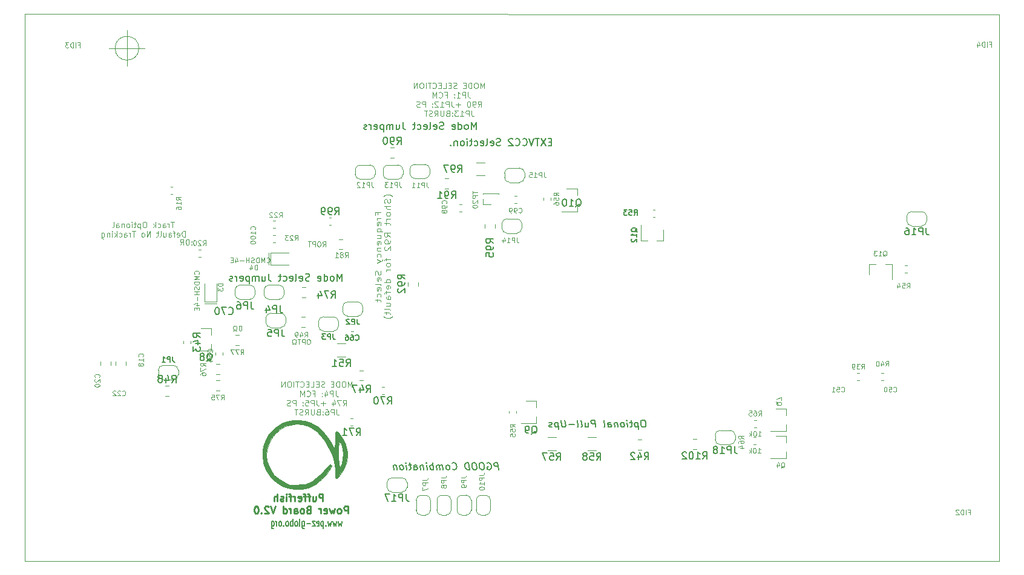
<source format=gbr>
G04 #@! TF.GenerationSoftware,KiCad,Pcbnew,(5.1.2)-1*
G04 #@! TF.CreationDate,2021-03-31T05:38:16+05:45*
G04 #@! TF.ProjectId,Pufferfish-Power-MCU,50756666-6572-4666-9973-682d506f7765,0.0*
G04 #@! TF.SameCoordinates,Original*
G04 #@! TF.FileFunction,Legend,Bot*
G04 #@! TF.FilePolarity,Positive*
%FSLAX46Y46*%
G04 Gerber Fmt 4.6, Leading zero omitted, Abs format (unit mm)*
G04 Created by KiCad (PCBNEW (5.1.2)-1) date 2021-03-31 05:38:16*
%MOMM*%
%LPD*%
G04 APERTURE LIST*
%ADD10C,0.100000*%
%ADD11C,0.200000*%
%ADD12C,0.175000*%
%ADD13C,0.250000*%
%ADD14C,0.120000*%
%ADD15C,0.010000*%
%ADD16C,0.150000*%
G04 APERTURE END LIST*
D10*
X203287400Y-43052600D02*
X66977400Y-42972600D01*
X203287400Y-119552600D02*
X203287400Y-43052600D01*
X66977400Y-119552600D02*
X203287400Y-119552600D01*
X66977400Y-42972600D02*
X66977400Y-119552600D01*
D11*
X140675019Y-60881171D02*
X140341685Y-60881171D01*
X140198828Y-61404980D02*
X140675019Y-61404980D01*
X140675019Y-60404980D01*
X140198828Y-60404980D01*
X139865495Y-60404980D02*
X139198828Y-61404980D01*
X139198828Y-60404980D02*
X139865495Y-61404980D01*
X138960733Y-60404980D02*
X138389304Y-60404980D01*
X138675019Y-61404980D02*
X138675019Y-60404980D01*
X138198828Y-60404980D02*
X137865495Y-61404980D01*
X137532161Y-60404980D01*
X136627400Y-61309742D02*
X136675019Y-61357361D01*
X136817876Y-61404980D01*
X136913114Y-61404980D01*
X137055971Y-61357361D01*
X137151209Y-61262123D01*
X137198828Y-61166885D01*
X137246447Y-60976409D01*
X137246447Y-60833552D01*
X137198828Y-60643076D01*
X137151209Y-60547838D01*
X137055971Y-60452600D01*
X136913114Y-60404980D01*
X136817876Y-60404980D01*
X136675019Y-60452600D01*
X136627400Y-60500219D01*
X135627400Y-61309742D02*
X135675019Y-61357361D01*
X135817876Y-61404980D01*
X135913114Y-61404980D01*
X136055971Y-61357361D01*
X136151209Y-61262123D01*
X136198828Y-61166885D01*
X136246447Y-60976409D01*
X136246447Y-60833552D01*
X136198828Y-60643076D01*
X136151209Y-60547838D01*
X136055971Y-60452600D01*
X135913114Y-60404980D01*
X135817876Y-60404980D01*
X135675019Y-60452600D01*
X135627400Y-60500219D01*
X135246447Y-60500219D02*
X135198828Y-60452600D01*
X135103590Y-60404980D01*
X134865495Y-60404980D01*
X134770257Y-60452600D01*
X134722638Y-60500219D01*
X134675019Y-60595457D01*
X134675019Y-60690695D01*
X134722638Y-60833552D01*
X135294066Y-61404980D01*
X134675019Y-61404980D01*
X133532161Y-61357361D02*
X133389304Y-61404980D01*
X133151209Y-61404980D01*
X133055971Y-61357361D01*
X133008352Y-61309742D01*
X132960733Y-61214504D01*
X132960733Y-61119266D01*
X133008352Y-61024028D01*
X133055971Y-60976409D01*
X133151209Y-60928790D01*
X133341685Y-60881171D01*
X133436923Y-60833552D01*
X133484542Y-60785933D01*
X133532161Y-60690695D01*
X133532161Y-60595457D01*
X133484542Y-60500219D01*
X133436923Y-60452600D01*
X133341685Y-60404980D01*
X133103590Y-60404980D01*
X132960733Y-60452600D01*
X132151209Y-61357361D02*
X132246447Y-61404980D01*
X132436923Y-61404980D01*
X132532161Y-61357361D01*
X132579780Y-61262123D01*
X132579780Y-60881171D01*
X132532161Y-60785933D01*
X132436923Y-60738314D01*
X132246447Y-60738314D01*
X132151209Y-60785933D01*
X132103590Y-60881171D01*
X132103590Y-60976409D01*
X132579780Y-61071647D01*
X131532161Y-61404980D02*
X131627400Y-61357361D01*
X131675019Y-61262123D01*
X131675019Y-60404980D01*
X130770257Y-61357361D02*
X130865495Y-61404980D01*
X131055971Y-61404980D01*
X131151209Y-61357361D01*
X131198828Y-61262123D01*
X131198828Y-60881171D01*
X131151209Y-60785933D01*
X131055971Y-60738314D01*
X130865495Y-60738314D01*
X130770257Y-60785933D01*
X130722638Y-60881171D01*
X130722638Y-60976409D01*
X131198828Y-61071647D01*
X129865495Y-61357361D02*
X129960733Y-61404980D01*
X130151209Y-61404980D01*
X130246447Y-61357361D01*
X130294066Y-61309742D01*
X130341685Y-61214504D01*
X130341685Y-60928790D01*
X130294066Y-60833552D01*
X130246447Y-60785933D01*
X130151209Y-60738314D01*
X129960733Y-60738314D01*
X129865495Y-60785933D01*
X129579780Y-60738314D02*
X129198828Y-60738314D01*
X129436923Y-60404980D02*
X129436923Y-61262123D01*
X129389304Y-61357361D01*
X129294066Y-61404980D01*
X129198828Y-61404980D01*
X128865495Y-61404980D02*
X128865495Y-60738314D01*
X128865495Y-60404980D02*
X128913114Y-60452600D01*
X128865495Y-60500219D01*
X128817876Y-60452600D01*
X128865495Y-60404980D01*
X128865495Y-60500219D01*
X128246447Y-61404980D02*
X128341685Y-61357361D01*
X128389304Y-61309742D01*
X128436923Y-61214504D01*
X128436923Y-60928790D01*
X128389304Y-60833552D01*
X128341685Y-60785933D01*
X128246447Y-60738314D01*
X128103590Y-60738314D01*
X128008352Y-60785933D01*
X127960733Y-60833552D01*
X127913114Y-60928790D01*
X127913114Y-61214504D01*
X127960733Y-61309742D01*
X128008352Y-61357361D01*
X128103590Y-61404980D01*
X128246447Y-61404980D01*
X127484542Y-60738314D02*
X127484542Y-61404980D01*
X127484542Y-60833552D02*
X127436923Y-60785933D01*
X127341685Y-60738314D01*
X127198828Y-60738314D01*
X127103590Y-60785933D01*
X127055971Y-60881171D01*
X127055971Y-61404980D01*
X126579780Y-61309742D02*
X126532161Y-61357361D01*
X126579780Y-61404980D01*
X126627400Y-61357361D01*
X126579780Y-61309742D01*
X126579780Y-61404980D01*
X111333333Y-80335380D02*
X111333333Y-79335380D01*
X111000000Y-80049666D01*
X110666666Y-79335380D01*
X110666666Y-80335380D01*
X110047619Y-80335380D02*
X110142857Y-80287761D01*
X110190476Y-80240142D01*
X110238095Y-80144904D01*
X110238095Y-79859190D01*
X110190476Y-79763952D01*
X110142857Y-79716333D01*
X110047619Y-79668714D01*
X109904761Y-79668714D01*
X109809523Y-79716333D01*
X109761904Y-79763952D01*
X109714285Y-79859190D01*
X109714285Y-80144904D01*
X109761904Y-80240142D01*
X109809523Y-80287761D01*
X109904761Y-80335380D01*
X110047619Y-80335380D01*
X108857142Y-80335380D02*
X108857142Y-79335380D01*
X108857142Y-80287761D02*
X108952380Y-80335380D01*
X109142857Y-80335380D01*
X109238095Y-80287761D01*
X109285714Y-80240142D01*
X109333333Y-80144904D01*
X109333333Y-79859190D01*
X109285714Y-79763952D01*
X109238095Y-79716333D01*
X109142857Y-79668714D01*
X108952380Y-79668714D01*
X108857142Y-79716333D01*
X108000000Y-80287761D02*
X108095238Y-80335380D01*
X108285714Y-80335380D01*
X108380952Y-80287761D01*
X108428571Y-80192523D01*
X108428571Y-79811571D01*
X108380952Y-79716333D01*
X108285714Y-79668714D01*
X108095238Y-79668714D01*
X108000000Y-79716333D01*
X107952380Y-79811571D01*
X107952380Y-79906809D01*
X108428571Y-80002047D01*
X106809523Y-80287761D02*
X106666666Y-80335380D01*
X106428571Y-80335380D01*
X106333333Y-80287761D01*
X106285714Y-80240142D01*
X106238095Y-80144904D01*
X106238095Y-80049666D01*
X106285714Y-79954428D01*
X106333333Y-79906809D01*
X106428571Y-79859190D01*
X106619047Y-79811571D01*
X106714285Y-79763952D01*
X106761904Y-79716333D01*
X106809523Y-79621095D01*
X106809523Y-79525857D01*
X106761904Y-79430619D01*
X106714285Y-79383000D01*
X106619047Y-79335380D01*
X106380952Y-79335380D01*
X106238095Y-79383000D01*
X105428571Y-80287761D02*
X105523809Y-80335380D01*
X105714285Y-80335380D01*
X105809523Y-80287761D01*
X105857142Y-80192523D01*
X105857142Y-79811571D01*
X105809523Y-79716333D01*
X105714285Y-79668714D01*
X105523809Y-79668714D01*
X105428571Y-79716333D01*
X105380952Y-79811571D01*
X105380952Y-79906809D01*
X105857142Y-80002047D01*
X104809523Y-80335380D02*
X104904761Y-80287761D01*
X104952380Y-80192523D01*
X104952380Y-79335380D01*
X104047619Y-80287761D02*
X104142857Y-80335380D01*
X104333333Y-80335380D01*
X104428571Y-80287761D01*
X104476190Y-80192523D01*
X104476190Y-79811571D01*
X104428571Y-79716333D01*
X104333333Y-79668714D01*
X104142857Y-79668714D01*
X104047619Y-79716333D01*
X104000000Y-79811571D01*
X104000000Y-79906809D01*
X104476190Y-80002047D01*
X103142857Y-80287761D02*
X103238095Y-80335380D01*
X103428571Y-80335380D01*
X103523809Y-80287761D01*
X103571428Y-80240142D01*
X103619047Y-80144904D01*
X103619047Y-79859190D01*
X103571428Y-79763952D01*
X103523809Y-79716333D01*
X103428571Y-79668714D01*
X103238095Y-79668714D01*
X103142857Y-79716333D01*
X102857142Y-79668714D02*
X102476190Y-79668714D01*
X102714285Y-79335380D02*
X102714285Y-80192523D01*
X102666666Y-80287761D01*
X102571428Y-80335380D01*
X102476190Y-80335380D01*
X101095238Y-79335380D02*
X101095238Y-80049666D01*
X101142857Y-80192523D01*
X101238095Y-80287761D01*
X101380952Y-80335380D01*
X101476190Y-80335380D01*
X100190476Y-79668714D02*
X100190476Y-80335380D01*
X100619047Y-79668714D02*
X100619047Y-80192523D01*
X100571428Y-80287761D01*
X100476190Y-80335380D01*
X100333333Y-80335380D01*
X100238095Y-80287761D01*
X100190476Y-80240142D01*
X99714285Y-80335380D02*
X99714285Y-79668714D01*
X99714285Y-79763952D02*
X99666666Y-79716333D01*
X99571428Y-79668714D01*
X99428571Y-79668714D01*
X99333333Y-79716333D01*
X99285714Y-79811571D01*
X99285714Y-80335380D01*
X99285714Y-79811571D02*
X99238095Y-79716333D01*
X99142857Y-79668714D01*
X99000000Y-79668714D01*
X98904761Y-79716333D01*
X98857142Y-79811571D01*
X98857142Y-80335380D01*
X98380952Y-79668714D02*
X98380952Y-80668714D01*
X98380952Y-79716333D02*
X98285714Y-79668714D01*
X98095238Y-79668714D01*
X98000000Y-79716333D01*
X97952380Y-79763952D01*
X97904761Y-79859190D01*
X97904761Y-80144904D01*
X97952380Y-80240142D01*
X98000000Y-80287761D01*
X98095238Y-80335380D01*
X98285714Y-80335380D01*
X98380952Y-80287761D01*
X97095238Y-80287761D02*
X97190476Y-80335380D01*
X97380952Y-80335380D01*
X97476190Y-80287761D01*
X97523809Y-80192523D01*
X97523809Y-79811571D01*
X97476190Y-79716333D01*
X97380952Y-79668714D01*
X97190476Y-79668714D01*
X97095238Y-79716333D01*
X97047619Y-79811571D01*
X97047619Y-79906809D01*
X97523809Y-80002047D01*
X96619047Y-80335380D02*
X96619047Y-79668714D01*
X96619047Y-79859190D02*
X96571428Y-79763952D01*
X96523809Y-79716333D01*
X96428571Y-79668714D01*
X96333333Y-79668714D01*
X96047619Y-80287761D02*
X95952380Y-80335380D01*
X95761904Y-80335380D01*
X95666666Y-80287761D01*
X95619047Y-80192523D01*
X95619047Y-80144904D01*
X95666666Y-80049666D01*
X95761904Y-80002047D01*
X95904761Y-80002047D01*
X96000000Y-79954428D01*
X96047619Y-79859190D01*
X96047619Y-79811571D01*
X96000000Y-79716333D01*
X95904761Y-79668714D01*
X95761904Y-79668714D01*
X95666666Y-79716333D01*
D10*
X82946666Y-47752000D02*
G75*
G03X82946666Y-47752000I-1666666J0D01*
G01*
X78780000Y-47752000D02*
X83780000Y-47752000D01*
X81280000Y-45252000D02*
X81280000Y-50252000D01*
D11*
X133274780Y-106774980D02*
X133149780Y-105774980D01*
X132768828Y-105774980D01*
X132679542Y-105822600D01*
X132637876Y-105870219D01*
X132602161Y-105965457D01*
X132620019Y-106108314D01*
X132679542Y-106203552D01*
X132733114Y-106251171D01*
X132834304Y-106298790D01*
X133215257Y-106298790D01*
X131631923Y-105822600D02*
X131721209Y-105774980D01*
X131864066Y-105774980D01*
X132012876Y-105822600D01*
X132120019Y-105917838D01*
X132179542Y-106013076D01*
X132250971Y-106203552D01*
X132268828Y-106346409D01*
X132245019Y-106536885D01*
X132209304Y-106632123D01*
X132125971Y-106727361D01*
X131989066Y-106774980D01*
X131893828Y-106774980D01*
X131745019Y-106727361D01*
X131691447Y-106679742D01*
X131649780Y-106346409D01*
X131840257Y-106346409D01*
X130959304Y-105774980D02*
X130768828Y-105774980D01*
X130679542Y-105822600D01*
X130596209Y-105917838D01*
X130572400Y-106108314D01*
X130614066Y-106441647D01*
X130685495Y-106632123D01*
X130792638Y-106727361D01*
X130893828Y-106774980D01*
X131084304Y-106774980D01*
X131173590Y-106727361D01*
X131256923Y-106632123D01*
X131280733Y-106441647D01*
X131239066Y-106108314D01*
X131167638Y-105917838D01*
X131060495Y-105822600D01*
X130959304Y-105774980D01*
X129911685Y-105774980D02*
X129721209Y-105774980D01*
X129631923Y-105822600D01*
X129548590Y-105917838D01*
X129524780Y-106108314D01*
X129566447Y-106441647D01*
X129637876Y-106632123D01*
X129745019Y-106727361D01*
X129846209Y-106774980D01*
X130036685Y-106774980D01*
X130125971Y-106727361D01*
X130209304Y-106632123D01*
X130233114Y-106441647D01*
X130191447Y-106108314D01*
X130120019Y-105917838D01*
X130012876Y-105822600D01*
X129911685Y-105774980D01*
X129179542Y-106774980D02*
X129054542Y-105774980D01*
X128816447Y-105774980D01*
X128679542Y-105822600D01*
X128596209Y-105917838D01*
X128560495Y-106013076D01*
X128536685Y-106203552D01*
X128554542Y-106346409D01*
X128625971Y-106536885D01*
X128685495Y-106632123D01*
X128792638Y-106727361D01*
X128941447Y-106774980D01*
X129179542Y-106774980D01*
X126834304Y-106679742D02*
X126887876Y-106727361D01*
X127036685Y-106774980D01*
X127131923Y-106774980D01*
X127268828Y-106727361D01*
X127352161Y-106632123D01*
X127387876Y-106536885D01*
X127411685Y-106346409D01*
X127393828Y-106203552D01*
X127322400Y-106013076D01*
X127262876Y-105917838D01*
X127155733Y-105822600D01*
X127006923Y-105774980D01*
X126911685Y-105774980D01*
X126774780Y-105822600D01*
X126733114Y-105870219D01*
X126274780Y-106774980D02*
X126364066Y-106727361D01*
X126405733Y-106679742D01*
X126441447Y-106584504D01*
X126405733Y-106298790D01*
X126346209Y-106203552D01*
X126292638Y-106155933D01*
X126191447Y-106108314D01*
X126048590Y-106108314D01*
X125959304Y-106155933D01*
X125917638Y-106203552D01*
X125881923Y-106298790D01*
X125917638Y-106584504D01*
X125977161Y-106679742D01*
X126030733Y-106727361D01*
X126131923Y-106774980D01*
X126274780Y-106774980D01*
X125512876Y-106774980D02*
X125429542Y-106108314D01*
X125441447Y-106203552D02*
X125387876Y-106155933D01*
X125286685Y-106108314D01*
X125143828Y-106108314D01*
X125054542Y-106155933D01*
X125018828Y-106251171D01*
X125084304Y-106774980D01*
X125018828Y-106251171D02*
X124959304Y-106155933D01*
X124858114Y-106108314D01*
X124715257Y-106108314D01*
X124625971Y-106155933D01*
X124590257Y-106251171D01*
X124655733Y-106774980D01*
X124179542Y-106774980D02*
X124054542Y-105774980D01*
X124102161Y-106155933D02*
X124000971Y-106108314D01*
X123810495Y-106108314D01*
X123721209Y-106155933D01*
X123679542Y-106203552D01*
X123643828Y-106298790D01*
X123679542Y-106584504D01*
X123739066Y-106679742D01*
X123792638Y-106727361D01*
X123893828Y-106774980D01*
X124084304Y-106774980D01*
X124173590Y-106727361D01*
X123274780Y-106774980D02*
X123191447Y-106108314D01*
X123149780Y-105774980D02*
X123203352Y-105822600D01*
X123161685Y-105870219D01*
X123108114Y-105822600D01*
X123149780Y-105774980D01*
X123161685Y-105870219D01*
X122715257Y-106108314D02*
X122798590Y-106774980D01*
X122727161Y-106203552D02*
X122673590Y-106155933D01*
X122572400Y-106108314D01*
X122429542Y-106108314D01*
X122340257Y-106155933D01*
X122304542Y-106251171D01*
X122370019Y-106774980D01*
X121465257Y-106774980D02*
X121399780Y-106251171D01*
X121435495Y-106155933D01*
X121524780Y-106108314D01*
X121715257Y-106108314D01*
X121816447Y-106155933D01*
X121459304Y-106727361D02*
X121560495Y-106774980D01*
X121798590Y-106774980D01*
X121887876Y-106727361D01*
X121923590Y-106632123D01*
X121911685Y-106536885D01*
X121852161Y-106441647D01*
X121750971Y-106394028D01*
X121512876Y-106394028D01*
X121411685Y-106346409D01*
X121048590Y-106108314D02*
X120667638Y-106108314D01*
X120864066Y-105774980D02*
X120971209Y-106632123D01*
X120935495Y-106727361D01*
X120846209Y-106774980D01*
X120750971Y-106774980D01*
X120417638Y-106774980D02*
X120334304Y-106108314D01*
X120292638Y-105774980D02*
X120346209Y-105822600D01*
X120304542Y-105870219D01*
X120250971Y-105822600D01*
X120292638Y-105774980D01*
X120304542Y-105870219D01*
X119798590Y-106774980D02*
X119887876Y-106727361D01*
X119929542Y-106679742D01*
X119965257Y-106584504D01*
X119929542Y-106298790D01*
X119870019Y-106203552D01*
X119816447Y-106155933D01*
X119715257Y-106108314D01*
X119572400Y-106108314D01*
X119483114Y-106155933D01*
X119441447Y-106203552D01*
X119405733Y-106298790D01*
X119441447Y-106584504D01*
X119500971Y-106679742D01*
X119554542Y-106727361D01*
X119655733Y-106774980D01*
X119798590Y-106774980D01*
X118953352Y-106108314D02*
X119036685Y-106774980D01*
X118965257Y-106203552D02*
X118911685Y-106155933D01*
X118810495Y-106108314D01*
X118667638Y-106108314D01*
X118578352Y-106155933D01*
X118542638Y-106251171D01*
X118608114Y-106774980D01*
D10*
X131251685Y-53384504D02*
X131251685Y-52584504D01*
X130985019Y-53155933D01*
X130718352Y-52584504D01*
X130718352Y-53384504D01*
X130185019Y-52584504D02*
X130032638Y-52584504D01*
X129956447Y-52622600D01*
X129880257Y-52698790D01*
X129842161Y-52851171D01*
X129842161Y-53117838D01*
X129880257Y-53270219D01*
X129956447Y-53346409D01*
X130032638Y-53384504D01*
X130185019Y-53384504D01*
X130261209Y-53346409D01*
X130337400Y-53270219D01*
X130375495Y-53117838D01*
X130375495Y-52851171D01*
X130337400Y-52698790D01*
X130261209Y-52622600D01*
X130185019Y-52584504D01*
X129499304Y-53384504D02*
X129499304Y-52584504D01*
X129308828Y-52584504D01*
X129194542Y-52622600D01*
X129118352Y-52698790D01*
X129080257Y-52774980D01*
X129042161Y-52927361D01*
X129042161Y-53041647D01*
X129080257Y-53194028D01*
X129118352Y-53270219D01*
X129194542Y-53346409D01*
X129308828Y-53384504D01*
X129499304Y-53384504D01*
X128699304Y-52965457D02*
X128432638Y-52965457D01*
X128318352Y-53384504D02*
X128699304Y-53384504D01*
X128699304Y-52584504D01*
X128318352Y-52584504D01*
X127404066Y-53346409D02*
X127289780Y-53384504D01*
X127099304Y-53384504D01*
X127023114Y-53346409D01*
X126985019Y-53308314D01*
X126946923Y-53232123D01*
X126946923Y-53155933D01*
X126985019Y-53079742D01*
X127023114Y-53041647D01*
X127099304Y-53003552D01*
X127251685Y-52965457D01*
X127327876Y-52927361D01*
X127365971Y-52889266D01*
X127404066Y-52813076D01*
X127404066Y-52736885D01*
X127365971Y-52660695D01*
X127327876Y-52622600D01*
X127251685Y-52584504D01*
X127061209Y-52584504D01*
X126946923Y-52622600D01*
X126604066Y-52965457D02*
X126337400Y-52965457D01*
X126223114Y-53384504D02*
X126604066Y-53384504D01*
X126604066Y-52584504D01*
X126223114Y-52584504D01*
X125499304Y-53384504D02*
X125880257Y-53384504D01*
X125880257Y-52584504D01*
X125232638Y-52965457D02*
X124965971Y-52965457D01*
X124851685Y-53384504D02*
X125232638Y-53384504D01*
X125232638Y-52584504D01*
X124851685Y-52584504D01*
X124051685Y-53308314D02*
X124089780Y-53346409D01*
X124204066Y-53384504D01*
X124280257Y-53384504D01*
X124394542Y-53346409D01*
X124470733Y-53270219D01*
X124508828Y-53194028D01*
X124546923Y-53041647D01*
X124546923Y-52927361D01*
X124508828Y-52774980D01*
X124470733Y-52698790D01*
X124394542Y-52622600D01*
X124280257Y-52584504D01*
X124204066Y-52584504D01*
X124089780Y-52622600D01*
X124051685Y-52660695D01*
X123823114Y-52584504D02*
X123365971Y-52584504D01*
X123594542Y-53384504D02*
X123594542Y-52584504D01*
X123099304Y-53384504D02*
X123099304Y-52584504D01*
X122565971Y-52584504D02*
X122413590Y-52584504D01*
X122337400Y-52622600D01*
X122261209Y-52698790D01*
X122223114Y-52851171D01*
X122223114Y-53117838D01*
X122261209Y-53270219D01*
X122337400Y-53346409D01*
X122413590Y-53384504D01*
X122565971Y-53384504D01*
X122642161Y-53346409D01*
X122718352Y-53270219D01*
X122756447Y-53117838D01*
X122756447Y-52851171D01*
X122718352Y-52698790D01*
X122642161Y-52622600D01*
X122565971Y-52584504D01*
X121880257Y-53384504D02*
X121880257Y-52584504D01*
X121423114Y-53384504D01*
X121423114Y-52584504D01*
X129004066Y-53884504D02*
X129004066Y-54455933D01*
X129042161Y-54570219D01*
X129118352Y-54646409D01*
X129232638Y-54684504D01*
X129308828Y-54684504D01*
X128623114Y-54684504D02*
X128623114Y-53884504D01*
X128318352Y-53884504D01*
X128242161Y-53922600D01*
X128204066Y-53960695D01*
X128165971Y-54036885D01*
X128165971Y-54151171D01*
X128204066Y-54227361D01*
X128242161Y-54265457D01*
X128318352Y-54303552D01*
X128623114Y-54303552D01*
X127404066Y-54684504D02*
X127861209Y-54684504D01*
X127632638Y-54684504D02*
X127632638Y-53884504D01*
X127708828Y-53998790D01*
X127785019Y-54074980D01*
X127861209Y-54113076D01*
X127061209Y-54608314D02*
X127023114Y-54646409D01*
X127061209Y-54684504D01*
X127099304Y-54646409D01*
X127061209Y-54608314D01*
X127061209Y-54684504D01*
X127061209Y-54189266D02*
X127023114Y-54227361D01*
X127061209Y-54265457D01*
X127099304Y-54227361D01*
X127061209Y-54189266D01*
X127061209Y-54265457D01*
X125804066Y-54265457D02*
X126070733Y-54265457D01*
X126070733Y-54684504D02*
X126070733Y-53884504D01*
X125689780Y-53884504D01*
X124927876Y-54608314D02*
X124965971Y-54646409D01*
X125080257Y-54684504D01*
X125156447Y-54684504D01*
X125270733Y-54646409D01*
X125346923Y-54570219D01*
X125385019Y-54494028D01*
X125423114Y-54341647D01*
X125423114Y-54227361D01*
X125385019Y-54074980D01*
X125346923Y-53998790D01*
X125270733Y-53922600D01*
X125156447Y-53884504D01*
X125080257Y-53884504D01*
X124965971Y-53922600D01*
X124927876Y-53960695D01*
X124585019Y-54684504D02*
X124585019Y-53884504D01*
X124318352Y-54455933D01*
X124051685Y-53884504D01*
X124051685Y-54684504D01*
X130394542Y-55984504D02*
X130661209Y-55603552D01*
X130851685Y-55984504D02*
X130851685Y-55184504D01*
X130546923Y-55184504D01*
X130470733Y-55222600D01*
X130432638Y-55260695D01*
X130394542Y-55336885D01*
X130394542Y-55451171D01*
X130432638Y-55527361D01*
X130470733Y-55565457D01*
X130546923Y-55603552D01*
X130851685Y-55603552D01*
X130013590Y-55984504D02*
X129861209Y-55984504D01*
X129785019Y-55946409D01*
X129746923Y-55908314D01*
X129670733Y-55794028D01*
X129632638Y-55641647D01*
X129632638Y-55336885D01*
X129670733Y-55260695D01*
X129708828Y-55222600D01*
X129785019Y-55184504D01*
X129937400Y-55184504D01*
X130013590Y-55222600D01*
X130051685Y-55260695D01*
X130089780Y-55336885D01*
X130089780Y-55527361D01*
X130051685Y-55603552D01*
X130013590Y-55641647D01*
X129937400Y-55679742D01*
X129785019Y-55679742D01*
X129708828Y-55641647D01*
X129670733Y-55603552D01*
X129632638Y-55527361D01*
X129137400Y-55184504D02*
X129061209Y-55184504D01*
X128985019Y-55222600D01*
X128946923Y-55260695D01*
X128908828Y-55336885D01*
X128870733Y-55489266D01*
X128870733Y-55679742D01*
X128908828Y-55832123D01*
X128946923Y-55908314D01*
X128985019Y-55946409D01*
X129061209Y-55984504D01*
X129137400Y-55984504D01*
X129213590Y-55946409D01*
X129251685Y-55908314D01*
X129289780Y-55832123D01*
X129327876Y-55679742D01*
X129327876Y-55489266D01*
X129289780Y-55336885D01*
X129251685Y-55260695D01*
X129213590Y-55222600D01*
X129137400Y-55184504D01*
X127918352Y-55679742D02*
X127308828Y-55679742D01*
X127613590Y-55984504D02*
X127613590Y-55374980D01*
X126699304Y-55184504D02*
X126699304Y-55755933D01*
X126737400Y-55870219D01*
X126813590Y-55946409D01*
X126927876Y-55984504D01*
X127004066Y-55984504D01*
X126318352Y-55984504D02*
X126318352Y-55184504D01*
X126013590Y-55184504D01*
X125937400Y-55222600D01*
X125899304Y-55260695D01*
X125861209Y-55336885D01*
X125861209Y-55451171D01*
X125899304Y-55527361D01*
X125937400Y-55565457D01*
X126013590Y-55603552D01*
X126318352Y-55603552D01*
X125099304Y-55984504D02*
X125556447Y-55984504D01*
X125327876Y-55984504D02*
X125327876Y-55184504D01*
X125404066Y-55298790D01*
X125480257Y-55374980D01*
X125556447Y-55413076D01*
X124794542Y-55260695D02*
X124756447Y-55222600D01*
X124680257Y-55184504D01*
X124489780Y-55184504D01*
X124413590Y-55222600D01*
X124375495Y-55260695D01*
X124337400Y-55336885D01*
X124337400Y-55413076D01*
X124375495Y-55527361D01*
X124832638Y-55984504D01*
X124337400Y-55984504D01*
X123994542Y-55908314D02*
X123956447Y-55946409D01*
X123994542Y-55984504D01*
X124032638Y-55946409D01*
X123994542Y-55908314D01*
X123994542Y-55984504D01*
X123994542Y-55489266D02*
X123956447Y-55527361D01*
X123994542Y-55565457D01*
X124032638Y-55527361D01*
X123994542Y-55489266D01*
X123994542Y-55565457D01*
X123004066Y-55984504D02*
X123004066Y-55184504D01*
X122699304Y-55184504D01*
X122623114Y-55222600D01*
X122585019Y-55260695D01*
X122546923Y-55336885D01*
X122546923Y-55451171D01*
X122585019Y-55527361D01*
X122623114Y-55565457D01*
X122699304Y-55603552D01*
X123004066Y-55603552D01*
X122242161Y-55946409D02*
X122127876Y-55984504D01*
X121937400Y-55984504D01*
X121861209Y-55946409D01*
X121823114Y-55908314D01*
X121785019Y-55832123D01*
X121785019Y-55755933D01*
X121823114Y-55679742D01*
X121861209Y-55641647D01*
X121937400Y-55603552D01*
X122089780Y-55565457D01*
X122165971Y-55527361D01*
X122204066Y-55489266D01*
X122242161Y-55413076D01*
X122242161Y-55336885D01*
X122204066Y-55260695D01*
X122165971Y-55222600D01*
X122089780Y-55184504D01*
X121899304Y-55184504D01*
X121785019Y-55222600D01*
X129480257Y-56484504D02*
X129480257Y-57055933D01*
X129518352Y-57170219D01*
X129594542Y-57246409D01*
X129708828Y-57284504D01*
X129785019Y-57284504D01*
X129099304Y-57284504D02*
X129099304Y-56484504D01*
X128794542Y-56484504D01*
X128718352Y-56522600D01*
X128680257Y-56560695D01*
X128642161Y-56636885D01*
X128642161Y-56751171D01*
X128680257Y-56827361D01*
X128718352Y-56865457D01*
X128794542Y-56903552D01*
X129099304Y-56903552D01*
X127880257Y-57284504D02*
X128337400Y-57284504D01*
X128108828Y-57284504D02*
X128108828Y-56484504D01*
X128185019Y-56598790D01*
X128261209Y-56674980D01*
X128337400Y-56713076D01*
X127613590Y-56484504D02*
X127118352Y-56484504D01*
X127385019Y-56789266D01*
X127270733Y-56789266D01*
X127194542Y-56827361D01*
X127156447Y-56865457D01*
X127118352Y-56941647D01*
X127118352Y-57132123D01*
X127156447Y-57208314D01*
X127194542Y-57246409D01*
X127270733Y-57284504D01*
X127499304Y-57284504D01*
X127575495Y-57246409D01*
X127613590Y-57208314D01*
X126775495Y-57208314D02*
X126737400Y-57246409D01*
X126775495Y-57284504D01*
X126813590Y-57246409D01*
X126775495Y-57208314D01*
X126775495Y-57284504D01*
X126775495Y-56789266D02*
X126737400Y-56827361D01*
X126775495Y-56865457D01*
X126813590Y-56827361D01*
X126775495Y-56789266D01*
X126775495Y-56865457D01*
X126127876Y-56865457D02*
X126013590Y-56903552D01*
X125975495Y-56941647D01*
X125937400Y-57017838D01*
X125937400Y-57132123D01*
X125975495Y-57208314D01*
X126013590Y-57246409D01*
X126089780Y-57284504D01*
X126394542Y-57284504D01*
X126394542Y-56484504D01*
X126127876Y-56484504D01*
X126051685Y-56522600D01*
X126013590Y-56560695D01*
X125975495Y-56636885D01*
X125975495Y-56713076D01*
X126013590Y-56789266D01*
X126051685Y-56827361D01*
X126127876Y-56865457D01*
X126394542Y-56865457D01*
X125594542Y-56484504D02*
X125594542Y-57132123D01*
X125556447Y-57208314D01*
X125518352Y-57246409D01*
X125442161Y-57284504D01*
X125289780Y-57284504D01*
X125213590Y-57246409D01*
X125175495Y-57208314D01*
X125137400Y-57132123D01*
X125137400Y-56484504D01*
X124299304Y-57284504D02*
X124565971Y-56903552D01*
X124756447Y-57284504D02*
X124756447Y-56484504D01*
X124451685Y-56484504D01*
X124375495Y-56522600D01*
X124337400Y-56560695D01*
X124299304Y-56636885D01*
X124299304Y-56751171D01*
X124337400Y-56827361D01*
X124375495Y-56865457D01*
X124451685Y-56903552D01*
X124756447Y-56903552D01*
X123994542Y-57246409D02*
X123880257Y-57284504D01*
X123689780Y-57284504D01*
X123613590Y-57246409D01*
X123575495Y-57208314D01*
X123537400Y-57132123D01*
X123537400Y-57055933D01*
X123575495Y-56979742D01*
X123613590Y-56941647D01*
X123689780Y-56903552D01*
X123842161Y-56865457D01*
X123918352Y-56827361D01*
X123956447Y-56789266D01*
X123994542Y-56713076D01*
X123994542Y-56636885D01*
X123956447Y-56560695D01*
X123918352Y-56522600D01*
X123842161Y-56484504D01*
X123651685Y-56484504D01*
X123537400Y-56522600D01*
X123308828Y-56484504D02*
X122851685Y-56484504D01*
X123080257Y-57284504D02*
X123080257Y-56484504D01*
D11*
X130110733Y-59104980D02*
X130110733Y-58104980D01*
X129777400Y-58819266D01*
X129444066Y-58104980D01*
X129444066Y-59104980D01*
X128825019Y-59104980D02*
X128920257Y-59057361D01*
X128967876Y-59009742D01*
X129015495Y-58914504D01*
X129015495Y-58628790D01*
X128967876Y-58533552D01*
X128920257Y-58485933D01*
X128825019Y-58438314D01*
X128682161Y-58438314D01*
X128586923Y-58485933D01*
X128539304Y-58533552D01*
X128491685Y-58628790D01*
X128491685Y-58914504D01*
X128539304Y-59009742D01*
X128586923Y-59057361D01*
X128682161Y-59104980D01*
X128825019Y-59104980D01*
X127634542Y-59104980D02*
X127634542Y-58104980D01*
X127634542Y-59057361D02*
X127729780Y-59104980D01*
X127920257Y-59104980D01*
X128015495Y-59057361D01*
X128063114Y-59009742D01*
X128110733Y-58914504D01*
X128110733Y-58628790D01*
X128063114Y-58533552D01*
X128015495Y-58485933D01*
X127920257Y-58438314D01*
X127729780Y-58438314D01*
X127634542Y-58485933D01*
X126777400Y-59057361D02*
X126872638Y-59104980D01*
X127063114Y-59104980D01*
X127158352Y-59057361D01*
X127205971Y-58962123D01*
X127205971Y-58581171D01*
X127158352Y-58485933D01*
X127063114Y-58438314D01*
X126872638Y-58438314D01*
X126777400Y-58485933D01*
X126729780Y-58581171D01*
X126729780Y-58676409D01*
X127205971Y-58771647D01*
X125586923Y-59057361D02*
X125444066Y-59104980D01*
X125205971Y-59104980D01*
X125110733Y-59057361D01*
X125063114Y-59009742D01*
X125015495Y-58914504D01*
X125015495Y-58819266D01*
X125063114Y-58724028D01*
X125110733Y-58676409D01*
X125205971Y-58628790D01*
X125396447Y-58581171D01*
X125491685Y-58533552D01*
X125539304Y-58485933D01*
X125586923Y-58390695D01*
X125586923Y-58295457D01*
X125539304Y-58200219D01*
X125491685Y-58152600D01*
X125396447Y-58104980D01*
X125158352Y-58104980D01*
X125015495Y-58152600D01*
X124205971Y-59057361D02*
X124301209Y-59104980D01*
X124491685Y-59104980D01*
X124586923Y-59057361D01*
X124634542Y-58962123D01*
X124634542Y-58581171D01*
X124586923Y-58485933D01*
X124491685Y-58438314D01*
X124301209Y-58438314D01*
X124205971Y-58485933D01*
X124158352Y-58581171D01*
X124158352Y-58676409D01*
X124634542Y-58771647D01*
X123586923Y-59104980D02*
X123682161Y-59057361D01*
X123729780Y-58962123D01*
X123729780Y-58104980D01*
X122825019Y-59057361D02*
X122920257Y-59104980D01*
X123110733Y-59104980D01*
X123205971Y-59057361D01*
X123253590Y-58962123D01*
X123253590Y-58581171D01*
X123205971Y-58485933D01*
X123110733Y-58438314D01*
X122920257Y-58438314D01*
X122825019Y-58485933D01*
X122777400Y-58581171D01*
X122777400Y-58676409D01*
X123253590Y-58771647D01*
X121920257Y-59057361D02*
X122015495Y-59104980D01*
X122205971Y-59104980D01*
X122301209Y-59057361D01*
X122348828Y-59009742D01*
X122396447Y-58914504D01*
X122396447Y-58628790D01*
X122348828Y-58533552D01*
X122301209Y-58485933D01*
X122205971Y-58438314D01*
X122015495Y-58438314D01*
X121920257Y-58485933D01*
X121634542Y-58438314D02*
X121253590Y-58438314D01*
X121491685Y-58104980D02*
X121491685Y-58962123D01*
X121444066Y-59057361D01*
X121348828Y-59104980D01*
X121253590Y-59104980D01*
X119872638Y-58104980D02*
X119872638Y-58819266D01*
X119920257Y-58962123D01*
X120015495Y-59057361D01*
X120158352Y-59104980D01*
X120253590Y-59104980D01*
X118967876Y-58438314D02*
X118967876Y-59104980D01*
X119396447Y-58438314D02*
X119396447Y-58962123D01*
X119348828Y-59057361D01*
X119253590Y-59104980D01*
X119110733Y-59104980D01*
X119015495Y-59057361D01*
X118967876Y-59009742D01*
X118491685Y-59104980D02*
X118491685Y-58438314D01*
X118491685Y-58533552D02*
X118444066Y-58485933D01*
X118348828Y-58438314D01*
X118205971Y-58438314D01*
X118110733Y-58485933D01*
X118063114Y-58581171D01*
X118063114Y-59104980D01*
X118063114Y-58581171D02*
X118015495Y-58485933D01*
X117920257Y-58438314D01*
X117777400Y-58438314D01*
X117682161Y-58485933D01*
X117634542Y-58581171D01*
X117634542Y-59104980D01*
X117158352Y-58438314D02*
X117158352Y-59438314D01*
X117158352Y-58485933D02*
X117063114Y-58438314D01*
X116872638Y-58438314D01*
X116777400Y-58485933D01*
X116729780Y-58533552D01*
X116682161Y-58628790D01*
X116682161Y-58914504D01*
X116729780Y-59009742D01*
X116777400Y-59057361D01*
X116872638Y-59104980D01*
X117063114Y-59104980D01*
X117158352Y-59057361D01*
X115872638Y-59057361D02*
X115967876Y-59104980D01*
X116158352Y-59104980D01*
X116253590Y-59057361D01*
X116301209Y-58962123D01*
X116301209Y-58581171D01*
X116253590Y-58485933D01*
X116158352Y-58438314D01*
X115967876Y-58438314D01*
X115872638Y-58485933D01*
X115825019Y-58581171D01*
X115825019Y-58676409D01*
X116301209Y-58771647D01*
X115396447Y-59104980D02*
X115396447Y-58438314D01*
X115396447Y-58628790D02*
X115348828Y-58533552D01*
X115301209Y-58485933D01*
X115205971Y-58438314D01*
X115110733Y-58438314D01*
X114825019Y-59057361D02*
X114729780Y-59104980D01*
X114539304Y-59104980D01*
X114444066Y-59057361D01*
X114396447Y-58962123D01*
X114396447Y-58914504D01*
X114444066Y-58819266D01*
X114539304Y-58771647D01*
X114682161Y-58771647D01*
X114777400Y-58724028D01*
X114825019Y-58628790D01*
X114825019Y-58581171D01*
X114777400Y-58485933D01*
X114682161Y-58438314D01*
X114539304Y-58438314D01*
X114444066Y-58485933D01*
D10*
X116375257Y-71021647D02*
X116375257Y-70688314D01*
X116794304Y-70688314D02*
X115994304Y-70688314D01*
X115994304Y-71164504D01*
X116794304Y-71545457D02*
X116260971Y-71545457D01*
X116413352Y-71545457D02*
X116337161Y-71593076D01*
X116299066Y-71640695D01*
X116260971Y-71735933D01*
X116260971Y-71831171D01*
X116756209Y-72545457D02*
X116794304Y-72450219D01*
X116794304Y-72259742D01*
X116756209Y-72164504D01*
X116680019Y-72116885D01*
X116375257Y-72116885D01*
X116299066Y-72164504D01*
X116260971Y-72259742D01*
X116260971Y-72450219D01*
X116299066Y-72545457D01*
X116375257Y-72593076D01*
X116451447Y-72593076D01*
X116527638Y-72116885D01*
X116260971Y-73450219D02*
X117060971Y-73450219D01*
X116756209Y-73450219D02*
X116794304Y-73354980D01*
X116794304Y-73164504D01*
X116756209Y-73069266D01*
X116718114Y-73021647D01*
X116641923Y-72974028D01*
X116413352Y-72974028D01*
X116337161Y-73021647D01*
X116299066Y-73069266D01*
X116260971Y-73164504D01*
X116260971Y-73354980D01*
X116299066Y-73450219D01*
X116260971Y-74354980D02*
X116794304Y-74354980D01*
X116260971Y-73926409D02*
X116680019Y-73926409D01*
X116756209Y-73974028D01*
X116794304Y-74069266D01*
X116794304Y-74212123D01*
X116756209Y-74307361D01*
X116718114Y-74354980D01*
X116756209Y-75212123D02*
X116794304Y-75116885D01*
X116794304Y-74926409D01*
X116756209Y-74831171D01*
X116680019Y-74783552D01*
X116375257Y-74783552D01*
X116299066Y-74831171D01*
X116260971Y-74926409D01*
X116260971Y-75116885D01*
X116299066Y-75212123D01*
X116375257Y-75259742D01*
X116451447Y-75259742D01*
X116527638Y-74783552D01*
X116260971Y-75688314D02*
X116794304Y-75688314D01*
X116337161Y-75688314D02*
X116299066Y-75735933D01*
X116260971Y-75831171D01*
X116260971Y-75974028D01*
X116299066Y-76069266D01*
X116375257Y-76116885D01*
X116794304Y-76116885D01*
X116756209Y-77021647D02*
X116794304Y-76926409D01*
X116794304Y-76735933D01*
X116756209Y-76640695D01*
X116718114Y-76593076D01*
X116641923Y-76545457D01*
X116413352Y-76545457D01*
X116337161Y-76593076D01*
X116299066Y-76640695D01*
X116260971Y-76735933D01*
X116260971Y-76926409D01*
X116299066Y-77021647D01*
X116260971Y-77354980D02*
X116794304Y-77593076D01*
X116260971Y-77831171D02*
X116794304Y-77593076D01*
X116984780Y-77497838D01*
X117022876Y-77450219D01*
X117060971Y-77354980D01*
X116756209Y-78926409D02*
X116794304Y-79069266D01*
X116794304Y-79307361D01*
X116756209Y-79402600D01*
X116718114Y-79450219D01*
X116641923Y-79497838D01*
X116565733Y-79497838D01*
X116489542Y-79450219D01*
X116451447Y-79402600D01*
X116413352Y-79307361D01*
X116375257Y-79116885D01*
X116337161Y-79021647D01*
X116299066Y-78974028D01*
X116222876Y-78926409D01*
X116146685Y-78926409D01*
X116070495Y-78974028D01*
X116032400Y-79021647D01*
X115994304Y-79116885D01*
X115994304Y-79354980D01*
X116032400Y-79497838D01*
X116756209Y-80307361D02*
X116794304Y-80212123D01*
X116794304Y-80021647D01*
X116756209Y-79926409D01*
X116680019Y-79878790D01*
X116375257Y-79878790D01*
X116299066Y-79926409D01*
X116260971Y-80021647D01*
X116260971Y-80212123D01*
X116299066Y-80307361D01*
X116375257Y-80354980D01*
X116451447Y-80354980D01*
X116527638Y-79878790D01*
X116794304Y-80926409D02*
X116756209Y-80831171D01*
X116680019Y-80783552D01*
X115994304Y-80783552D01*
X116756209Y-81688314D02*
X116794304Y-81593076D01*
X116794304Y-81402600D01*
X116756209Y-81307361D01*
X116680019Y-81259742D01*
X116375257Y-81259742D01*
X116299066Y-81307361D01*
X116260971Y-81402600D01*
X116260971Y-81593076D01*
X116299066Y-81688314D01*
X116375257Y-81735933D01*
X116451447Y-81735933D01*
X116527638Y-81259742D01*
X116756209Y-82593076D02*
X116794304Y-82497838D01*
X116794304Y-82307361D01*
X116756209Y-82212123D01*
X116718114Y-82164504D01*
X116641923Y-82116885D01*
X116413352Y-82116885D01*
X116337161Y-82164504D01*
X116299066Y-82212123D01*
X116260971Y-82307361D01*
X116260971Y-82497838D01*
X116299066Y-82593076D01*
X116260971Y-82878790D02*
X116260971Y-83259742D01*
X115994304Y-83021647D02*
X116680019Y-83021647D01*
X116756209Y-83069266D01*
X116794304Y-83164504D01*
X116794304Y-83259742D01*
X118399066Y-68521647D02*
X118360971Y-68474028D01*
X118246685Y-68378790D01*
X118170495Y-68331171D01*
X118056209Y-68283552D01*
X117865733Y-68235933D01*
X117713352Y-68235933D01*
X117522876Y-68283552D01*
X117408590Y-68331171D01*
X117332400Y-68378790D01*
X117218114Y-68474028D01*
X117180019Y-68521647D01*
X118056209Y-68854980D02*
X118094304Y-68997838D01*
X118094304Y-69235933D01*
X118056209Y-69331171D01*
X118018114Y-69378790D01*
X117941923Y-69426409D01*
X117865733Y-69426409D01*
X117789542Y-69378790D01*
X117751447Y-69331171D01*
X117713352Y-69235933D01*
X117675257Y-69045457D01*
X117637161Y-68950219D01*
X117599066Y-68902600D01*
X117522876Y-68854980D01*
X117446685Y-68854980D01*
X117370495Y-68902600D01*
X117332400Y-68950219D01*
X117294304Y-69045457D01*
X117294304Y-69283552D01*
X117332400Y-69426409D01*
X118094304Y-69854980D02*
X117294304Y-69854980D01*
X118094304Y-70283552D02*
X117675257Y-70283552D01*
X117599066Y-70235933D01*
X117560971Y-70140695D01*
X117560971Y-69997838D01*
X117599066Y-69902600D01*
X117637161Y-69854980D01*
X118094304Y-70902600D02*
X118056209Y-70807361D01*
X118018114Y-70759742D01*
X117941923Y-70712123D01*
X117713352Y-70712123D01*
X117637161Y-70759742D01*
X117599066Y-70807361D01*
X117560971Y-70902600D01*
X117560971Y-71045457D01*
X117599066Y-71140695D01*
X117637161Y-71188314D01*
X117713352Y-71235933D01*
X117941923Y-71235933D01*
X118018114Y-71188314D01*
X118056209Y-71140695D01*
X118094304Y-71045457D01*
X118094304Y-70902600D01*
X118094304Y-71664504D02*
X117560971Y-71664504D01*
X117713352Y-71664504D02*
X117637161Y-71712123D01*
X117599066Y-71759742D01*
X117560971Y-71854980D01*
X117560971Y-71950219D01*
X117560971Y-72140695D02*
X117560971Y-72521647D01*
X117294304Y-72283552D02*
X117980019Y-72283552D01*
X118056209Y-72331171D01*
X118094304Y-72426409D01*
X118094304Y-72521647D01*
X118094304Y-74188314D02*
X117713352Y-73854980D01*
X118094304Y-73616885D02*
X117294304Y-73616885D01*
X117294304Y-73997838D01*
X117332400Y-74093076D01*
X117370495Y-74140695D01*
X117446685Y-74188314D01*
X117560971Y-74188314D01*
X117637161Y-74140695D01*
X117675257Y-74093076D01*
X117713352Y-73997838D01*
X117713352Y-73616885D01*
X118094304Y-74664504D02*
X118094304Y-74854980D01*
X118056209Y-74950219D01*
X118018114Y-74997838D01*
X117903828Y-75093076D01*
X117751447Y-75140695D01*
X117446685Y-75140695D01*
X117370495Y-75093076D01*
X117332400Y-75045457D01*
X117294304Y-74950219D01*
X117294304Y-74759742D01*
X117332400Y-74664504D01*
X117370495Y-74616885D01*
X117446685Y-74569266D01*
X117637161Y-74569266D01*
X117713352Y-74616885D01*
X117751447Y-74664504D01*
X117789542Y-74759742D01*
X117789542Y-74950219D01*
X117751447Y-75045457D01*
X117713352Y-75093076D01*
X117637161Y-75140695D01*
X117370495Y-75521647D02*
X117332400Y-75569266D01*
X117294304Y-75664504D01*
X117294304Y-75902600D01*
X117332400Y-75997838D01*
X117370495Y-76045457D01*
X117446685Y-76093076D01*
X117522876Y-76093076D01*
X117637161Y-76045457D01*
X118094304Y-75474028D01*
X118094304Y-76093076D01*
X117560971Y-77140695D02*
X117560971Y-77521647D01*
X118094304Y-77283552D02*
X117408590Y-77283552D01*
X117332400Y-77331171D01*
X117294304Y-77426409D01*
X117294304Y-77521647D01*
X118094304Y-77997838D02*
X118056209Y-77902600D01*
X118018114Y-77854980D01*
X117941923Y-77807361D01*
X117713352Y-77807361D01*
X117637161Y-77854980D01*
X117599066Y-77902600D01*
X117560971Y-77997838D01*
X117560971Y-78140695D01*
X117599066Y-78235933D01*
X117637161Y-78283552D01*
X117713352Y-78331171D01*
X117941923Y-78331171D01*
X118018114Y-78283552D01*
X118056209Y-78235933D01*
X118094304Y-78140695D01*
X118094304Y-77997838D01*
X118094304Y-78759742D02*
X117560971Y-78759742D01*
X117713352Y-78759742D02*
X117637161Y-78807361D01*
X117599066Y-78854980D01*
X117560971Y-78950219D01*
X117560971Y-79045457D01*
X118094304Y-80569266D02*
X117294304Y-80569266D01*
X118056209Y-80569266D02*
X118094304Y-80474028D01*
X118094304Y-80283552D01*
X118056209Y-80188314D01*
X118018114Y-80140695D01*
X117941923Y-80093076D01*
X117713352Y-80093076D01*
X117637161Y-80140695D01*
X117599066Y-80188314D01*
X117560971Y-80283552D01*
X117560971Y-80474028D01*
X117599066Y-80569266D01*
X118056209Y-81426409D02*
X118094304Y-81331171D01*
X118094304Y-81140695D01*
X118056209Y-81045457D01*
X117980019Y-80997838D01*
X117675257Y-80997838D01*
X117599066Y-81045457D01*
X117560971Y-81140695D01*
X117560971Y-81331171D01*
X117599066Y-81426409D01*
X117675257Y-81474028D01*
X117751447Y-81474028D01*
X117827638Y-80997838D01*
X117560971Y-81759742D02*
X117560971Y-82140695D01*
X118094304Y-81902600D02*
X117408590Y-81902600D01*
X117332400Y-81950219D01*
X117294304Y-82045457D01*
X117294304Y-82140695D01*
X118094304Y-82902600D02*
X117675257Y-82902600D01*
X117599066Y-82854980D01*
X117560971Y-82759742D01*
X117560971Y-82569266D01*
X117599066Y-82474028D01*
X118056209Y-82902600D02*
X118094304Y-82807361D01*
X118094304Y-82569266D01*
X118056209Y-82474028D01*
X117980019Y-82426409D01*
X117903828Y-82426409D01*
X117827638Y-82474028D01*
X117789542Y-82569266D01*
X117789542Y-82807361D01*
X117751447Y-82902600D01*
X117560971Y-83807361D02*
X118094304Y-83807361D01*
X117560971Y-83378790D02*
X117980019Y-83378790D01*
X118056209Y-83426409D01*
X118094304Y-83521647D01*
X118094304Y-83664504D01*
X118056209Y-83759742D01*
X118018114Y-83807361D01*
X118094304Y-84426409D02*
X118056209Y-84331171D01*
X117980019Y-84283552D01*
X117294304Y-84283552D01*
X117560971Y-84664504D02*
X117560971Y-85045457D01*
X117294304Y-84807361D02*
X117980019Y-84807361D01*
X118056209Y-84854980D01*
X118094304Y-84950219D01*
X118094304Y-85045457D01*
X118399066Y-85283552D02*
X118360971Y-85331171D01*
X118246685Y-85426409D01*
X118170495Y-85474028D01*
X118056209Y-85521647D01*
X117865733Y-85569266D01*
X117713352Y-85569266D01*
X117522876Y-85521647D01*
X117408590Y-85474028D01*
X117332400Y-85426409D01*
X117218114Y-85331171D01*
X117180019Y-85283552D01*
X90315952Y-75215714D02*
X90277857Y-75253809D01*
X90315952Y-75291904D01*
X90354047Y-75253809D01*
X90315952Y-75215714D01*
X90315952Y-75291904D01*
X90315952Y-74796666D02*
X90277857Y-74834761D01*
X90315952Y-74872857D01*
X90354047Y-74834761D01*
X90315952Y-74796666D01*
X90315952Y-74872857D01*
X89782619Y-74491904D02*
X89706428Y-74491904D01*
X89630238Y-74530000D01*
X89592142Y-74568095D01*
X89554047Y-74644285D01*
X89515952Y-74796666D01*
X89515952Y-74987142D01*
X89554047Y-75139523D01*
X89592142Y-75215714D01*
X89630238Y-75253809D01*
X89706428Y-75291904D01*
X89782619Y-75291904D01*
X89858809Y-75253809D01*
X89896904Y-75215714D01*
X89935000Y-75139523D01*
X89973095Y-74987142D01*
X89973095Y-74796666D01*
X89935000Y-74644285D01*
X89896904Y-74568095D01*
X89858809Y-74530000D01*
X89782619Y-74491904D01*
X88715952Y-75291904D02*
X88982619Y-74910952D01*
X89173095Y-75291904D02*
X89173095Y-74491904D01*
X88868333Y-74491904D01*
X88792142Y-74530000D01*
X88754047Y-74568095D01*
X88715952Y-74644285D01*
X88715952Y-74758571D01*
X88754047Y-74834761D01*
X88792142Y-74872857D01*
X88868333Y-74910952D01*
X89173095Y-74910952D01*
X112746685Y-95214504D02*
X112746685Y-94414504D01*
X112480019Y-94985933D01*
X112213352Y-94414504D01*
X112213352Y-95214504D01*
X111680019Y-94414504D02*
X111527638Y-94414504D01*
X111451447Y-94452600D01*
X111375257Y-94528790D01*
X111337161Y-94681171D01*
X111337161Y-94947838D01*
X111375257Y-95100219D01*
X111451447Y-95176409D01*
X111527638Y-95214504D01*
X111680019Y-95214504D01*
X111756209Y-95176409D01*
X111832400Y-95100219D01*
X111870495Y-94947838D01*
X111870495Y-94681171D01*
X111832400Y-94528790D01*
X111756209Y-94452600D01*
X111680019Y-94414504D01*
X110994304Y-95214504D02*
X110994304Y-94414504D01*
X110803828Y-94414504D01*
X110689542Y-94452600D01*
X110613352Y-94528790D01*
X110575257Y-94604980D01*
X110537161Y-94757361D01*
X110537161Y-94871647D01*
X110575257Y-95024028D01*
X110613352Y-95100219D01*
X110689542Y-95176409D01*
X110803828Y-95214504D01*
X110994304Y-95214504D01*
X110194304Y-94795457D02*
X109927638Y-94795457D01*
X109813352Y-95214504D02*
X110194304Y-95214504D01*
X110194304Y-94414504D01*
X109813352Y-94414504D01*
X108899066Y-95176409D02*
X108784780Y-95214504D01*
X108594304Y-95214504D01*
X108518114Y-95176409D01*
X108480019Y-95138314D01*
X108441923Y-95062123D01*
X108441923Y-94985933D01*
X108480019Y-94909742D01*
X108518114Y-94871647D01*
X108594304Y-94833552D01*
X108746685Y-94795457D01*
X108822876Y-94757361D01*
X108860971Y-94719266D01*
X108899066Y-94643076D01*
X108899066Y-94566885D01*
X108860971Y-94490695D01*
X108822876Y-94452600D01*
X108746685Y-94414504D01*
X108556209Y-94414504D01*
X108441923Y-94452600D01*
X108099066Y-94795457D02*
X107832400Y-94795457D01*
X107718114Y-95214504D02*
X108099066Y-95214504D01*
X108099066Y-94414504D01*
X107718114Y-94414504D01*
X106994304Y-95214504D02*
X107375257Y-95214504D01*
X107375257Y-94414504D01*
X106727638Y-94795457D02*
X106460971Y-94795457D01*
X106346685Y-95214504D02*
X106727638Y-95214504D01*
X106727638Y-94414504D01*
X106346685Y-94414504D01*
X105546685Y-95138314D02*
X105584780Y-95176409D01*
X105699066Y-95214504D01*
X105775257Y-95214504D01*
X105889542Y-95176409D01*
X105965733Y-95100219D01*
X106003828Y-95024028D01*
X106041923Y-94871647D01*
X106041923Y-94757361D01*
X106003828Y-94604980D01*
X105965733Y-94528790D01*
X105889542Y-94452600D01*
X105775257Y-94414504D01*
X105699066Y-94414504D01*
X105584780Y-94452600D01*
X105546685Y-94490695D01*
X105318114Y-94414504D02*
X104860971Y-94414504D01*
X105089542Y-95214504D02*
X105089542Y-94414504D01*
X104594304Y-95214504D02*
X104594304Y-94414504D01*
X104060971Y-94414504D02*
X103908590Y-94414504D01*
X103832400Y-94452600D01*
X103756209Y-94528790D01*
X103718114Y-94681171D01*
X103718114Y-94947838D01*
X103756209Y-95100219D01*
X103832400Y-95176409D01*
X103908590Y-95214504D01*
X104060971Y-95214504D01*
X104137161Y-95176409D01*
X104213352Y-95100219D01*
X104251447Y-94947838D01*
X104251447Y-94681171D01*
X104213352Y-94528790D01*
X104137161Y-94452600D01*
X104060971Y-94414504D01*
X103375257Y-95214504D02*
X103375257Y-94414504D01*
X102918114Y-95214504D01*
X102918114Y-94414504D01*
X110499066Y-95714504D02*
X110499066Y-96285933D01*
X110537161Y-96400219D01*
X110613352Y-96476409D01*
X110727638Y-96514504D01*
X110803828Y-96514504D01*
X110118114Y-96514504D02*
X110118114Y-95714504D01*
X109813352Y-95714504D01*
X109737161Y-95752600D01*
X109699066Y-95790695D01*
X109660971Y-95866885D01*
X109660971Y-95981171D01*
X109699066Y-96057361D01*
X109737161Y-96095457D01*
X109813352Y-96133552D01*
X110118114Y-96133552D01*
X108975257Y-95981171D02*
X108975257Y-96514504D01*
X109165733Y-95676409D02*
X109356209Y-96247838D01*
X108860971Y-96247838D01*
X108556209Y-96438314D02*
X108518114Y-96476409D01*
X108556209Y-96514504D01*
X108594304Y-96476409D01*
X108556209Y-96438314D01*
X108556209Y-96514504D01*
X108556209Y-96019266D02*
X108518114Y-96057361D01*
X108556209Y-96095457D01*
X108594304Y-96057361D01*
X108556209Y-96019266D01*
X108556209Y-96095457D01*
X107299066Y-96095457D02*
X107565733Y-96095457D01*
X107565733Y-96514504D02*
X107565733Y-95714504D01*
X107184780Y-95714504D01*
X106422876Y-96438314D02*
X106460971Y-96476409D01*
X106575257Y-96514504D01*
X106651447Y-96514504D01*
X106765733Y-96476409D01*
X106841923Y-96400219D01*
X106880019Y-96324028D01*
X106918114Y-96171647D01*
X106918114Y-96057361D01*
X106880019Y-95904980D01*
X106841923Y-95828790D01*
X106765733Y-95752600D01*
X106651447Y-95714504D01*
X106575257Y-95714504D01*
X106460971Y-95752600D01*
X106422876Y-95790695D01*
X106080019Y-96514504D02*
X106080019Y-95714504D01*
X105813352Y-96285933D01*
X105546685Y-95714504D01*
X105546685Y-96514504D01*
X111508590Y-97814504D02*
X111775257Y-97433552D01*
X111965733Y-97814504D02*
X111965733Y-97014504D01*
X111660971Y-97014504D01*
X111584780Y-97052600D01*
X111546685Y-97090695D01*
X111508590Y-97166885D01*
X111508590Y-97281171D01*
X111546685Y-97357361D01*
X111584780Y-97395457D01*
X111660971Y-97433552D01*
X111965733Y-97433552D01*
X111241923Y-97014504D02*
X110708590Y-97014504D01*
X111051447Y-97814504D01*
X110060971Y-97281171D02*
X110060971Y-97814504D01*
X110251447Y-96976409D02*
X110441923Y-97547838D01*
X109946685Y-97547838D01*
X109032400Y-97509742D02*
X108422876Y-97509742D01*
X108727638Y-97814504D02*
X108727638Y-97204980D01*
X107813352Y-97014504D02*
X107813352Y-97585933D01*
X107851447Y-97700219D01*
X107927638Y-97776409D01*
X108041923Y-97814504D01*
X108118114Y-97814504D01*
X107432400Y-97814504D02*
X107432400Y-97014504D01*
X107127638Y-97014504D01*
X107051447Y-97052600D01*
X107013352Y-97090695D01*
X106975257Y-97166885D01*
X106975257Y-97281171D01*
X107013352Y-97357361D01*
X107051447Y-97395457D01*
X107127638Y-97433552D01*
X107432400Y-97433552D01*
X106251447Y-97014504D02*
X106632400Y-97014504D01*
X106670495Y-97395457D01*
X106632400Y-97357361D01*
X106556209Y-97319266D01*
X106365733Y-97319266D01*
X106289542Y-97357361D01*
X106251447Y-97395457D01*
X106213352Y-97471647D01*
X106213352Y-97662123D01*
X106251447Y-97738314D01*
X106289542Y-97776409D01*
X106365733Y-97814504D01*
X106556209Y-97814504D01*
X106632400Y-97776409D01*
X106670495Y-97738314D01*
X105870495Y-97738314D02*
X105832400Y-97776409D01*
X105870495Y-97814504D01*
X105908590Y-97776409D01*
X105870495Y-97738314D01*
X105870495Y-97814504D01*
X105870495Y-97319266D02*
X105832400Y-97357361D01*
X105870495Y-97395457D01*
X105908590Y-97357361D01*
X105870495Y-97319266D01*
X105870495Y-97395457D01*
X104880019Y-97814504D02*
X104880019Y-97014504D01*
X104575257Y-97014504D01*
X104499066Y-97052600D01*
X104460971Y-97090695D01*
X104422876Y-97166885D01*
X104422876Y-97281171D01*
X104460971Y-97357361D01*
X104499066Y-97395457D01*
X104575257Y-97433552D01*
X104880019Y-97433552D01*
X104118114Y-97776409D02*
X104003828Y-97814504D01*
X103813352Y-97814504D01*
X103737161Y-97776409D01*
X103699066Y-97738314D01*
X103660971Y-97662123D01*
X103660971Y-97585933D01*
X103699066Y-97509742D01*
X103737161Y-97471647D01*
X103813352Y-97433552D01*
X103965733Y-97395457D01*
X104041923Y-97357361D01*
X104080019Y-97319266D01*
X104118114Y-97243076D01*
X104118114Y-97166885D01*
X104080019Y-97090695D01*
X104041923Y-97052600D01*
X103965733Y-97014504D01*
X103775257Y-97014504D01*
X103660971Y-97052600D01*
X110594304Y-98314504D02*
X110594304Y-98885933D01*
X110632400Y-99000219D01*
X110708590Y-99076409D01*
X110822876Y-99114504D01*
X110899066Y-99114504D01*
X110213352Y-99114504D02*
X110213352Y-98314504D01*
X109908590Y-98314504D01*
X109832400Y-98352600D01*
X109794304Y-98390695D01*
X109756209Y-98466885D01*
X109756209Y-98581171D01*
X109794304Y-98657361D01*
X109832400Y-98695457D01*
X109908590Y-98733552D01*
X110213352Y-98733552D01*
X109070495Y-98314504D02*
X109222876Y-98314504D01*
X109299066Y-98352600D01*
X109337161Y-98390695D01*
X109413352Y-98504980D01*
X109451447Y-98657361D01*
X109451447Y-98962123D01*
X109413352Y-99038314D01*
X109375257Y-99076409D01*
X109299066Y-99114504D01*
X109146685Y-99114504D01*
X109070495Y-99076409D01*
X109032400Y-99038314D01*
X108994304Y-98962123D01*
X108994304Y-98771647D01*
X109032400Y-98695457D01*
X109070495Y-98657361D01*
X109146685Y-98619266D01*
X109299066Y-98619266D01*
X109375257Y-98657361D01*
X109413352Y-98695457D01*
X109451447Y-98771647D01*
X108651447Y-99038314D02*
X108613352Y-99076409D01*
X108651447Y-99114504D01*
X108689542Y-99076409D01*
X108651447Y-99038314D01*
X108651447Y-99114504D01*
X108651447Y-98619266D02*
X108613352Y-98657361D01*
X108651447Y-98695457D01*
X108689542Y-98657361D01*
X108651447Y-98619266D01*
X108651447Y-98695457D01*
X108003828Y-98695457D02*
X107889542Y-98733552D01*
X107851447Y-98771647D01*
X107813352Y-98847838D01*
X107813352Y-98962123D01*
X107851447Y-99038314D01*
X107889542Y-99076409D01*
X107965733Y-99114504D01*
X108270495Y-99114504D01*
X108270495Y-98314504D01*
X108003828Y-98314504D01*
X107927638Y-98352600D01*
X107889542Y-98390695D01*
X107851447Y-98466885D01*
X107851447Y-98543076D01*
X107889542Y-98619266D01*
X107927638Y-98657361D01*
X108003828Y-98695457D01*
X108270495Y-98695457D01*
X107470495Y-98314504D02*
X107470495Y-98962123D01*
X107432400Y-99038314D01*
X107394304Y-99076409D01*
X107318114Y-99114504D01*
X107165733Y-99114504D01*
X107089542Y-99076409D01*
X107051447Y-99038314D01*
X107013352Y-98962123D01*
X107013352Y-98314504D01*
X106175257Y-99114504D02*
X106441923Y-98733552D01*
X106632400Y-99114504D02*
X106632400Y-98314504D01*
X106327638Y-98314504D01*
X106251447Y-98352600D01*
X106213352Y-98390695D01*
X106175257Y-98466885D01*
X106175257Y-98581171D01*
X106213352Y-98657361D01*
X106251447Y-98695457D01*
X106327638Y-98733552D01*
X106632400Y-98733552D01*
X105870495Y-99076409D02*
X105756209Y-99114504D01*
X105565733Y-99114504D01*
X105489542Y-99076409D01*
X105451447Y-99038314D01*
X105413352Y-98962123D01*
X105413352Y-98885933D01*
X105451447Y-98809742D01*
X105489542Y-98771647D01*
X105565733Y-98733552D01*
X105718114Y-98695457D01*
X105794304Y-98657361D01*
X105832400Y-98619266D01*
X105870495Y-98543076D01*
X105870495Y-98466885D01*
X105832400Y-98390695D01*
X105794304Y-98352600D01*
X105718114Y-98314504D01*
X105527638Y-98314504D01*
X105413352Y-98352600D01*
X105184780Y-98314504D02*
X104727638Y-98314504D01*
X104956209Y-99114504D02*
X104956209Y-98314504D01*
D12*
X111364066Y-114008314D02*
X111230733Y-114674980D01*
X111097400Y-114198790D01*
X110964066Y-114674980D01*
X110830733Y-114008314D01*
X110630733Y-114008314D02*
X110497400Y-114674980D01*
X110364066Y-114198790D01*
X110230733Y-114674980D01*
X110097400Y-114008314D01*
X109897400Y-114008314D02*
X109764066Y-114674980D01*
X109630733Y-114198790D01*
X109497400Y-114674980D01*
X109364066Y-114008314D01*
X109097400Y-114579742D02*
X109064066Y-114627361D01*
X109097400Y-114674980D01*
X109130733Y-114627361D01*
X109097400Y-114579742D01*
X109097400Y-114674980D01*
X108764066Y-114008314D02*
X108764066Y-115008314D01*
X108764066Y-114055933D02*
X108697400Y-114008314D01*
X108564066Y-114008314D01*
X108497400Y-114055933D01*
X108464066Y-114103552D01*
X108430733Y-114198790D01*
X108430733Y-114484504D01*
X108464066Y-114579742D01*
X108497400Y-114627361D01*
X108564066Y-114674980D01*
X108697400Y-114674980D01*
X108764066Y-114627361D01*
X107864066Y-114627361D02*
X107930733Y-114674980D01*
X108064066Y-114674980D01*
X108130733Y-114627361D01*
X108164066Y-114532123D01*
X108164066Y-114151171D01*
X108130733Y-114055933D01*
X108064066Y-114008314D01*
X107930733Y-114008314D01*
X107864066Y-114055933D01*
X107830733Y-114151171D01*
X107830733Y-114246409D01*
X108164066Y-114341647D01*
X107597400Y-114008314D02*
X107230733Y-114008314D01*
X107597400Y-114674980D01*
X107230733Y-114674980D01*
X106964066Y-114294028D02*
X106430733Y-114294028D01*
X105797400Y-114008314D02*
X105797400Y-114817838D01*
X105830733Y-114913076D01*
X105864066Y-114960695D01*
X105930733Y-115008314D01*
X106030733Y-115008314D01*
X106097400Y-114960695D01*
X105797400Y-114627361D02*
X105864066Y-114674980D01*
X105997400Y-114674980D01*
X106064066Y-114627361D01*
X106097400Y-114579742D01*
X106130733Y-114484504D01*
X106130733Y-114198790D01*
X106097400Y-114103552D01*
X106064066Y-114055933D01*
X105997400Y-114008314D01*
X105864066Y-114008314D01*
X105797400Y-114055933D01*
X105364066Y-114674980D02*
X105430733Y-114627361D01*
X105464066Y-114532123D01*
X105464066Y-113674980D01*
X104997400Y-114674980D02*
X105064066Y-114627361D01*
X105097400Y-114579742D01*
X105130733Y-114484504D01*
X105130733Y-114198790D01*
X105097400Y-114103552D01*
X105064066Y-114055933D01*
X104997400Y-114008314D01*
X104897400Y-114008314D01*
X104830733Y-114055933D01*
X104797400Y-114103552D01*
X104764066Y-114198790D01*
X104764066Y-114484504D01*
X104797400Y-114579742D01*
X104830733Y-114627361D01*
X104897400Y-114674980D01*
X104997400Y-114674980D01*
X104464066Y-114674980D02*
X104464066Y-113674980D01*
X104464066Y-114055933D02*
X104397400Y-114008314D01*
X104264066Y-114008314D01*
X104197400Y-114055933D01*
X104164066Y-114103552D01*
X104130733Y-114198790D01*
X104130733Y-114484504D01*
X104164066Y-114579742D01*
X104197400Y-114627361D01*
X104264066Y-114674980D01*
X104397400Y-114674980D01*
X104464066Y-114627361D01*
X103730733Y-114674980D02*
X103797400Y-114627361D01*
X103830733Y-114579742D01*
X103864066Y-114484504D01*
X103864066Y-114198790D01*
X103830733Y-114103552D01*
X103797400Y-114055933D01*
X103730733Y-114008314D01*
X103630733Y-114008314D01*
X103564066Y-114055933D01*
X103530733Y-114103552D01*
X103497400Y-114198790D01*
X103497400Y-114484504D01*
X103530733Y-114579742D01*
X103564066Y-114627361D01*
X103630733Y-114674980D01*
X103730733Y-114674980D01*
X103197400Y-114579742D02*
X103164066Y-114627361D01*
X103197400Y-114674980D01*
X103230733Y-114627361D01*
X103197400Y-114579742D01*
X103197400Y-114674980D01*
X102764066Y-114674980D02*
X102830733Y-114627361D01*
X102864066Y-114579742D01*
X102897400Y-114484504D01*
X102897400Y-114198790D01*
X102864066Y-114103552D01*
X102830733Y-114055933D01*
X102764066Y-114008314D01*
X102664066Y-114008314D01*
X102597400Y-114055933D01*
X102564066Y-114103552D01*
X102530733Y-114198790D01*
X102530733Y-114484504D01*
X102564066Y-114579742D01*
X102597400Y-114627361D01*
X102664066Y-114674980D01*
X102764066Y-114674980D01*
X102230733Y-114674980D02*
X102230733Y-114008314D01*
X102230733Y-114198790D02*
X102197400Y-114103552D01*
X102164066Y-114055933D01*
X102097400Y-114008314D01*
X102030733Y-114008314D01*
X101497400Y-114008314D02*
X101497400Y-114817838D01*
X101530733Y-114913076D01*
X101564066Y-114960695D01*
X101630733Y-115008314D01*
X101730733Y-115008314D01*
X101797400Y-114960695D01*
X101497400Y-114627361D02*
X101564066Y-114674980D01*
X101697400Y-114674980D01*
X101764066Y-114627361D01*
X101797400Y-114579742D01*
X101830733Y-114484504D01*
X101830733Y-114198790D01*
X101797400Y-114103552D01*
X101764066Y-114055933D01*
X101697400Y-114008314D01*
X101564066Y-114008314D01*
X101497400Y-114055933D01*
D13*
X108682161Y-111149980D02*
X108682161Y-110149980D01*
X108301209Y-110149980D01*
X108205971Y-110197600D01*
X108158352Y-110245219D01*
X108110733Y-110340457D01*
X108110733Y-110483314D01*
X108158352Y-110578552D01*
X108205971Y-110626171D01*
X108301209Y-110673790D01*
X108682161Y-110673790D01*
X107253590Y-110483314D02*
X107253590Y-111149980D01*
X107682161Y-110483314D02*
X107682161Y-111007123D01*
X107634542Y-111102361D01*
X107539304Y-111149980D01*
X107396447Y-111149980D01*
X107301209Y-111102361D01*
X107253590Y-111054742D01*
X106920257Y-110483314D02*
X106539304Y-110483314D01*
X106777400Y-111149980D02*
X106777400Y-110292838D01*
X106729780Y-110197600D01*
X106634542Y-110149980D01*
X106539304Y-110149980D01*
X106348828Y-110483314D02*
X105967876Y-110483314D01*
X106205971Y-111149980D02*
X106205971Y-110292838D01*
X106158352Y-110197600D01*
X106063114Y-110149980D01*
X105967876Y-110149980D01*
X105253590Y-111102361D02*
X105348828Y-111149980D01*
X105539304Y-111149980D01*
X105634542Y-111102361D01*
X105682161Y-111007123D01*
X105682161Y-110626171D01*
X105634542Y-110530933D01*
X105539304Y-110483314D01*
X105348828Y-110483314D01*
X105253590Y-110530933D01*
X105205971Y-110626171D01*
X105205971Y-110721409D01*
X105682161Y-110816647D01*
X104777400Y-111149980D02*
X104777400Y-110483314D01*
X104777400Y-110673790D02*
X104729780Y-110578552D01*
X104682161Y-110530933D01*
X104586923Y-110483314D01*
X104491685Y-110483314D01*
X104301209Y-110483314D02*
X103920257Y-110483314D01*
X104158352Y-111149980D02*
X104158352Y-110292838D01*
X104110733Y-110197600D01*
X104015495Y-110149980D01*
X103920257Y-110149980D01*
X103586923Y-111149980D02*
X103586923Y-110483314D01*
X103586923Y-110149980D02*
X103634542Y-110197600D01*
X103586923Y-110245219D01*
X103539304Y-110197600D01*
X103586923Y-110149980D01*
X103586923Y-110245219D01*
X103158352Y-111102361D02*
X103063114Y-111149980D01*
X102872638Y-111149980D01*
X102777400Y-111102361D01*
X102729780Y-111007123D01*
X102729780Y-110959504D01*
X102777400Y-110864266D01*
X102872638Y-110816647D01*
X103015495Y-110816647D01*
X103110733Y-110769028D01*
X103158352Y-110673790D01*
X103158352Y-110626171D01*
X103110733Y-110530933D01*
X103015495Y-110483314D01*
X102872638Y-110483314D01*
X102777400Y-110530933D01*
X102301209Y-111149980D02*
X102301209Y-110149980D01*
X101872638Y-111149980D02*
X101872638Y-110626171D01*
X101920257Y-110530933D01*
X102015495Y-110483314D01*
X102158352Y-110483314D01*
X102253590Y-110530933D01*
X102301209Y-110578552D01*
X112182161Y-112899980D02*
X112182161Y-111899980D01*
X111801209Y-111899980D01*
X111705971Y-111947600D01*
X111658352Y-111995219D01*
X111610733Y-112090457D01*
X111610733Y-112233314D01*
X111658352Y-112328552D01*
X111705971Y-112376171D01*
X111801209Y-112423790D01*
X112182161Y-112423790D01*
X111039304Y-112899980D02*
X111134542Y-112852361D01*
X111182161Y-112804742D01*
X111229780Y-112709504D01*
X111229780Y-112423790D01*
X111182161Y-112328552D01*
X111134542Y-112280933D01*
X111039304Y-112233314D01*
X110896447Y-112233314D01*
X110801209Y-112280933D01*
X110753590Y-112328552D01*
X110705971Y-112423790D01*
X110705971Y-112709504D01*
X110753590Y-112804742D01*
X110801209Y-112852361D01*
X110896447Y-112899980D01*
X111039304Y-112899980D01*
X110372638Y-112233314D02*
X110182161Y-112899980D01*
X109991685Y-112423790D01*
X109801209Y-112899980D01*
X109610733Y-112233314D01*
X108848828Y-112852361D02*
X108944066Y-112899980D01*
X109134542Y-112899980D01*
X109229780Y-112852361D01*
X109277400Y-112757123D01*
X109277400Y-112376171D01*
X109229780Y-112280933D01*
X109134542Y-112233314D01*
X108944066Y-112233314D01*
X108848828Y-112280933D01*
X108801209Y-112376171D01*
X108801209Y-112471409D01*
X109277400Y-112566647D01*
X108372638Y-112899980D02*
X108372638Y-112233314D01*
X108372638Y-112423790D02*
X108325019Y-112328552D01*
X108277400Y-112280933D01*
X108182161Y-112233314D01*
X108086923Y-112233314D01*
X106658352Y-112376171D02*
X106515495Y-112423790D01*
X106467876Y-112471409D01*
X106420257Y-112566647D01*
X106420257Y-112709504D01*
X106467876Y-112804742D01*
X106515495Y-112852361D01*
X106610733Y-112899980D01*
X106991685Y-112899980D01*
X106991685Y-111899980D01*
X106658352Y-111899980D01*
X106563114Y-111947600D01*
X106515495Y-111995219D01*
X106467876Y-112090457D01*
X106467876Y-112185695D01*
X106515495Y-112280933D01*
X106563114Y-112328552D01*
X106658352Y-112376171D01*
X106991685Y-112376171D01*
X105848828Y-112899980D02*
X105944066Y-112852361D01*
X105991685Y-112804742D01*
X106039304Y-112709504D01*
X106039304Y-112423790D01*
X105991685Y-112328552D01*
X105944066Y-112280933D01*
X105848828Y-112233314D01*
X105705971Y-112233314D01*
X105610733Y-112280933D01*
X105563114Y-112328552D01*
X105515495Y-112423790D01*
X105515495Y-112709504D01*
X105563114Y-112804742D01*
X105610733Y-112852361D01*
X105705971Y-112899980D01*
X105848828Y-112899980D01*
X104658352Y-112899980D02*
X104658352Y-112376171D01*
X104705971Y-112280933D01*
X104801209Y-112233314D01*
X104991685Y-112233314D01*
X105086923Y-112280933D01*
X104658352Y-112852361D02*
X104753590Y-112899980D01*
X104991685Y-112899980D01*
X105086923Y-112852361D01*
X105134542Y-112757123D01*
X105134542Y-112661885D01*
X105086923Y-112566647D01*
X104991685Y-112519028D01*
X104753590Y-112519028D01*
X104658352Y-112471409D01*
X104182161Y-112899980D02*
X104182161Y-112233314D01*
X104182161Y-112423790D02*
X104134542Y-112328552D01*
X104086923Y-112280933D01*
X103991685Y-112233314D01*
X103896447Y-112233314D01*
X103134542Y-112899980D02*
X103134542Y-111899980D01*
X103134542Y-112852361D02*
X103229780Y-112899980D01*
X103420257Y-112899980D01*
X103515495Y-112852361D01*
X103563114Y-112804742D01*
X103610733Y-112709504D01*
X103610733Y-112423790D01*
X103563114Y-112328552D01*
X103515495Y-112280933D01*
X103420257Y-112233314D01*
X103229780Y-112233314D01*
X103134542Y-112280933D01*
X102039304Y-111899980D02*
X101705971Y-112899980D01*
X101372638Y-111899980D01*
X101086923Y-111995219D02*
X101039304Y-111947600D01*
X100944066Y-111899980D01*
X100705971Y-111899980D01*
X100610733Y-111947600D01*
X100563114Y-111995219D01*
X100515495Y-112090457D01*
X100515495Y-112185695D01*
X100563114Y-112328552D01*
X101134542Y-112899980D01*
X100515495Y-112899980D01*
X100086923Y-112804742D02*
X100039304Y-112852361D01*
X100086923Y-112899980D01*
X100134542Y-112852361D01*
X100086923Y-112804742D01*
X100086923Y-112899980D01*
X99420257Y-111899980D02*
X99325019Y-111899980D01*
X99229780Y-111947600D01*
X99182161Y-111995219D01*
X99134542Y-112090457D01*
X99086923Y-112280933D01*
X99086923Y-112519028D01*
X99134542Y-112709504D01*
X99182161Y-112804742D01*
X99229780Y-112852361D01*
X99325019Y-112899980D01*
X99420257Y-112899980D01*
X99515495Y-112852361D01*
X99563114Y-112804742D01*
X99610733Y-112709504D01*
X99658352Y-112519028D01*
X99658352Y-112280933D01*
X99610733Y-112090457D01*
X99563114Y-111995219D01*
X99515495Y-111947600D01*
X99420257Y-111899980D01*
D10*
X87870761Y-72063904D02*
X87413619Y-72063904D01*
X87642190Y-72863904D02*
X87642190Y-72063904D01*
X87146952Y-72863904D02*
X87146952Y-72330571D01*
X87146952Y-72482952D02*
X87108857Y-72406761D01*
X87070761Y-72368666D01*
X86994571Y-72330571D01*
X86918380Y-72330571D01*
X86308857Y-72863904D02*
X86308857Y-72444857D01*
X86346952Y-72368666D01*
X86423142Y-72330571D01*
X86575523Y-72330571D01*
X86651714Y-72368666D01*
X86308857Y-72825809D02*
X86385047Y-72863904D01*
X86575523Y-72863904D01*
X86651714Y-72825809D01*
X86689809Y-72749619D01*
X86689809Y-72673428D01*
X86651714Y-72597238D01*
X86575523Y-72559142D01*
X86385047Y-72559142D01*
X86308857Y-72521047D01*
X85585047Y-72825809D02*
X85661238Y-72863904D01*
X85813619Y-72863904D01*
X85889809Y-72825809D01*
X85927904Y-72787714D01*
X85966000Y-72711523D01*
X85966000Y-72482952D01*
X85927904Y-72406761D01*
X85889809Y-72368666D01*
X85813619Y-72330571D01*
X85661238Y-72330571D01*
X85585047Y-72368666D01*
X85242190Y-72863904D02*
X85242190Y-72063904D01*
X85166000Y-72559142D02*
X84937428Y-72863904D01*
X84937428Y-72330571D02*
X85242190Y-72635333D01*
X83832666Y-72063904D02*
X83680285Y-72063904D01*
X83604095Y-72102000D01*
X83527904Y-72178190D01*
X83489809Y-72330571D01*
X83489809Y-72597238D01*
X83527904Y-72749619D01*
X83604095Y-72825809D01*
X83680285Y-72863904D01*
X83832666Y-72863904D01*
X83908857Y-72825809D01*
X83985047Y-72749619D01*
X84023142Y-72597238D01*
X84023142Y-72330571D01*
X83985047Y-72178190D01*
X83908857Y-72102000D01*
X83832666Y-72063904D01*
X83146952Y-72330571D02*
X83146952Y-73130571D01*
X83146952Y-72368666D02*
X83070761Y-72330571D01*
X82918380Y-72330571D01*
X82842190Y-72368666D01*
X82804095Y-72406761D01*
X82766000Y-72482952D01*
X82766000Y-72711523D01*
X82804095Y-72787714D01*
X82842190Y-72825809D01*
X82918380Y-72863904D01*
X83070761Y-72863904D01*
X83146952Y-72825809D01*
X82537428Y-72330571D02*
X82232666Y-72330571D01*
X82423142Y-72063904D02*
X82423142Y-72749619D01*
X82385047Y-72825809D01*
X82308857Y-72863904D01*
X82232666Y-72863904D01*
X81966000Y-72863904D02*
X81966000Y-72330571D01*
X81966000Y-72063904D02*
X82004095Y-72102000D01*
X81966000Y-72140095D01*
X81927904Y-72102000D01*
X81966000Y-72063904D01*
X81966000Y-72140095D01*
X81470761Y-72863904D02*
X81546952Y-72825809D01*
X81585047Y-72787714D01*
X81623142Y-72711523D01*
X81623142Y-72482952D01*
X81585047Y-72406761D01*
X81546952Y-72368666D01*
X81470761Y-72330571D01*
X81356476Y-72330571D01*
X81280285Y-72368666D01*
X81242190Y-72406761D01*
X81204095Y-72482952D01*
X81204095Y-72711523D01*
X81242190Y-72787714D01*
X81280285Y-72825809D01*
X81356476Y-72863904D01*
X81470761Y-72863904D01*
X80861238Y-72330571D02*
X80861238Y-72863904D01*
X80861238Y-72406761D02*
X80823142Y-72368666D01*
X80746952Y-72330571D01*
X80632666Y-72330571D01*
X80556476Y-72368666D01*
X80518380Y-72444857D01*
X80518380Y-72863904D01*
X79794571Y-72863904D02*
X79794571Y-72444857D01*
X79832666Y-72368666D01*
X79908857Y-72330571D01*
X80061238Y-72330571D01*
X80137428Y-72368666D01*
X79794571Y-72825809D02*
X79870761Y-72863904D01*
X80061238Y-72863904D01*
X80137428Y-72825809D01*
X80175523Y-72749619D01*
X80175523Y-72673428D01*
X80137428Y-72597238D01*
X80061238Y-72559142D01*
X79870761Y-72559142D01*
X79794571Y-72521047D01*
X79299333Y-72863904D02*
X79375523Y-72825809D01*
X79413619Y-72749619D01*
X79413619Y-72063904D01*
X89394571Y-74163904D02*
X89394571Y-73363904D01*
X89204095Y-73363904D01*
X89089809Y-73402000D01*
X89013619Y-73478190D01*
X88975523Y-73554380D01*
X88937428Y-73706761D01*
X88937428Y-73821047D01*
X88975523Y-73973428D01*
X89013619Y-74049619D01*
X89089809Y-74125809D01*
X89204095Y-74163904D01*
X89394571Y-74163904D01*
X88289809Y-74125809D02*
X88366000Y-74163904D01*
X88518380Y-74163904D01*
X88594571Y-74125809D01*
X88632666Y-74049619D01*
X88632666Y-73744857D01*
X88594571Y-73668666D01*
X88518380Y-73630571D01*
X88366000Y-73630571D01*
X88289809Y-73668666D01*
X88251714Y-73744857D01*
X88251714Y-73821047D01*
X88632666Y-73897238D01*
X88023142Y-73630571D02*
X87718380Y-73630571D01*
X87908857Y-74163904D02*
X87908857Y-73478190D01*
X87870761Y-73402000D01*
X87794571Y-73363904D01*
X87718380Y-73363904D01*
X87108857Y-74163904D02*
X87108857Y-73744857D01*
X87146952Y-73668666D01*
X87223142Y-73630571D01*
X87375523Y-73630571D01*
X87451714Y-73668666D01*
X87108857Y-74125809D02*
X87185047Y-74163904D01*
X87375523Y-74163904D01*
X87451714Y-74125809D01*
X87489809Y-74049619D01*
X87489809Y-73973428D01*
X87451714Y-73897238D01*
X87375523Y-73859142D01*
X87185047Y-73859142D01*
X87108857Y-73821047D01*
X86385047Y-73630571D02*
X86385047Y-74163904D01*
X86727904Y-73630571D02*
X86727904Y-74049619D01*
X86689809Y-74125809D01*
X86613619Y-74163904D01*
X86499333Y-74163904D01*
X86423142Y-74125809D01*
X86385047Y-74087714D01*
X85889809Y-74163904D02*
X85966000Y-74125809D01*
X86004095Y-74049619D01*
X86004095Y-73363904D01*
X85699333Y-73630571D02*
X85394571Y-73630571D01*
X85585047Y-73363904D02*
X85585047Y-74049619D01*
X85546952Y-74125809D01*
X85470761Y-74163904D01*
X85394571Y-74163904D01*
X84518380Y-74163904D02*
X84518380Y-73363904D01*
X84061238Y-74163904D01*
X84061238Y-73363904D01*
X83566000Y-74163904D02*
X83642190Y-74125809D01*
X83680285Y-74087714D01*
X83718380Y-74011523D01*
X83718380Y-73782952D01*
X83680285Y-73706761D01*
X83642190Y-73668666D01*
X83566000Y-73630571D01*
X83451714Y-73630571D01*
X83375523Y-73668666D01*
X83337428Y-73706761D01*
X83299333Y-73782952D01*
X83299333Y-74011523D01*
X83337428Y-74087714D01*
X83375523Y-74125809D01*
X83451714Y-74163904D01*
X83566000Y-74163904D01*
X82461238Y-73363904D02*
X82004095Y-73363904D01*
X82232666Y-74163904D02*
X82232666Y-73363904D01*
X81737428Y-74163904D02*
X81737428Y-73630571D01*
X81737428Y-73782952D02*
X81699333Y-73706761D01*
X81661238Y-73668666D01*
X81585047Y-73630571D01*
X81508857Y-73630571D01*
X80899333Y-74163904D02*
X80899333Y-73744857D01*
X80937428Y-73668666D01*
X81013619Y-73630571D01*
X81166000Y-73630571D01*
X81242190Y-73668666D01*
X80899333Y-74125809D02*
X80975523Y-74163904D01*
X81166000Y-74163904D01*
X81242190Y-74125809D01*
X81280285Y-74049619D01*
X81280285Y-73973428D01*
X81242190Y-73897238D01*
X81166000Y-73859142D01*
X80975523Y-73859142D01*
X80899333Y-73821047D01*
X80175523Y-74125809D02*
X80251714Y-74163904D01*
X80404095Y-74163904D01*
X80480285Y-74125809D01*
X80518380Y-74087714D01*
X80556476Y-74011523D01*
X80556476Y-73782952D01*
X80518380Y-73706761D01*
X80480285Y-73668666D01*
X80404095Y-73630571D01*
X80251714Y-73630571D01*
X80175523Y-73668666D01*
X79832666Y-74163904D02*
X79832666Y-73363904D01*
X79756476Y-73859142D02*
X79527904Y-74163904D01*
X79527904Y-73630571D02*
X79832666Y-73935333D01*
X79185047Y-74163904D02*
X79185047Y-73630571D01*
X79185047Y-73363904D02*
X79223142Y-73402000D01*
X79185047Y-73440095D01*
X79146952Y-73402000D01*
X79185047Y-73363904D01*
X79185047Y-73440095D01*
X78804095Y-73630571D02*
X78804095Y-74163904D01*
X78804095Y-73706761D02*
X78766000Y-73668666D01*
X78689809Y-73630571D01*
X78575523Y-73630571D01*
X78499333Y-73668666D01*
X78461238Y-73744857D01*
X78461238Y-74163904D01*
X77737428Y-73630571D02*
X77737428Y-74278190D01*
X77775523Y-74354380D01*
X77813619Y-74392476D01*
X77889809Y-74430571D01*
X78004095Y-74430571D01*
X78080285Y-74392476D01*
X77737428Y-74125809D02*
X77813619Y-74163904D01*
X77966000Y-74163904D01*
X78042190Y-74125809D01*
X78080285Y-74087714D01*
X78118380Y-74011523D01*
X78118380Y-73782952D01*
X78080285Y-73706761D01*
X78042190Y-73668666D01*
X77966000Y-73630571D01*
X77813619Y-73630571D01*
X77737428Y-73668666D01*
D11*
X153543666Y-99817380D02*
X153353190Y-99817380D01*
X153263904Y-99865000D01*
X153180571Y-99960238D01*
X153156761Y-100150714D01*
X153198428Y-100484047D01*
X153269857Y-100674523D01*
X153377000Y-100769761D01*
X153478190Y-100817380D01*
X153668666Y-100817380D01*
X153757952Y-100769761D01*
X153841285Y-100674523D01*
X153865095Y-100484047D01*
X153823428Y-100150714D01*
X153752000Y-99960238D01*
X153644857Y-99865000D01*
X153543666Y-99817380D01*
X152728190Y-100150714D02*
X152853190Y-101150714D01*
X152734142Y-100198333D02*
X152632952Y-100150714D01*
X152442476Y-100150714D01*
X152353190Y-100198333D01*
X152311523Y-100245952D01*
X152275809Y-100341190D01*
X152311523Y-100626904D01*
X152371047Y-100722142D01*
X152424619Y-100769761D01*
X152525809Y-100817380D01*
X152716285Y-100817380D01*
X152805571Y-100769761D01*
X151966285Y-100150714D02*
X151585333Y-100150714D01*
X151781761Y-99817380D02*
X151888904Y-100674523D01*
X151853190Y-100769761D01*
X151763904Y-100817380D01*
X151668666Y-100817380D01*
X151335333Y-100817380D02*
X151252000Y-100150714D01*
X151210333Y-99817380D02*
X151263904Y-99865000D01*
X151222238Y-99912619D01*
X151168666Y-99865000D01*
X151210333Y-99817380D01*
X151222238Y-99912619D01*
X150716285Y-100817380D02*
X150805571Y-100769761D01*
X150847238Y-100722142D01*
X150882952Y-100626904D01*
X150847238Y-100341190D01*
X150787714Y-100245952D01*
X150734142Y-100198333D01*
X150632952Y-100150714D01*
X150490095Y-100150714D01*
X150400809Y-100198333D01*
X150359142Y-100245952D01*
X150323428Y-100341190D01*
X150359142Y-100626904D01*
X150418666Y-100722142D01*
X150472238Y-100769761D01*
X150573428Y-100817380D01*
X150716285Y-100817380D01*
X149871047Y-100150714D02*
X149954380Y-100817380D01*
X149882952Y-100245952D02*
X149829380Y-100198333D01*
X149728190Y-100150714D01*
X149585333Y-100150714D01*
X149496047Y-100198333D01*
X149460333Y-100293571D01*
X149525809Y-100817380D01*
X148621047Y-100817380D02*
X148555571Y-100293571D01*
X148591285Y-100198333D01*
X148680571Y-100150714D01*
X148871047Y-100150714D01*
X148972238Y-100198333D01*
X148615095Y-100769761D02*
X148716285Y-100817380D01*
X148954380Y-100817380D01*
X149043666Y-100769761D01*
X149079380Y-100674523D01*
X149067476Y-100579285D01*
X149007952Y-100484047D01*
X148906761Y-100436428D01*
X148668666Y-100436428D01*
X148567476Y-100388809D01*
X148002000Y-100817380D02*
X148091285Y-100769761D01*
X148127000Y-100674523D01*
X148019857Y-99817380D01*
X146859142Y-100817380D02*
X146734142Y-99817380D01*
X146353190Y-99817380D01*
X146263904Y-99865000D01*
X146222238Y-99912619D01*
X146186523Y-100007857D01*
X146204380Y-100150714D01*
X146263904Y-100245952D01*
X146317476Y-100293571D01*
X146418666Y-100341190D01*
X146799619Y-100341190D01*
X145347238Y-100150714D02*
X145430571Y-100817380D01*
X145775809Y-100150714D02*
X145841285Y-100674523D01*
X145805571Y-100769761D01*
X145716285Y-100817380D01*
X145573428Y-100817380D01*
X145472238Y-100769761D01*
X145418666Y-100722142D01*
X144811523Y-100817380D02*
X144900809Y-100769761D01*
X144936523Y-100674523D01*
X144829380Y-99817380D01*
X144287714Y-100817380D02*
X144377000Y-100769761D01*
X144412714Y-100674523D01*
X144305571Y-99817380D01*
X143859142Y-100436428D02*
X143097238Y-100436428D01*
X142543666Y-99817380D02*
X142644857Y-100626904D01*
X142609142Y-100722142D01*
X142567476Y-100769761D01*
X142478190Y-100817380D01*
X142287714Y-100817380D01*
X142186523Y-100769761D01*
X142132952Y-100722142D01*
X142073428Y-100626904D01*
X141972238Y-99817380D01*
X141537714Y-100150714D02*
X141662714Y-101150714D01*
X141543666Y-100198333D02*
X141442476Y-100150714D01*
X141252000Y-100150714D01*
X141162714Y-100198333D01*
X141121047Y-100245952D01*
X141085333Y-100341190D01*
X141121047Y-100626904D01*
X141180571Y-100722142D01*
X141234142Y-100769761D01*
X141335333Y-100817380D01*
X141525809Y-100817380D01*
X141615095Y-100769761D01*
X140757952Y-100769761D02*
X140668666Y-100817380D01*
X140478190Y-100817380D01*
X140377000Y-100769761D01*
X140317476Y-100674523D01*
X140311523Y-100626904D01*
X140347238Y-100531666D01*
X140436523Y-100484047D01*
X140579380Y-100484047D01*
X140668666Y-100436428D01*
X140704380Y-100341190D01*
X140698428Y-100293571D01*
X140638904Y-100198333D01*
X140537714Y-100150714D01*
X140394857Y-100150714D01*
X140305571Y-100198333D01*
D14*
G04 #@! TO.C,R99*
X109870179Y-72537600D02*
X109544621Y-72537600D01*
X109870179Y-71517600D02*
X109544621Y-71517600D01*
G04 #@! TO.C,R49*
X106176578Y-86816000D02*
X105659422Y-86816000D01*
X106176578Y-85396000D02*
X105659422Y-85396000D01*
G04 #@! TO.C,Q9*
X138547000Y-97127000D02*
X138547000Y-98057000D01*
X138547000Y-100287000D02*
X138547000Y-99357000D01*
X138547000Y-100287000D02*
X136387000Y-100287000D01*
X138547000Y-97127000D02*
X137087000Y-97127000D01*
G04 #@! TO.C,JP1*
X87757400Y-92152600D02*
X86357400Y-92152600D01*
X85657400Y-92852600D02*
X85657400Y-93452600D01*
X86357400Y-94152600D02*
X87757400Y-94152600D01*
X88457400Y-93452600D02*
X88457400Y-92852600D01*
X88457400Y-92852600D02*
G75*
G03X87757400Y-92152600I-700000J0D01*
G01*
X87757400Y-94152600D02*
G75*
G03X88457400Y-93452600I0J700000D01*
G01*
X85657400Y-93452600D02*
G75*
G03X86357400Y-94152600I700000J0D01*
G01*
X86357400Y-92152600D02*
G75*
G03X85657400Y-92852600I0J-700000D01*
G01*
G04 #@! TO.C,D3*
X93853000Y-83540600D02*
X92113100Y-83515200D01*
X93814000Y-83288000D02*
X93814000Y-80738000D01*
X92114000Y-83288000D02*
X92114000Y-80738000D01*
X93814000Y-83288000D02*
X92114000Y-83288000D01*
G04 #@! TO.C,D4*
X101117400Y-78105000D02*
X101142800Y-76365100D01*
X101370000Y-78066000D02*
X103920000Y-78066000D01*
X101370000Y-76366000D02*
X103920000Y-76366000D01*
X101370000Y-78066000D02*
X101370000Y-76366000D01*
D15*
G04 #@! TO.C,L2*
G36*
X104465126Y-99845460D02*
G01*
X103625829Y-100017818D01*
X102939513Y-100284926D01*
X102456832Y-100578571D01*
X101952812Y-100984402D01*
X101471134Y-101459071D01*
X101055475Y-101959229D01*
X100749516Y-102441528D01*
X100732460Y-102475267D01*
X100408432Y-103272510D01*
X100238579Y-104061580D01*
X100219597Y-104873680D01*
X100348178Y-105740015D01*
X100374510Y-105853874D01*
X100566761Y-106503509D01*
X100820592Y-107053720D01*
X101169253Y-107565755D01*
X101526603Y-107976100D01*
X102201123Y-108577592D01*
X102955687Y-109041125D01*
X103770139Y-109359315D01*
X104624319Y-109524780D01*
X105498070Y-109530137D01*
X105706708Y-109507011D01*
X106182975Y-109422403D01*
X106623599Y-109292051D01*
X107093126Y-109094179D01*
X107434815Y-108924016D01*
X107789191Y-108706776D01*
X108165975Y-108418988D01*
X108546685Y-108081777D01*
X108912840Y-107716263D01*
X109245960Y-107343572D01*
X109527561Y-106984824D01*
X109739164Y-106661145D01*
X109862286Y-106393655D01*
X109878446Y-106203479D01*
X109854715Y-106158244D01*
X109712322Y-106050754D01*
X109636009Y-106031267D01*
X109542946Y-106093230D01*
X109366866Y-106263077D01*
X109130878Y-106516737D01*
X108858092Y-106830143D01*
X108782833Y-106919837D01*
X108234865Y-107533075D01*
X107718687Y-108011041D01*
X107205966Y-108376762D01*
X106668366Y-108653265D01*
X106629810Y-108669565D01*
X106411437Y-108751333D01*
X106192496Y-108806543D01*
X105931865Y-108840311D01*
X105588421Y-108857750D01*
X105121040Y-108863976D01*
X105064958Y-108864181D01*
X103958183Y-108867600D01*
X103234402Y-108509088D01*
X102511606Y-108064962D01*
X101911607Y-107520888D01*
X101437665Y-106895630D01*
X101093039Y-106207952D01*
X100880990Y-105476617D01*
X100804778Y-104720389D01*
X100867663Y-103958031D01*
X101072905Y-103208307D01*
X101423764Y-102489981D01*
X101923499Y-101821817D01*
X102049288Y-101687969D01*
X102704026Y-101130853D01*
X103422205Y-100727894D01*
X104191861Y-100481629D01*
X105001028Y-100394600D01*
X105837741Y-100469344D01*
X106680962Y-100704998D01*
X107306230Y-101022615D01*
X107915995Y-101495840D01*
X108497451Y-102110968D01*
X109037792Y-102854294D01*
X109524210Y-103712113D01*
X109561549Y-103787600D01*
X109875431Y-104463775D01*
X110103209Y-105047748D01*
X110256917Y-105585314D01*
X110348591Y-106122266D01*
X110390265Y-106704397D01*
X110395643Y-106961430D01*
X110408121Y-107441430D01*
X110441233Y-107762192D01*
X110504855Y-107933469D01*
X110608864Y-107965015D01*
X110763137Y-107866582D01*
X110977550Y-107647924D01*
X111030519Y-107588352D01*
X111456691Y-106993572D01*
X111789044Y-106303678D01*
X112012213Y-105565448D01*
X112110833Y-104825658D01*
X112104205Y-104570770D01*
X111493508Y-104570770D01*
X111463129Y-105302301D01*
X111327973Y-105974622D01*
X111288933Y-106094767D01*
X111191547Y-106312885D01*
X111104649Y-106373871D01*
X111026302Y-106274832D01*
X110954570Y-106012871D01*
X110887517Y-105585094D01*
X110873896Y-105474326D01*
X110833067Y-105026967D01*
X110811621Y-104570137D01*
X110812053Y-104173887D01*
X110821868Y-104013826D01*
X110877064Y-103486210D01*
X110928846Y-103118242D01*
X110981977Y-102900435D01*
X111041222Y-102823301D01*
X111111344Y-102877352D01*
X111197109Y-103053101D01*
X111243704Y-103173767D01*
X111420052Y-103840951D01*
X111493508Y-104570770D01*
X112104205Y-104570770D01*
X112098149Y-104337933D01*
X111976506Y-103674877D01*
X111756428Y-103007704D01*
X111459011Y-102383050D01*
X111105351Y-101847551D01*
X110838606Y-101553521D01*
X110680191Y-101422367D01*
X110565991Y-101382756D01*
X110488907Y-101450017D01*
X110441842Y-101639480D01*
X110417697Y-101966476D01*
X110409375Y-102446336D01*
X110409222Y-102480937D01*
X110401925Y-102894100D01*
X110385070Y-103250615D01*
X110361130Y-103513506D01*
X110332578Y-103645797D01*
X110331158Y-103648190D01*
X110265949Y-103667538D01*
X110166469Y-103555812D01*
X110021292Y-103299680D01*
X110004626Y-103267190D01*
X109579786Y-102541356D01*
X109071973Y-101850710D01*
X108514288Y-101234320D01*
X107939831Y-100731258D01*
X107729005Y-100581236D01*
X106987219Y-100187234D01*
X106175914Y-99932029D01*
X105325185Y-99817484D01*
X104465126Y-99845460D01*
X104465126Y-99845460D01*
G37*
X104465126Y-99845460D02*
X103625829Y-100017818D01*
X102939513Y-100284926D01*
X102456832Y-100578571D01*
X101952812Y-100984402D01*
X101471134Y-101459071D01*
X101055475Y-101959229D01*
X100749516Y-102441528D01*
X100732460Y-102475267D01*
X100408432Y-103272510D01*
X100238579Y-104061580D01*
X100219597Y-104873680D01*
X100348178Y-105740015D01*
X100374510Y-105853874D01*
X100566761Y-106503509D01*
X100820592Y-107053720D01*
X101169253Y-107565755D01*
X101526603Y-107976100D01*
X102201123Y-108577592D01*
X102955687Y-109041125D01*
X103770139Y-109359315D01*
X104624319Y-109524780D01*
X105498070Y-109530137D01*
X105706708Y-109507011D01*
X106182975Y-109422403D01*
X106623599Y-109292051D01*
X107093126Y-109094179D01*
X107434815Y-108924016D01*
X107789191Y-108706776D01*
X108165975Y-108418988D01*
X108546685Y-108081777D01*
X108912840Y-107716263D01*
X109245960Y-107343572D01*
X109527561Y-106984824D01*
X109739164Y-106661145D01*
X109862286Y-106393655D01*
X109878446Y-106203479D01*
X109854715Y-106158244D01*
X109712322Y-106050754D01*
X109636009Y-106031267D01*
X109542946Y-106093230D01*
X109366866Y-106263077D01*
X109130878Y-106516737D01*
X108858092Y-106830143D01*
X108782833Y-106919837D01*
X108234865Y-107533075D01*
X107718687Y-108011041D01*
X107205966Y-108376762D01*
X106668366Y-108653265D01*
X106629810Y-108669565D01*
X106411437Y-108751333D01*
X106192496Y-108806543D01*
X105931865Y-108840311D01*
X105588421Y-108857750D01*
X105121040Y-108863976D01*
X105064958Y-108864181D01*
X103958183Y-108867600D01*
X103234402Y-108509088D01*
X102511606Y-108064962D01*
X101911607Y-107520888D01*
X101437665Y-106895630D01*
X101093039Y-106207952D01*
X100880990Y-105476617D01*
X100804778Y-104720389D01*
X100867663Y-103958031D01*
X101072905Y-103208307D01*
X101423764Y-102489981D01*
X101923499Y-101821817D01*
X102049288Y-101687969D01*
X102704026Y-101130853D01*
X103422205Y-100727894D01*
X104191861Y-100481629D01*
X105001028Y-100394600D01*
X105837741Y-100469344D01*
X106680962Y-100704998D01*
X107306230Y-101022615D01*
X107915995Y-101495840D01*
X108497451Y-102110968D01*
X109037792Y-102854294D01*
X109524210Y-103712113D01*
X109561549Y-103787600D01*
X109875431Y-104463775D01*
X110103209Y-105047748D01*
X110256917Y-105585314D01*
X110348591Y-106122266D01*
X110390265Y-106704397D01*
X110395643Y-106961430D01*
X110408121Y-107441430D01*
X110441233Y-107762192D01*
X110504855Y-107933469D01*
X110608864Y-107965015D01*
X110763137Y-107866582D01*
X110977550Y-107647924D01*
X111030519Y-107588352D01*
X111456691Y-106993572D01*
X111789044Y-106303678D01*
X112012213Y-105565448D01*
X112110833Y-104825658D01*
X112104205Y-104570770D01*
X111493508Y-104570770D01*
X111463129Y-105302301D01*
X111327973Y-105974622D01*
X111288933Y-106094767D01*
X111191547Y-106312885D01*
X111104649Y-106373871D01*
X111026302Y-106274832D01*
X110954570Y-106012871D01*
X110887517Y-105585094D01*
X110873896Y-105474326D01*
X110833067Y-105026967D01*
X110811621Y-104570137D01*
X110812053Y-104173887D01*
X110821868Y-104013826D01*
X110877064Y-103486210D01*
X110928846Y-103118242D01*
X110981977Y-102900435D01*
X111041222Y-102823301D01*
X111111344Y-102877352D01*
X111197109Y-103053101D01*
X111243704Y-103173767D01*
X111420052Y-103840951D01*
X111493508Y-104570770D01*
X112104205Y-104570770D01*
X112098149Y-104337933D01*
X111976506Y-103674877D01*
X111756428Y-103007704D01*
X111459011Y-102383050D01*
X111105351Y-101847551D01*
X110838606Y-101553521D01*
X110680191Y-101422367D01*
X110565991Y-101382756D01*
X110488907Y-101450017D01*
X110441842Y-101639480D01*
X110417697Y-101966476D01*
X110409375Y-102446336D01*
X110409222Y-102480937D01*
X110401925Y-102894100D01*
X110385070Y-103250615D01*
X110361130Y-103513506D01*
X110332578Y-103645797D01*
X110331158Y-103648190D01*
X110265949Y-103667538D01*
X110166469Y-103555812D01*
X110021292Y-103299680D01*
X110004626Y-103267190D01*
X109579786Y-102541356D01*
X109071973Y-101850710D01*
X108514288Y-101234320D01*
X107939831Y-100731258D01*
X107729005Y-100581236D01*
X106987219Y-100187234D01*
X106175914Y-99932029D01*
X105325185Y-99817484D01*
X104465126Y-99845460D01*
D14*
G04 #@! TO.C,R39*
X183406221Y-93234000D02*
X183731779Y-93234000D01*
X183406221Y-94254000D02*
X183731779Y-94254000D01*
G04 #@! TO.C,R40*
X186806221Y-93221500D02*
X187131779Y-93221500D01*
X186806221Y-94241500D02*
X187131779Y-94241500D01*
G04 #@! TO.C,R53*
X155162779Y-71410000D02*
X154837221Y-71410000D01*
X155162779Y-70390000D02*
X154837221Y-70390000D01*
G04 #@! TO.C,R54*
X190430179Y-79212600D02*
X190104621Y-79212600D01*
X190430179Y-78192600D02*
X190104621Y-78192600D01*
G04 #@! TO.C,R55*
X134737000Y-98869779D02*
X134737000Y-98544221D01*
X135757000Y-98869779D02*
X135757000Y-98544221D01*
G04 #@! TO.C,R56*
X139571000Y-68996779D02*
X139571000Y-68671221D01*
X140591000Y-68996779D02*
X140591000Y-68671221D01*
G04 #@! TO.C,R20*
X91602779Y-76964000D02*
X91277221Y-76964000D01*
X91602779Y-75944000D02*
X91277221Y-75944000D01*
G04 #@! TO.C,R22*
X101691221Y-71880000D02*
X102016779Y-71880000D01*
X101691221Y-72900000D02*
X102016779Y-72900000D01*
G04 #@! TO.C,R23*
X102016779Y-74932000D02*
X101691221Y-74932000D01*
X102016779Y-73912000D02*
X101691221Y-73912000D01*
G04 #@! TO.C,C20*
X77597400Y-91624022D02*
X77597400Y-92141178D01*
X79017400Y-91624022D02*
X79017400Y-92141178D01*
G04 #@! TO.C,C22*
X79707400Y-91624022D02*
X79707400Y-92141178D01*
X81127400Y-91624022D02*
X81127400Y-92141178D01*
G04 #@! TO.C,C64*
X94692400Y-90352321D02*
X94692400Y-90677879D01*
X93672400Y-90352321D02*
X93672400Y-90677879D01*
G04 #@! TO.C,C66*
X112613221Y-86358000D02*
X112938779Y-86358000D01*
X112613221Y-87378000D02*
X112938779Y-87378000D01*
G04 #@! TO.C,C98*
X128095179Y-70612600D02*
X127769621Y-70612600D01*
X128095179Y-69592600D02*
X127769621Y-69592600D01*
G04 #@! TO.C,C99*
X135798779Y-69471000D02*
X135473221Y-69471000D01*
X135798779Y-68451000D02*
X135473221Y-68451000D01*
G04 #@! TO.C,JP2*
X112157400Y-85277600D02*
X113557400Y-85277600D01*
X114257400Y-84577600D02*
X114257400Y-83977600D01*
X113557400Y-83277600D02*
X112157400Y-83277600D01*
X111457400Y-83977600D02*
X111457400Y-84577600D01*
X111457400Y-84577600D02*
G75*
G03X112157400Y-85277600I700000J0D01*
G01*
X112157400Y-83277600D02*
G75*
G03X111457400Y-83977600I0J-700000D01*
G01*
X114257400Y-83977600D02*
G75*
G03X113557400Y-83277600I-700000J0D01*
G01*
X113557400Y-85277600D02*
G75*
G03X114257400Y-84577600I0J700000D01*
G01*
G04 #@! TO.C,JP3*
X108774000Y-87360000D02*
X110174000Y-87360000D01*
X110874000Y-86660000D02*
X110874000Y-86060000D01*
X110174000Y-85360000D02*
X108774000Y-85360000D01*
X108074000Y-86060000D02*
X108074000Y-86660000D01*
X108074000Y-86660000D02*
G75*
G03X108774000Y-87360000I700000J0D01*
G01*
X108774000Y-85360000D02*
G75*
G03X108074000Y-86060000I0J-700000D01*
G01*
X110874000Y-86060000D02*
G75*
G03X110174000Y-85360000I-700000J0D01*
G01*
X110174000Y-87360000D02*
G75*
G03X110874000Y-86660000I0J700000D01*
G01*
G04 #@! TO.C,JP4*
X101154000Y-82915000D02*
X102554000Y-82915000D01*
X103254000Y-82215000D02*
X103254000Y-81615000D01*
X102554000Y-80915000D02*
X101154000Y-80915000D01*
X100454000Y-81615000D02*
X100454000Y-82215000D01*
X100454000Y-82215000D02*
G75*
G03X101154000Y-82915000I700000J0D01*
G01*
X101154000Y-80915000D02*
G75*
G03X100454000Y-81615000I0J-700000D01*
G01*
X103254000Y-81615000D02*
G75*
G03X102554000Y-80915000I-700000J0D01*
G01*
X102554000Y-82915000D02*
G75*
G03X103254000Y-82215000I0J700000D01*
G01*
G04 #@! TO.C,JP5*
X101408000Y-86852000D02*
X102808000Y-86852000D01*
X103508000Y-86152000D02*
X103508000Y-85552000D01*
X102808000Y-84852000D02*
X101408000Y-84852000D01*
X100708000Y-85552000D02*
X100708000Y-86152000D01*
X100708000Y-86152000D02*
G75*
G03X101408000Y-86852000I700000J0D01*
G01*
X101408000Y-84852000D02*
G75*
G03X100708000Y-85552000I0J-700000D01*
G01*
X103508000Y-85552000D02*
G75*
G03X102808000Y-84852000I-700000J0D01*
G01*
X102808000Y-86852000D02*
G75*
G03X103508000Y-86152000I0J700000D01*
G01*
G04 #@! TO.C,JP6*
X97090000Y-82915000D02*
X98490000Y-82915000D01*
X99190000Y-82215000D02*
X99190000Y-81615000D01*
X98490000Y-80915000D02*
X97090000Y-80915000D01*
X96390000Y-81615000D02*
X96390000Y-82215000D01*
X96390000Y-82215000D02*
G75*
G03X97090000Y-82915000I700000J0D01*
G01*
X97090000Y-80915000D02*
G75*
G03X96390000Y-81615000I0J-700000D01*
G01*
X99190000Y-81615000D02*
G75*
G03X98490000Y-80915000I-700000J0D01*
G01*
X98490000Y-82915000D02*
G75*
G03X99190000Y-82215000I0J700000D01*
G01*
G04 #@! TO.C,JP7*
X121730000Y-111034000D02*
X121730000Y-112434000D01*
X122430000Y-113134000D02*
X123030000Y-113134000D01*
X123730000Y-112434000D02*
X123730000Y-111034000D01*
X123030000Y-110334000D02*
X122430000Y-110334000D01*
X122430000Y-110334000D02*
G75*
G03X121730000Y-111034000I0J-700000D01*
G01*
X123730000Y-111034000D02*
G75*
G03X123030000Y-110334000I-700000J0D01*
G01*
X123030000Y-113134000D02*
G75*
G03X123730000Y-112434000I0J700000D01*
G01*
X121730000Y-112434000D02*
G75*
G03X122430000Y-113134000I700000J0D01*
G01*
G04 #@! TO.C,JP8*
X124630000Y-111034000D02*
X124630000Y-112434000D01*
X125330000Y-113134000D02*
X125930000Y-113134000D01*
X126630000Y-112434000D02*
X126630000Y-111034000D01*
X125930000Y-110334000D02*
X125330000Y-110334000D01*
X125330000Y-110334000D02*
G75*
G03X124630000Y-111034000I0J-700000D01*
G01*
X126630000Y-111034000D02*
G75*
G03X125930000Y-110334000I-700000J0D01*
G01*
X125930000Y-113134000D02*
G75*
G03X126630000Y-112434000I0J700000D01*
G01*
X124630000Y-112434000D02*
G75*
G03X125330000Y-113134000I700000J0D01*
G01*
G04 #@! TO.C,JP9*
X129430000Y-112434000D02*
X129430000Y-111034000D01*
X128730000Y-110334000D02*
X128130000Y-110334000D01*
X127430000Y-111034000D02*
X127430000Y-112434000D01*
X128130000Y-113134000D02*
X128730000Y-113134000D01*
X128730000Y-113134000D02*
G75*
G03X129430000Y-112434000I0J700000D01*
G01*
X127430000Y-112434000D02*
G75*
G03X128130000Y-113134000I700000J0D01*
G01*
X128130000Y-110334000D02*
G75*
G03X127430000Y-111034000I0J-700000D01*
G01*
X129430000Y-111034000D02*
G75*
G03X128730000Y-110334000I-700000J0D01*
G01*
G04 #@! TO.C,JP10*
X132130000Y-112434000D02*
X132130000Y-111034000D01*
X131430000Y-110334000D02*
X130830000Y-110334000D01*
X130130000Y-111034000D02*
X130130000Y-112434000D01*
X130830000Y-113134000D02*
X131430000Y-113134000D01*
X131430000Y-113134000D02*
G75*
G03X132130000Y-112434000I0J700000D01*
G01*
X130130000Y-112434000D02*
G75*
G03X130830000Y-113134000I700000J0D01*
G01*
X130830000Y-110334000D02*
G75*
G03X130130000Y-111034000I0J-700000D01*
G01*
X132130000Y-111034000D02*
G75*
G03X131430000Y-110334000I-700000J0D01*
G01*
G04 #@! TO.C,JP11*
X121550000Y-66000000D02*
X122950000Y-66000000D01*
X123650000Y-65300000D02*
X123650000Y-64700000D01*
X122950000Y-64000000D02*
X121550000Y-64000000D01*
X120850000Y-64700000D02*
X120850000Y-65300000D01*
X120850000Y-65300000D02*
G75*
G03X121550000Y-66000000I700000J0D01*
G01*
X121550000Y-64000000D02*
G75*
G03X120850000Y-64700000I0J-700000D01*
G01*
X123650000Y-64700000D02*
G75*
G03X122950000Y-64000000I-700000J0D01*
G01*
X122950000Y-66000000D02*
G75*
G03X123650000Y-65300000I0J700000D01*
G01*
G04 #@! TO.C,JP12*
X113900000Y-66100000D02*
X115300000Y-66100000D01*
X116000000Y-65400000D02*
X116000000Y-64800000D01*
X115300000Y-64100000D02*
X113900000Y-64100000D01*
X113200000Y-64800000D02*
X113200000Y-65400000D01*
X113200000Y-65400000D02*
G75*
G03X113900000Y-66100000I700000J0D01*
G01*
X113900000Y-64100000D02*
G75*
G03X113200000Y-64800000I0J-700000D01*
G01*
X116000000Y-64800000D02*
G75*
G03X115300000Y-64100000I-700000J0D01*
G01*
X115300000Y-66100000D02*
G75*
G03X116000000Y-65400000I0J700000D01*
G01*
G04 #@! TO.C,JP13*
X117800000Y-66100000D02*
X119200000Y-66100000D01*
X119900000Y-65400000D02*
X119900000Y-64800000D01*
X119200000Y-64100000D02*
X117800000Y-64100000D01*
X117100000Y-64800000D02*
X117100000Y-65400000D01*
X117100000Y-65400000D02*
G75*
G03X117800000Y-66100000I700000J0D01*
G01*
X117800000Y-64100000D02*
G75*
G03X117100000Y-64800000I0J-700000D01*
G01*
X119900000Y-64800000D02*
G75*
G03X119200000Y-64100000I-700000J0D01*
G01*
X119200000Y-66100000D02*
G75*
G03X119900000Y-65400000I0J700000D01*
G01*
G04 #@! TO.C,JP14*
X135828000Y-71644000D02*
X134428000Y-71644000D01*
X133728000Y-72344000D02*
X133728000Y-72944000D01*
X134428000Y-73644000D02*
X135828000Y-73644000D01*
X136528000Y-72944000D02*
X136528000Y-72344000D01*
X136528000Y-72344000D02*
G75*
G03X135828000Y-71644000I-700000J0D01*
G01*
X135828000Y-73644000D02*
G75*
G03X136528000Y-72944000I0J700000D01*
G01*
X133728000Y-72944000D02*
G75*
G03X134428000Y-73644000I700000J0D01*
G01*
X134428000Y-71644000D02*
G75*
G03X133728000Y-72344000I0J-700000D01*
G01*
G04 #@! TO.C,JP15*
X134800000Y-66532000D02*
X136200000Y-66532000D01*
X136900000Y-65832000D02*
X136900000Y-65232000D01*
X136200000Y-64532000D02*
X134800000Y-64532000D01*
X134100000Y-65232000D02*
X134100000Y-65832000D01*
X134100000Y-65832000D02*
G75*
G03X134800000Y-66532000I700000J0D01*
G01*
X134800000Y-64532000D02*
G75*
G03X134100000Y-65232000I0J-700000D01*
G01*
X136900000Y-65232000D02*
G75*
G03X136200000Y-64532000I-700000J0D01*
G01*
X136200000Y-66532000D02*
G75*
G03X136900000Y-65832000I0J700000D01*
G01*
G04 #@! TO.C,Q12*
X156327000Y-74674000D02*
X156327000Y-73214000D01*
X153167000Y-74674000D02*
X153167000Y-72514000D01*
X153167000Y-74674000D02*
X154097000Y-74674000D01*
X156327000Y-74674000D02*
X155397000Y-74674000D01*
G04 #@! TO.C,Q13*
X185121500Y-77982000D02*
X185121500Y-79442000D01*
X188281500Y-77982000D02*
X188281500Y-80142000D01*
X188281500Y-77982000D02*
X187351500Y-77982000D01*
X185121500Y-77982000D02*
X186051500Y-77982000D01*
G04 #@! TO.C,TP20*
X131097000Y-69594000D02*
X132207000Y-69594000D01*
X131097000Y-68834000D02*
X131097000Y-69594000D01*
X132770471Y-68074000D02*
X133317000Y-68074000D01*
X131097000Y-68074000D02*
X131643529Y-68074000D01*
X133317000Y-68074000D02*
X133317000Y-68139000D01*
X131097000Y-68074000D02*
X131097000Y-68139000D01*
X131097000Y-68074000D02*
X133317000Y-68074000D01*
G04 #@! TO.C,JP16*
X190370000Y-71328000D02*
X190370000Y-71928000D01*
X192470000Y-70628000D02*
X191070000Y-70628000D01*
X193170000Y-71928000D02*
X193170000Y-71328000D01*
X191070000Y-72628000D02*
X192470000Y-72628000D01*
X192470000Y-72628000D02*
G75*
G03X193170000Y-71928000I0J700000D01*
G01*
X193170000Y-71328000D02*
G75*
G03X192470000Y-70628000I-700000J0D01*
G01*
X191070000Y-70628000D02*
G75*
G03X190370000Y-71328000I0J-700000D01*
G01*
X190370000Y-71928000D02*
G75*
G03X191070000Y-72628000I700000J0D01*
G01*
G04 #@! TO.C,Q4*
X173480000Y-102052000D02*
X172020000Y-102052000D01*
X173480000Y-105212000D02*
X171320000Y-105212000D01*
X173480000Y-105212000D02*
X173480000Y-104282000D01*
X173480000Y-102052000D02*
X173480000Y-102982000D01*
G04 #@! TO.C,Q7*
X173480000Y-98242000D02*
X173480000Y-99172000D01*
X173480000Y-101402000D02*
X173480000Y-100472000D01*
X173480000Y-101402000D02*
X171320000Y-101402000D01*
X173480000Y-98242000D02*
X172020000Y-98242000D01*
G04 #@! TO.C,R16*
X87357221Y-67150000D02*
X87682779Y-67150000D01*
X87357221Y-68170000D02*
X87682779Y-68170000D01*
G04 #@! TO.C,R42*
X152758422Y-102555000D02*
X153275578Y-102555000D01*
X152758422Y-103975000D02*
X153275578Y-103975000D01*
G04 #@! TO.C,R47*
X114315978Y-92867600D02*
X113798822Y-92867600D01*
X114315978Y-94287600D02*
X113798822Y-94287600D01*
G04 #@! TO.C,R48*
X87165978Y-96462600D02*
X86648822Y-96462600D01*
X87165978Y-95042600D02*
X86648822Y-95042600D01*
G04 #@! TO.C,R51*
X110680336Y-90937600D02*
X111884464Y-90937600D01*
X110680336Y-89117600D02*
X111884464Y-89117600D01*
G04 #@! TO.C,R57*
X140114936Y-102255000D02*
X141319064Y-102255000D01*
X140114936Y-104075000D02*
X141319064Y-104075000D01*
G04 #@! TO.C,R58*
X145727436Y-104075000D02*
X146931564Y-104075000D01*
X145727436Y-102255000D02*
X146931564Y-102255000D01*
G04 #@! TO.C,R64*
X169275979Y-103204740D02*
X168950421Y-103204740D01*
X169275979Y-102184740D02*
X168950421Y-102184740D01*
G04 #@! TO.C,R65*
X169326779Y-99820000D02*
X169001221Y-99820000D01*
X169326779Y-100840000D02*
X169001221Y-100840000D01*
G04 #@! TO.C,R74*
X105786422Y-81205000D02*
X106303578Y-81205000D01*
X105786422Y-82625000D02*
X106303578Y-82625000D01*
G04 #@! TO.C,R75*
X93721422Y-95706000D02*
X94238578Y-95706000D01*
X93721422Y-94286000D02*
X94238578Y-94286000D01*
G04 #@! TO.C,R76*
X94238578Y-92000000D02*
X93721422Y-92000000D01*
X94238578Y-93420000D02*
X93721422Y-93420000D01*
G04 #@! TO.C,R77*
X96466922Y-89356000D02*
X96984078Y-89356000D01*
X96466922Y-87936000D02*
X96984078Y-87936000D01*
G04 #@! TO.C,R81*
X110948822Y-74492600D02*
X111465978Y-74492600D01*
X110948822Y-75912600D02*
X111465978Y-75912600D01*
G04 #@! TO.C,R90*
X118658578Y-63110000D02*
X118141422Y-63110000D01*
X118658578Y-61690000D02*
X118141422Y-61690000D01*
G04 #@! TO.C,R91*
X125773822Y-65967600D02*
X126290978Y-65967600D01*
X125773822Y-67387600D02*
X126290978Y-67387600D01*
G04 #@! TO.C,R92*
X120575000Y-80513422D02*
X120575000Y-81030578D01*
X121995000Y-80513422D02*
X121995000Y-81030578D01*
G04 #@! TO.C,R95*
X132790000Y-72902578D02*
X132790000Y-72385422D01*
X131370000Y-72902578D02*
X131370000Y-72385422D01*
G04 #@! TO.C,R97*
X130130336Y-63742600D02*
X131334464Y-63742600D01*
X130130336Y-65562600D02*
X131334464Y-65562600D01*
G04 #@! TO.C,Q8*
X93089000Y-86939000D02*
X91629000Y-86939000D01*
X93089000Y-90099000D02*
X90929000Y-90099000D01*
X93089000Y-90099000D02*
X93089000Y-89169000D01*
X93089000Y-86939000D02*
X93089000Y-87869000D01*
G04 #@! TO.C,Q10*
X144254000Y-67442000D02*
X144254000Y-68372000D01*
X144254000Y-70602000D02*
X144254000Y-69672000D01*
X144254000Y-70602000D02*
X142094000Y-70602000D01*
X144254000Y-67442000D02*
X142794000Y-67442000D01*
G04 #@! TO.C,R43*
X90172000Y-89062779D02*
X90172000Y-88737221D01*
X89152000Y-89062779D02*
X89152000Y-88737221D01*
G04 #@! TO.C,R70*
X116931221Y-95184500D02*
X117256779Y-95184500D01*
X116931221Y-96204500D02*
X117256779Y-96204500D01*
G04 #@! TO.C,R71*
X112544621Y-100612600D02*
X112870179Y-100612600D01*
X112544621Y-99592600D02*
X112870179Y-99592600D01*
G04 #@! TO.C,R102*
X160449522Y-103897500D02*
X160966678Y-103897500D01*
X160449522Y-102477500D02*
X160966678Y-102477500D01*
G04 #@! TO.C,JP17*
X118357400Y-109902600D02*
X119757400Y-109902600D01*
X120457400Y-109202600D02*
X120457400Y-108602600D01*
X119757400Y-107902600D02*
X118357400Y-107902600D01*
X117657400Y-108602600D02*
X117657400Y-109202600D01*
X117657400Y-109202600D02*
G75*
G03X118357400Y-109902600I700000J0D01*
G01*
X118357400Y-107902600D02*
G75*
G03X117657400Y-108602600I0J-700000D01*
G01*
X120457400Y-108602600D02*
G75*
G03X119757400Y-107902600I-700000J0D01*
G01*
X119757400Y-109902600D02*
G75*
G03X120457400Y-109202600I0J700000D01*
G01*
G04 #@! TO.C,JP18*
X163557400Y-101952600D02*
X163557400Y-102552600D01*
X165657400Y-101252600D02*
X164257400Y-101252600D01*
X166357400Y-102552600D02*
X166357400Y-101952600D01*
X164257400Y-103252600D02*
X165657400Y-103252600D01*
X165657400Y-103252600D02*
G75*
G03X166357400Y-102552600I0J700000D01*
G01*
X166357400Y-101952600D02*
G75*
G03X165657400Y-101252600I-700000J0D01*
G01*
X164257400Y-101252600D02*
G75*
G03X163557400Y-101952600I0J-700000D01*
G01*
X163557400Y-102552600D02*
G75*
G03X164257400Y-103252600I700000J0D01*
G01*
G04 #@! TD*
G04 #@! TO.C,R99*
D16*
X110350257Y-71049980D02*
X110683590Y-70573790D01*
X110921685Y-71049980D02*
X110921685Y-70049980D01*
X110540733Y-70049980D01*
X110445495Y-70097600D01*
X110397876Y-70145219D01*
X110350257Y-70240457D01*
X110350257Y-70383314D01*
X110397876Y-70478552D01*
X110445495Y-70526171D01*
X110540733Y-70573790D01*
X110921685Y-70573790D01*
X109874066Y-71049980D02*
X109683590Y-71049980D01*
X109588352Y-71002361D01*
X109540733Y-70954742D01*
X109445495Y-70811885D01*
X109397876Y-70621409D01*
X109397876Y-70240457D01*
X109445495Y-70145219D01*
X109493114Y-70097600D01*
X109588352Y-70049980D01*
X109778828Y-70049980D01*
X109874066Y-70097600D01*
X109921685Y-70145219D01*
X109969304Y-70240457D01*
X109969304Y-70478552D01*
X109921685Y-70573790D01*
X109874066Y-70621409D01*
X109778828Y-70669028D01*
X109588352Y-70669028D01*
X109493114Y-70621409D01*
X109445495Y-70573790D01*
X109397876Y-70478552D01*
X108921685Y-71049980D02*
X108731209Y-71049980D01*
X108635971Y-71002361D01*
X108588352Y-70954742D01*
X108493114Y-70811885D01*
X108445495Y-70621409D01*
X108445495Y-70240457D01*
X108493114Y-70145219D01*
X108540733Y-70097600D01*
X108635971Y-70049980D01*
X108826447Y-70049980D01*
X108921685Y-70097600D01*
X108969304Y-70145219D01*
X109016923Y-70240457D01*
X109016923Y-70478552D01*
X108969304Y-70573790D01*
X108921685Y-70621409D01*
X108826447Y-70669028D01*
X108635971Y-70669028D01*
X108540733Y-70621409D01*
X108493114Y-70573790D01*
X108445495Y-70478552D01*
G04 #@! TO.C,R49*
D10*
X106114000Y-88200666D02*
X106347333Y-87867333D01*
X106514000Y-88200666D02*
X106514000Y-87500666D01*
X106247333Y-87500666D01*
X106180666Y-87534000D01*
X106147333Y-87567333D01*
X106114000Y-87634000D01*
X106114000Y-87734000D01*
X106147333Y-87800666D01*
X106180666Y-87834000D01*
X106247333Y-87867333D01*
X106514000Y-87867333D01*
X105514000Y-87734000D02*
X105514000Y-88200666D01*
X105680666Y-87467333D02*
X105847333Y-87967333D01*
X105414000Y-87967333D01*
X105114000Y-88200666D02*
X104980666Y-88200666D01*
X104914000Y-88167333D01*
X104880666Y-88134000D01*
X104814000Y-88034000D01*
X104780666Y-87900666D01*
X104780666Y-87634000D01*
X104814000Y-87567333D01*
X104847333Y-87534000D01*
X104914000Y-87500666D01*
X105047333Y-87500666D01*
X105114000Y-87534000D01*
X105147333Y-87567333D01*
X105180666Y-87634000D01*
X105180666Y-87800666D01*
X105147333Y-87867333D01*
X105114000Y-87900666D01*
X105047333Y-87934000D01*
X104914000Y-87934000D01*
X104847333Y-87900666D01*
X104814000Y-87867333D01*
X104780666Y-87800666D01*
X106747333Y-88516666D02*
X106614000Y-88516666D01*
X106547333Y-88550000D01*
X106480666Y-88616666D01*
X106447333Y-88750000D01*
X106447333Y-88983333D01*
X106480666Y-89116666D01*
X106547333Y-89183333D01*
X106614000Y-89216666D01*
X106747333Y-89216666D01*
X106814000Y-89183333D01*
X106880666Y-89116666D01*
X106914000Y-88983333D01*
X106914000Y-88750000D01*
X106880666Y-88616666D01*
X106814000Y-88550000D01*
X106747333Y-88516666D01*
X106147333Y-89216666D02*
X106147333Y-88516666D01*
X105880666Y-88516666D01*
X105814000Y-88550000D01*
X105780666Y-88583333D01*
X105747333Y-88650000D01*
X105747333Y-88750000D01*
X105780666Y-88816666D01*
X105814000Y-88850000D01*
X105880666Y-88883333D01*
X106147333Y-88883333D01*
X105547333Y-88516666D02*
X105147333Y-88516666D01*
X105347333Y-89216666D02*
X105347333Y-88516666D01*
X104947333Y-89216666D02*
X104780666Y-89216666D01*
X104780666Y-89083333D01*
X104847333Y-89050000D01*
X104914000Y-88983333D01*
X104947333Y-88883333D01*
X104947333Y-88716666D01*
X104914000Y-88616666D01*
X104847333Y-88550000D01*
X104747333Y-88516666D01*
X104614000Y-88516666D01*
X104514000Y-88550000D01*
X104447333Y-88616666D01*
X104414000Y-88716666D01*
X104414000Y-88883333D01*
X104447333Y-88983333D01*
X104514000Y-89050000D01*
X104580666Y-89083333D01*
X104580666Y-89216666D01*
X104414000Y-89216666D01*
G04 #@! TO.C,Q9*
D16*
X137882238Y-101754619D02*
X137977476Y-101707000D01*
X138072714Y-101611761D01*
X138215571Y-101468904D01*
X138310809Y-101421285D01*
X138406047Y-101421285D01*
X138358428Y-101659380D02*
X138453666Y-101611761D01*
X138548904Y-101516523D01*
X138596523Y-101326047D01*
X138596523Y-100992714D01*
X138548904Y-100802238D01*
X138453666Y-100707000D01*
X138358428Y-100659380D01*
X138167952Y-100659380D01*
X138072714Y-100707000D01*
X137977476Y-100802238D01*
X137929857Y-100992714D01*
X137929857Y-101326047D01*
X137977476Y-101516523D01*
X138072714Y-101611761D01*
X138167952Y-101659380D01*
X138358428Y-101659380D01*
X137453666Y-101659380D02*
X137263190Y-101659380D01*
X137167952Y-101611761D01*
X137120333Y-101564142D01*
X137025095Y-101421285D01*
X136977476Y-101230809D01*
X136977476Y-100849857D01*
X137025095Y-100754619D01*
X137072714Y-100707000D01*
X137167952Y-100659380D01*
X137358428Y-100659380D01*
X137453666Y-100707000D01*
X137501285Y-100754619D01*
X137548904Y-100849857D01*
X137548904Y-101087952D01*
X137501285Y-101183190D01*
X137453666Y-101230809D01*
X137358428Y-101278428D01*
X137167952Y-101278428D01*
X137072714Y-101230809D01*
X137025095Y-101183190D01*
X136977476Y-101087952D01*
G04 #@! TO.C,C100*
D10*
X99170300Y-73130666D02*
X99203633Y-73097333D01*
X99236966Y-72997333D01*
X99236966Y-72930666D01*
X99203633Y-72830666D01*
X99136966Y-72764000D01*
X99070300Y-72730666D01*
X98936966Y-72697333D01*
X98836966Y-72697333D01*
X98703633Y-72730666D01*
X98636966Y-72764000D01*
X98570300Y-72830666D01*
X98536966Y-72930666D01*
X98536966Y-72997333D01*
X98570300Y-73097333D01*
X98603633Y-73130666D01*
X99236966Y-73797333D02*
X99236966Y-73397333D01*
X99236966Y-73597333D02*
X98536966Y-73597333D01*
X98636966Y-73530666D01*
X98703633Y-73464000D01*
X98736966Y-73397333D01*
X98536966Y-74230666D02*
X98536966Y-74297333D01*
X98570300Y-74364000D01*
X98603633Y-74397333D01*
X98670300Y-74430666D01*
X98803633Y-74464000D01*
X98970300Y-74464000D01*
X99103633Y-74430666D01*
X99170300Y-74397333D01*
X99203633Y-74364000D01*
X99236966Y-74297333D01*
X99236966Y-74230666D01*
X99203633Y-74164000D01*
X99170300Y-74130666D01*
X99103633Y-74097333D01*
X98970300Y-74064000D01*
X98803633Y-74064000D01*
X98670300Y-74097333D01*
X98603633Y-74130666D01*
X98570300Y-74164000D01*
X98536966Y-74230666D01*
X98536966Y-74897333D02*
X98536966Y-74964000D01*
X98570300Y-75030666D01*
X98603633Y-75064000D01*
X98670300Y-75097333D01*
X98803633Y-75130666D01*
X98970300Y-75130666D01*
X99103633Y-75097333D01*
X99170300Y-75064000D01*
X99203633Y-75030666D01*
X99236966Y-74964000D01*
X99236966Y-74897333D01*
X99203633Y-74830666D01*
X99170300Y-74797333D01*
X99103633Y-74764000D01*
X98970300Y-74730666D01*
X98803633Y-74730666D01*
X98670300Y-74764000D01*
X98603633Y-74797333D01*
X98570300Y-74830666D01*
X98536966Y-74897333D01*
G04 #@! TO.C,C70*
D16*
X95511857Y-84939142D02*
X95559476Y-84986761D01*
X95702333Y-85034380D01*
X95797571Y-85034380D01*
X95940428Y-84986761D01*
X96035666Y-84891523D01*
X96083285Y-84796285D01*
X96130904Y-84605809D01*
X96130904Y-84462952D01*
X96083285Y-84272476D01*
X96035666Y-84177238D01*
X95940428Y-84082000D01*
X95797571Y-84034380D01*
X95702333Y-84034380D01*
X95559476Y-84082000D01*
X95511857Y-84129619D01*
X95178523Y-84034380D02*
X94511857Y-84034380D01*
X94940428Y-85034380D01*
X93940428Y-84034380D02*
X93845190Y-84034380D01*
X93749952Y-84082000D01*
X93702333Y-84129619D01*
X93654714Y-84224857D01*
X93607095Y-84415333D01*
X93607095Y-84653428D01*
X93654714Y-84843904D01*
X93702333Y-84939142D01*
X93749952Y-84986761D01*
X93845190Y-85034380D01*
X93940428Y-85034380D01*
X94035666Y-84986761D01*
X94083285Y-84939142D01*
X94130904Y-84843904D01*
X94178523Y-84653428D01*
X94178523Y-84415333D01*
X94130904Y-84224857D01*
X94083285Y-84129619D01*
X94035666Y-84082000D01*
X93940428Y-84034380D01*
G04 #@! TO.C,C51*
D10*
X181231500Y-95786857D02*
X181264833Y-95819238D01*
X181364833Y-95851619D01*
X181431500Y-95851619D01*
X181531500Y-95819238D01*
X181598166Y-95754476D01*
X181631500Y-95689714D01*
X181664833Y-95560190D01*
X181664833Y-95463047D01*
X181631500Y-95333523D01*
X181598166Y-95268761D01*
X181531500Y-95204000D01*
X181431500Y-95171619D01*
X181364833Y-95171619D01*
X181264833Y-95204000D01*
X181231500Y-95236380D01*
X180598166Y-95171619D02*
X180931500Y-95171619D01*
X180964833Y-95495428D01*
X180931500Y-95463047D01*
X180864833Y-95430666D01*
X180698166Y-95430666D01*
X180631500Y-95463047D01*
X180598166Y-95495428D01*
X180564833Y-95560190D01*
X180564833Y-95722095D01*
X180598166Y-95786857D01*
X180631500Y-95819238D01*
X180698166Y-95851619D01*
X180864833Y-95851619D01*
X180931500Y-95819238D01*
X180964833Y-95786857D01*
X179898166Y-95851619D02*
X180298166Y-95851619D01*
X180098166Y-95851619D02*
X180098166Y-95171619D01*
X180164833Y-95268761D01*
X180231500Y-95333523D01*
X180298166Y-95365904D01*
G04 #@! TO.C,C50*
X188516500Y-95786857D02*
X188549833Y-95819238D01*
X188649833Y-95851619D01*
X188716500Y-95851619D01*
X188816500Y-95819238D01*
X188883166Y-95754476D01*
X188916500Y-95689714D01*
X188949833Y-95560190D01*
X188949833Y-95463047D01*
X188916500Y-95333523D01*
X188883166Y-95268761D01*
X188816500Y-95204000D01*
X188716500Y-95171619D01*
X188649833Y-95171619D01*
X188549833Y-95204000D01*
X188516500Y-95236380D01*
X187883166Y-95171619D02*
X188216500Y-95171619D01*
X188249833Y-95495428D01*
X188216500Y-95463047D01*
X188149833Y-95430666D01*
X187983166Y-95430666D01*
X187916500Y-95463047D01*
X187883166Y-95495428D01*
X187849833Y-95560190D01*
X187849833Y-95722095D01*
X187883166Y-95786857D01*
X187916500Y-95819238D01*
X187983166Y-95851619D01*
X188149833Y-95851619D01*
X188216500Y-95819238D01*
X188249833Y-95786857D01*
X187416500Y-95171619D02*
X187349833Y-95171619D01*
X187283166Y-95204000D01*
X187249833Y-95236380D01*
X187216500Y-95301142D01*
X187183166Y-95430666D01*
X187183166Y-95592571D01*
X187216500Y-95722095D01*
X187249833Y-95786857D01*
X187283166Y-95819238D01*
X187349833Y-95851619D01*
X187416500Y-95851619D01*
X187483166Y-95819238D01*
X187516500Y-95786857D01*
X187549833Y-95722095D01*
X187583166Y-95592571D01*
X187583166Y-95430666D01*
X187549833Y-95301142D01*
X187516500Y-95236380D01*
X187483166Y-95204000D01*
X187416500Y-95171619D01*
G04 #@! TO.C,C18*
X83497800Y-90934000D02*
X83531133Y-90900666D01*
X83564466Y-90800666D01*
X83564466Y-90734000D01*
X83531133Y-90634000D01*
X83464466Y-90567333D01*
X83397800Y-90534000D01*
X83264466Y-90500666D01*
X83164466Y-90500666D01*
X83031133Y-90534000D01*
X82964466Y-90567333D01*
X82897800Y-90634000D01*
X82864466Y-90734000D01*
X82864466Y-90800666D01*
X82897800Y-90900666D01*
X82931133Y-90934000D01*
X83564466Y-91600666D02*
X83564466Y-91200666D01*
X83564466Y-91400666D02*
X82864466Y-91400666D01*
X82964466Y-91334000D01*
X83031133Y-91267333D01*
X83064466Y-91200666D01*
X83164466Y-92000666D02*
X83131133Y-91934000D01*
X83097800Y-91900666D01*
X83031133Y-91867333D01*
X82997800Y-91867333D01*
X82931133Y-91900666D01*
X82897800Y-91934000D01*
X82864466Y-92000666D01*
X82864466Y-92134000D01*
X82897800Y-92200666D01*
X82931133Y-92234000D01*
X82997800Y-92267333D01*
X83031133Y-92267333D01*
X83097800Y-92234000D01*
X83131133Y-92200666D01*
X83164466Y-92134000D01*
X83164466Y-92000666D01*
X83197800Y-91934000D01*
X83231133Y-91900666D01*
X83297800Y-91867333D01*
X83431133Y-91867333D01*
X83497800Y-91900666D01*
X83531133Y-91934000D01*
X83564466Y-92000666D01*
X83564466Y-92134000D01*
X83531133Y-92200666D01*
X83497800Y-92234000D01*
X83431133Y-92267333D01*
X83297800Y-92267333D01*
X83231133Y-92234000D01*
X83197800Y-92200666D01*
X83164466Y-92134000D01*
G04 #@! TO.C,JP1*
D16*
X87682400Y-90941885D02*
X87682400Y-91477600D01*
X87718114Y-91584742D01*
X87789542Y-91656171D01*
X87896685Y-91691885D01*
X87968114Y-91691885D01*
X87325257Y-91691885D02*
X87325257Y-90941885D01*
X87039542Y-90941885D01*
X86968114Y-90977600D01*
X86932400Y-91013314D01*
X86896685Y-91084742D01*
X86896685Y-91191885D01*
X86932400Y-91263314D01*
X86968114Y-91299028D01*
X87039542Y-91334742D01*
X87325257Y-91334742D01*
X86182400Y-91691885D02*
X86610971Y-91691885D01*
X86396685Y-91691885D02*
X86396685Y-90941885D01*
X86468114Y-91049028D01*
X86539542Y-91120457D01*
X86610971Y-91156171D01*
G04 #@! TO.C,D3*
D10*
X94680666Y-80671333D02*
X93980666Y-80671333D01*
X93980666Y-80838000D01*
X94014000Y-80938000D01*
X94080666Y-81004666D01*
X94147333Y-81038000D01*
X94280666Y-81071333D01*
X94380666Y-81071333D01*
X94514000Y-81038000D01*
X94580666Y-81004666D01*
X94647333Y-80938000D01*
X94680666Y-80838000D01*
X94680666Y-80671333D01*
X93980666Y-81304666D02*
X93980666Y-81738000D01*
X94247333Y-81504666D01*
X94247333Y-81604666D01*
X94280666Y-81671333D01*
X94314000Y-81704666D01*
X94380666Y-81738000D01*
X94547333Y-81738000D01*
X94614000Y-81704666D01*
X94647333Y-81671333D01*
X94680666Y-81604666D01*
X94680666Y-81404666D01*
X94647333Y-81338000D01*
X94614000Y-81304666D01*
X91314000Y-79371333D02*
X91347333Y-79338000D01*
X91380666Y-79238000D01*
X91380666Y-79171333D01*
X91347333Y-79071333D01*
X91280666Y-79004666D01*
X91214000Y-78971333D01*
X91080666Y-78938000D01*
X90980666Y-78938000D01*
X90847333Y-78971333D01*
X90780666Y-79004666D01*
X90714000Y-79071333D01*
X90680666Y-79171333D01*
X90680666Y-79238000D01*
X90714000Y-79338000D01*
X90747333Y-79371333D01*
X91380666Y-79671333D02*
X90680666Y-79671333D01*
X91180666Y-79904666D01*
X90680666Y-80138000D01*
X91380666Y-80138000D01*
X91380666Y-80471333D02*
X90680666Y-80471333D01*
X90680666Y-80638000D01*
X90714000Y-80738000D01*
X90780666Y-80804666D01*
X90847333Y-80838000D01*
X90980666Y-80871333D01*
X91080666Y-80871333D01*
X91214000Y-80838000D01*
X91280666Y-80804666D01*
X91347333Y-80738000D01*
X91380666Y-80638000D01*
X91380666Y-80471333D01*
X91347333Y-81138000D02*
X91380666Y-81238000D01*
X91380666Y-81404666D01*
X91347333Y-81471333D01*
X91314000Y-81504666D01*
X91247333Y-81538000D01*
X91180666Y-81538000D01*
X91114000Y-81504666D01*
X91080666Y-81471333D01*
X91047333Y-81404666D01*
X91014000Y-81271333D01*
X90980666Y-81204666D01*
X90947333Y-81171333D01*
X90880666Y-81138000D01*
X90814000Y-81138000D01*
X90747333Y-81171333D01*
X90714000Y-81204666D01*
X90680666Y-81271333D01*
X90680666Y-81438000D01*
X90714000Y-81538000D01*
X91380666Y-81838000D02*
X90680666Y-81838000D01*
X91014000Y-81838000D02*
X91014000Y-82238000D01*
X91380666Y-82238000D02*
X90680666Y-82238000D01*
X91114000Y-82571333D02*
X91114000Y-83104666D01*
X90914000Y-83738000D02*
X91380666Y-83738000D01*
X90647333Y-83571333D02*
X91147333Y-83404666D01*
X91147333Y-83838000D01*
X91014000Y-84104666D02*
X91014000Y-84338000D01*
X91380666Y-84438000D02*
X91380666Y-84104666D01*
X90680666Y-84104666D01*
X90680666Y-84438000D01*
G04 #@! TO.C,D4*
X99526666Y-78800665D02*
X99526666Y-78100665D01*
X99360000Y-78100665D01*
X99260000Y-78133999D01*
X99193333Y-78200665D01*
X99160000Y-78267332D01*
X99126666Y-78400665D01*
X99126666Y-78500665D01*
X99160000Y-78633999D01*
X99193333Y-78700665D01*
X99260000Y-78767332D01*
X99360000Y-78800665D01*
X99526666Y-78800665D01*
X98526666Y-78333999D02*
X98526666Y-78800665D01*
X98693333Y-78067332D02*
X98860000Y-78567332D01*
X98426666Y-78567332D01*
X100818666Y-77717999D02*
X100852000Y-77751332D01*
X100952000Y-77784665D01*
X101018666Y-77784665D01*
X101118666Y-77751332D01*
X101185333Y-77684665D01*
X101218666Y-77617999D01*
X101252000Y-77484665D01*
X101252000Y-77384665D01*
X101218666Y-77251332D01*
X101185333Y-77184665D01*
X101118666Y-77117999D01*
X101018666Y-77084665D01*
X100952000Y-77084665D01*
X100852000Y-77117999D01*
X100818666Y-77151332D01*
X100518666Y-77784665D02*
X100518666Y-77084665D01*
X100285333Y-77584665D01*
X100052000Y-77084665D01*
X100052000Y-77784665D01*
X99718666Y-77784665D02*
X99718666Y-77084665D01*
X99552000Y-77084665D01*
X99452000Y-77117999D01*
X99385333Y-77184665D01*
X99352000Y-77251332D01*
X99318666Y-77384665D01*
X99318666Y-77484665D01*
X99352000Y-77617999D01*
X99385333Y-77684665D01*
X99452000Y-77751332D01*
X99552000Y-77784665D01*
X99718666Y-77784665D01*
X99052000Y-77751332D02*
X98952000Y-77784665D01*
X98785333Y-77784665D01*
X98718666Y-77751332D01*
X98685333Y-77717999D01*
X98652000Y-77651332D01*
X98652000Y-77584665D01*
X98685333Y-77517999D01*
X98718666Y-77484665D01*
X98785333Y-77451332D01*
X98918666Y-77417999D01*
X98985333Y-77384665D01*
X99018666Y-77351332D01*
X99052000Y-77284665D01*
X99052000Y-77217999D01*
X99018666Y-77151332D01*
X98985333Y-77117999D01*
X98918666Y-77084665D01*
X98752000Y-77084665D01*
X98652000Y-77117999D01*
X98352000Y-77784665D02*
X98352000Y-77084665D01*
X98352000Y-77417999D02*
X97952000Y-77417999D01*
X97952000Y-77784665D02*
X97952000Y-77084665D01*
X97618666Y-77517999D02*
X97085333Y-77517999D01*
X96452000Y-77317999D02*
X96452000Y-77784665D01*
X96618666Y-77051332D02*
X96785333Y-77551332D01*
X96352000Y-77551332D01*
X96085333Y-77417999D02*
X95852000Y-77417999D01*
X95752000Y-77784665D02*
X96085333Y-77784665D01*
X96085333Y-77084665D01*
X95752000Y-77084665D01*
G04 #@! TO.C,R39*
X184031500Y-92651619D02*
X184264833Y-92327809D01*
X184431500Y-92651619D02*
X184431500Y-91971619D01*
X184164833Y-91971619D01*
X184098166Y-92004000D01*
X184064833Y-92036380D01*
X184031500Y-92101142D01*
X184031500Y-92198285D01*
X184064833Y-92263047D01*
X184098166Y-92295428D01*
X184164833Y-92327809D01*
X184431500Y-92327809D01*
X183798166Y-91971619D02*
X183364833Y-91971619D01*
X183598166Y-92230666D01*
X183498166Y-92230666D01*
X183431500Y-92263047D01*
X183398166Y-92295428D01*
X183364833Y-92360190D01*
X183364833Y-92522095D01*
X183398166Y-92586857D01*
X183431500Y-92619238D01*
X183498166Y-92651619D01*
X183698166Y-92651619D01*
X183764833Y-92619238D01*
X183798166Y-92586857D01*
X183031500Y-92651619D02*
X182898166Y-92651619D01*
X182831500Y-92619238D01*
X182798166Y-92586857D01*
X182731500Y-92489714D01*
X182698166Y-92360190D01*
X182698166Y-92101142D01*
X182731500Y-92036380D01*
X182764833Y-92004000D01*
X182831500Y-91971619D01*
X182964833Y-91971619D01*
X183031500Y-92004000D01*
X183064833Y-92036380D01*
X183098166Y-92101142D01*
X183098166Y-92263047D01*
X183064833Y-92327809D01*
X183031500Y-92360190D01*
X182964833Y-92392571D01*
X182831500Y-92392571D01*
X182764833Y-92360190D01*
X182731500Y-92327809D01*
X182698166Y-92263047D01*
G04 #@! TO.C,R40*
X187419000Y-92251619D02*
X187652333Y-91927809D01*
X187819000Y-92251619D02*
X187819000Y-91571619D01*
X187552333Y-91571619D01*
X187485666Y-91604000D01*
X187452333Y-91636380D01*
X187419000Y-91701142D01*
X187419000Y-91798285D01*
X187452333Y-91863047D01*
X187485666Y-91895428D01*
X187552333Y-91927809D01*
X187819000Y-91927809D01*
X186819000Y-91798285D02*
X186819000Y-92251619D01*
X186985666Y-91539238D02*
X187152333Y-92024952D01*
X186719000Y-92024952D01*
X186319000Y-91571619D02*
X186252333Y-91571619D01*
X186185666Y-91604000D01*
X186152333Y-91636380D01*
X186119000Y-91701142D01*
X186085666Y-91830666D01*
X186085666Y-91992571D01*
X186119000Y-92122095D01*
X186152333Y-92186857D01*
X186185666Y-92219238D01*
X186252333Y-92251619D01*
X186319000Y-92251619D01*
X186385666Y-92219238D01*
X186419000Y-92186857D01*
X186452333Y-92122095D01*
X186485666Y-91992571D01*
X186485666Y-91830666D01*
X186452333Y-91701142D01*
X186419000Y-91636380D01*
X186385666Y-91604000D01*
X186319000Y-91571619D01*
G04 #@! TO.C,R53*
D16*
X152205642Y-71112285D02*
X152455642Y-70755142D01*
X152634214Y-71112285D02*
X152634214Y-70362285D01*
X152348500Y-70362285D01*
X152277071Y-70398000D01*
X152241357Y-70433714D01*
X152205642Y-70505142D01*
X152205642Y-70612285D01*
X152241357Y-70683714D01*
X152277071Y-70719428D01*
X152348500Y-70755142D01*
X152634214Y-70755142D01*
X151527071Y-70362285D02*
X151884214Y-70362285D01*
X151919928Y-70719428D01*
X151884214Y-70683714D01*
X151812785Y-70648000D01*
X151634214Y-70648000D01*
X151562785Y-70683714D01*
X151527071Y-70719428D01*
X151491357Y-70790857D01*
X151491357Y-70969428D01*
X151527071Y-71040857D01*
X151562785Y-71076571D01*
X151634214Y-71112285D01*
X151812785Y-71112285D01*
X151884214Y-71076571D01*
X151919928Y-71040857D01*
X151241357Y-70362285D02*
X150777071Y-70362285D01*
X151027071Y-70648000D01*
X150919928Y-70648000D01*
X150848500Y-70683714D01*
X150812785Y-70719428D01*
X150777071Y-70790857D01*
X150777071Y-70969428D01*
X150812785Y-71040857D01*
X150848500Y-71076571D01*
X150919928Y-71112285D01*
X151134214Y-71112285D01*
X151205642Y-71076571D01*
X151241357Y-71040857D01*
G04 #@! TO.C,R54*
D10*
X190385400Y-81342219D02*
X190618733Y-81018409D01*
X190785400Y-81342219D02*
X190785400Y-80662219D01*
X190518733Y-80662219D01*
X190452066Y-80694600D01*
X190418733Y-80726980D01*
X190385400Y-80791742D01*
X190385400Y-80888885D01*
X190418733Y-80953647D01*
X190452066Y-80986028D01*
X190518733Y-81018409D01*
X190785400Y-81018409D01*
X189752066Y-80662219D02*
X190085400Y-80662219D01*
X190118733Y-80986028D01*
X190085400Y-80953647D01*
X190018733Y-80921266D01*
X189852066Y-80921266D01*
X189785400Y-80953647D01*
X189752066Y-80986028D01*
X189718733Y-81050790D01*
X189718733Y-81212695D01*
X189752066Y-81277457D01*
X189785400Y-81309838D01*
X189852066Y-81342219D01*
X190018733Y-81342219D01*
X190085400Y-81309838D01*
X190118733Y-81277457D01*
X189118733Y-80888885D02*
X189118733Y-81342219D01*
X189285400Y-80629838D02*
X189452066Y-81115552D01*
X189018733Y-81115552D01*
G04 #@! TO.C,R55*
X135563666Y-100797000D02*
X135230333Y-100563666D01*
X135563666Y-100397000D02*
X134863666Y-100397000D01*
X134863666Y-100663666D01*
X134897000Y-100730333D01*
X134930333Y-100763666D01*
X134997000Y-100797000D01*
X135097000Y-100797000D01*
X135163666Y-100763666D01*
X135197000Y-100730333D01*
X135230333Y-100663666D01*
X135230333Y-100397000D01*
X134863666Y-101430333D02*
X134863666Y-101097000D01*
X135197000Y-101063666D01*
X135163666Y-101097000D01*
X135130333Y-101163666D01*
X135130333Y-101330333D01*
X135163666Y-101397000D01*
X135197000Y-101430333D01*
X135263666Y-101463666D01*
X135430333Y-101463666D01*
X135497000Y-101430333D01*
X135530333Y-101397000D01*
X135563666Y-101330333D01*
X135563666Y-101163666D01*
X135530333Y-101097000D01*
X135497000Y-101063666D01*
X134863666Y-102097000D02*
X134863666Y-101763666D01*
X135197000Y-101730333D01*
X135163666Y-101763666D01*
X135130333Y-101830333D01*
X135130333Y-101997000D01*
X135163666Y-102063666D01*
X135197000Y-102097000D01*
X135263666Y-102130333D01*
X135430333Y-102130333D01*
X135497000Y-102097000D01*
X135530333Y-102063666D01*
X135563666Y-101997000D01*
X135563666Y-101830333D01*
X135530333Y-101763666D01*
X135497000Y-101730333D01*
G04 #@! TO.C,R56*
X141667666Y-68384000D02*
X141334333Y-68150666D01*
X141667666Y-67984000D02*
X140967666Y-67984000D01*
X140967666Y-68250666D01*
X141001000Y-68317333D01*
X141034333Y-68350666D01*
X141101000Y-68384000D01*
X141201000Y-68384000D01*
X141267666Y-68350666D01*
X141301000Y-68317333D01*
X141334333Y-68250666D01*
X141334333Y-67984000D01*
X140967666Y-69017333D02*
X140967666Y-68684000D01*
X141301000Y-68650666D01*
X141267666Y-68684000D01*
X141234333Y-68750666D01*
X141234333Y-68917333D01*
X141267666Y-68984000D01*
X141301000Y-69017333D01*
X141367666Y-69050666D01*
X141534333Y-69050666D01*
X141601000Y-69017333D01*
X141634333Y-68984000D01*
X141667666Y-68917333D01*
X141667666Y-68750666D01*
X141634333Y-68684000D01*
X141601000Y-68650666D01*
X140967666Y-69650666D02*
X140967666Y-69517333D01*
X141001000Y-69450666D01*
X141034333Y-69417333D01*
X141134333Y-69350666D01*
X141267666Y-69317333D01*
X141534333Y-69317333D01*
X141601000Y-69350666D01*
X141634333Y-69384000D01*
X141667666Y-69450666D01*
X141667666Y-69584000D01*
X141634333Y-69650666D01*
X141601000Y-69684000D01*
X141534333Y-69717333D01*
X141367666Y-69717333D01*
X141301000Y-69684000D01*
X141267666Y-69650666D01*
X141234333Y-69584000D01*
X141234333Y-69450666D01*
X141267666Y-69384000D01*
X141301000Y-69350666D01*
X141367666Y-69317333D01*
G04 #@! TO.C,R20*
X91890000Y-75340666D02*
X92123333Y-75007333D01*
X92290000Y-75340666D02*
X92290000Y-74640666D01*
X92023333Y-74640666D01*
X91956666Y-74674000D01*
X91923333Y-74707333D01*
X91890000Y-74774000D01*
X91890000Y-74874000D01*
X91923333Y-74940666D01*
X91956666Y-74974000D01*
X92023333Y-75007333D01*
X92290000Y-75007333D01*
X91623333Y-74707333D02*
X91590000Y-74674000D01*
X91523333Y-74640666D01*
X91356666Y-74640666D01*
X91290000Y-74674000D01*
X91256666Y-74707333D01*
X91223333Y-74774000D01*
X91223333Y-74840666D01*
X91256666Y-74940666D01*
X91656666Y-75340666D01*
X91223333Y-75340666D01*
X90790000Y-74640666D02*
X90723333Y-74640666D01*
X90656666Y-74674000D01*
X90623333Y-74707333D01*
X90590000Y-74774000D01*
X90556666Y-74907333D01*
X90556666Y-75074000D01*
X90590000Y-75207333D01*
X90623333Y-75274000D01*
X90656666Y-75307333D01*
X90723333Y-75340666D01*
X90790000Y-75340666D01*
X90856666Y-75307333D01*
X90890000Y-75274000D01*
X90923333Y-75207333D01*
X90956666Y-75074000D01*
X90956666Y-74907333D01*
X90923333Y-74774000D01*
X90890000Y-74707333D01*
X90856666Y-74674000D01*
X90790000Y-74640666D01*
G04 #@! TO.C,R22*
X102558000Y-71436666D02*
X102791333Y-71103333D01*
X102958000Y-71436666D02*
X102958000Y-70736666D01*
X102691333Y-70736666D01*
X102624666Y-70770000D01*
X102591333Y-70803333D01*
X102558000Y-70870000D01*
X102558000Y-70970000D01*
X102591333Y-71036666D01*
X102624666Y-71070000D01*
X102691333Y-71103333D01*
X102958000Y-71103333D01*
X102291333Y-70803333D02*
X102258000Y-70770000D01*
X102191333Y-70736666D01*
X102024666Y-70736666D01*
X101958000Y-70770000D01*
X101924666Y-70803333D01*
X101891333Y-70870000D01*
X101891333Y-70936666D01*
X101924666Y-71036666D01*
X102324666Y-71436666D01*
X101891333Y-71436666D01*
X101624666Y-70803333D02*
X101591333Y-70770000D01*
X101524666Y-70736666D01*
X101358000Y-70736666D01*
X101291333Y-70770000D01*
X101258000Y-70803333D01*
X101224666Y-70870000D01*
X101224666Y-70936666D01*
X101258000Y-71036666D01*
X101658000Y-71436666D01*
X101224666Y-71436666D01*
G04 #@! TO.C,R23*
X104737400Y-74649266D02*
X104970733Y-74315933D01*
X105137400Y-74649266D02*
X105137400Y-73949266D01*
X104870733Y-73949266D01*
X104804066Y-73982600D01*
X104770733Y-74015933D01*
X104737400Y-74082600D01*
X104737400Y-74182600D01*
X104770733Y-74249266D01*
X104804066Y-74282600D01*
X104870733Y-74315933D01*
X105137400Y-74315933D01*
X104470733Y-74015933D02*
X104437400Y-73982600D01*
X104370733Y-73949266D01*
X104204066Y-73949266D01*
X104137400Y-73982600D01*
X104104066Y-74015933D01*
X104070733Y-74082600D01*
X104070733Y-74149266D01*
X104104066Y-74249266D01*
X104504066Y-74649266D01*
X104070733Y-74649266D01*
X103837400Y-73949266D02*
X103404066Y-73949266D01*
X103637400Y-74215933D01*
X103537400Y-74215933D01*
X103470733Y-74249266D01*
X103437400Y-74282600D01*
X103404066Y-74349266D01*
X103404066Y-74515933D01*
X103437400Y-74582600D01*
X103470733Y-74615933D01*
X103537400Y-74649266D01*
X103737400Y-74649266D01*
X103804066Y-74615933D01*
X103837400Y-74582600D01*
G04 #@! TO.C,C20*
X77382800Y-93820000D02*
X77416133Y-93786666D01*
X77449466Y-93686666D01*
X77449466Y-93620000D01*
X77416133Y-93520000D01*
X77349466Y-93453333D01*
X77282800Y-93420000D01*
X77149466Y-93386666D01*
X77049466Y-93386666D01*
X76916133Y-93420000D01*
X76849466Y-93453333D01*
X76782800Y-93520000D01*
X76749466Y-93620000D01*
X76749466Y-93686666D01*
X76782800Y-93786666D01*
X76816133Y-93820000D01*
X76816133Y-94086666D02*
X76782800Y-94120000D01*
X76749466Y-94186666D01*
X76749466Y-94353333D01*
X76782800Y-94420000D01*
X76816133Y-94453333D01*
X76882800Y-94486666D01*
X76949466Y-94486666D01*
X77049466Y-94453333D01*
X77449466Y-94053333D01*
X77449466Y-94486666D01*
X76749466Y-94920000D02*
X76749466Y-94986666D01*
X76782800Y-95053333D01*
X76816133Y-95086666D01*
X76882800Y-95120000D01*
X77016133Y-95153333D01*
X77182800Y-95153333D01*
X77316133Y-95120000D01*
X77382800Y-95086666D01*
X77416133Y-95053333D01*
X77449466Y-94986666D01*
X77449466Y-94920000D01*
X77416133Y-94853333D01*
X77382800Y-94820000D01*
X77316133Y-94786666D01*
X77182800Y-94753333D01*
X77016133Y-94753333D01*
X76882800Y-94786666D01*
X76816133Y-94820000D01*
X76782800Y-94853333D01*
X76749466Y-94920000D01*
G04 #@! TO.C,C22*
X80631800Y-96345000D02*
X80665133Y-96378333D01*
X80765133Y-96411666D01*
X80831800Y-96411666D01*
X80931800Y-96378333D01*
X80998466Y-96311666D01*
X81031800Y-96245000D01*
X81065133Y-96111666D01*
X81065133Y-96011666D01*
X81031800Y-95878333D01*
X80998466Y-95811666D01*
X80931800Y-95745000D01*
X80831800Y-95711666D01*
X80765133Y-95711666D01*
X80665133Y-95745000D01*
X80631800Y-95778333D01*
X80365133Y-95778333D02*
X80331800Y-95745000D01*
X80265133Y-95711666D01*
X80098466Y-95711666D01*
X80031800Y-95745000D01*
X79998466Y-95778333D01*
X79965133Y-95845000D01*
X79965133Y-95911666D01*
X79998466Y-96011666D01*
X80398466Y-96411666D01*
X79965133Y-96411666D01*
X79698466Y-95778333D02*
X79665133Y-95745000D01*
X79598466Y-95711666D01*
X79431800Y-95711666D01*
X79365133Y-95745000D01*
X79331800Y-95778333D01*
X79298466Y-95845000D01*
X79298466Y-95911666D01*
X79331800Y-96011666D01*
X79731800Y-96411666D01*
X79298466Y-96411666D01*
G04 #@! TO.C,C64*
X93162400Y-90319100D02*
X93195733Y-90285766D01*
X93229066Y-90185766D01*
X93229066Y-90119100D01*
X93195733Y-90019100D01*
X93129066Y-89952433D01*
X93062400Y-89919100D01*
X92929066Y-89885766D01*
X92829066Y-89885766D01*
X92695733Y-89919100D01*
X92629066Y-89952433D01*
X92562400Y-90019100D01*
X92529066Y-90119100D01*
X92529066Y-90185766D01*
X92562400Y-90285766D01*
X92595733Y-90319100D01*
X92529066Y-90919100D02*
X92529066Y-90785766D01*
X92562400Y-90719100D01*
X92595733Y-90685766D01*
X92695733Y-90619100D01*
X92829066Y-90585766D01*
X93095733Y-90585766D01*
X93162400Y-90619100D01*
X93195733Y-90652433D01*
X93229066Y-90719100D01*
X93229066Y-90852433D01*
X93195733Y-90919100D01*
X93162400Y-90952433D01*
X93095733Y-90985766D01*
X92929066Y-90985766D01*
X92862400Y-90952433D01*
X92829066Y-90919100D01*
X92795733Y-90852433D01*
X92795733Y-90719100D01*
X92829066Y-90652433D01*
X92862400Y-90619100D01*
X92929066Y-90585766D01*
X92762400Y-91585766D02*
X93229066Y-91585766D01*
X92495733Y-91419100D02*
X92995733Y-91252433D01*
X92995733Y-91685766D01*
G04 #@! TO.C,C66*
D16*
X113258142Y-88565857D02*
X113293857Y-88601571D01*
X113401000Y-88637285D01*
X113472428Y-88637285D01*
X113579571Y-88601571D01*
X113651000Y-88530142D01*
X113686714Y-88458714D01*
X113722428Y-88315857D01*
X113722428Y-88208714D01*
X113686714Y-88065857D01*
X113651000Y-87994428D01*
X113579571Y-87923000D01*
X113472428Y-87887285D01*
X113401000Y-87887285D01*
X113293857Y-87923000D01*
X113258142Y-87958714D01*
X112615285Y-87887285D02*
X112758142Y-87887285D01*
X112829571Y-87923000D01*
X112865285Y-87958714D01*
X112936714Y-88065857D01*
X112972428Y-88208714D01*
X112972428Y-88494428D01*
X112936714Y-88565857D01*
X112901000Y-88601571D01*
X112829571Y-88637285D01*
X112686714Y-88637285D01*
X112615285Y-88601571D01*
X112579571Y-88565857D01*
X112543857Y-88494428D01*
X112543857Y-88315857D01*
X112579571Y-88244428D01*
X112615285Y-88208714D01*
X112686714Y-88173000D01*
X112829571Y-88173000D01*
X112901000Y-88208714D01*
X112936714Y-88244428D01*
X112972428Y-88315857D01*
X111901000Y-87887285D02*
X112043857Y-87887285D01*
X112115285Y-87923000D01*
X112151000Y-87958714D01*
X112222428Y-88065857D01*
X112258142Y-88208714D01*
X112258142Y-88494428D01*
X112222428Y-88565857D01*
X112186714Y-88601571D01*
X112115285Y-88637285D01*
X111972428Y-88637285D01*
X111901000Y-88601571D01*
X111865285Y-88565857D01*
X111829571Y-88494428D01*
X111829571Y-88315857D01*
X111865285Y-88244428D01*
X111901000Y-88208714D01*
X111972428Y-88173000D01*
X112115285Y-88173000D01*
X112186714Y-88208714D01*
X112222428Y-88244428D01*
X112258142Y-88315857D01*
G04 #@! TO.C,C98*
D10*
X125939800Y-69489000D02*
X125973133Y-69455666D01*
X126006466Y-69355666D01*
X126006466Y-69289000D01*
X125973133Y-69189000D01*
X125906466Y-69122333D01*
X125839800Y-69089000D01*
X125706466Y-69055666D01*
X125606466Y-69055666D01*
X125473133Y-69089000D01*
X125406466Y-69122333D01*
X125339800Y-69189000D01*
X125306466Y-69289000D01*
X125306466Y-69355666D01*
X125339800Y-69455666D01*
X125373133Y-69489000D01*
X126006466Y-69822333D02*
X126006466Y-69955666D01*
X125973133Y-70022333D01*
X125939800Y-70055666D01*
X125839800Y-70122333D01*
X125706466Y-70155666D01*
X125439800Y-70155666D01*
X125373133Y-70122333D01*
X125339800Y-70089000D01*
X125306466Y-70022333D01*
X125306466Y-69889000D01*
X125339800Y-69822333D01*
X125373133Y-69789000D01*
X125439800Y-69755666D01*
X125606466Y-69755666D01*
X125673133Y-69789000D01*
X125706466Y-69822333D01*
X125739800Y-69889000D01*
X125739800Y-70022333D01*
X125706466Y-70089000D01*
X125673133Y-70122333D01*
X125606466Y-70155666D01*
X125606466Y-70555666D02*
X125573133Y-70489000D01*
X125539800Y-70455666D01*
X125473133Y-70422333D01*
X125439800Y-70422333D01*
X125373133Y-70455666D01*
X125339800Y-70489000D01*
X125306466Y-70555666D01*
X125306466Y-70689000D01*
X125339800Y-70755666D01*
X125373133Y-70789000D01*
X125439800Y-70822333D01*
X125473133Y-70822333D01*
X125539800Y-70789000D01*
X125573133Y-70755666D01*
X125606466Y-70689000D01*
X125606466Y-70555666D01*
X125639800Y-70489000D01*
X125673133Y-70455666D01*
X125739800Y-70422333D01*
X125873133Y-70422333D01*
X125939800Y-70455666D01*
X125973133Y-70489000D01*
X126006466Y-70555666D01*
X126006466Y-70689000D01*
X125973133Y-70755666D01*
X125939800Y-70789000D01*
X125873133Y-70822333D01*
X125739800Y-70822333D01*
X125673133Y-70789000D01*
X125639800Y-70755666D01*
X125606466Y-70689000D01*
G04 #@! TO.C,C99*
X136086000Y-70727857D02*
X136119333Y-70760238D01*
X136219333Y-70792619D01*
X136286000Y-70792619D01*
X136386000Y-70760238D01*
X136452666Y-70695476D01*
X136486000Y-70630714D01*
X136519333Y-70501190D01*
X136519333Y-70404047D01*
X136486000Y-70274523D01*
X136452666Y-70209761D01*
X136386000Y-70145000D01*
X136286000Y-70112619D01*
X136219333Y-70112619D01*
X136119333Y-70145000D01*
X136086000Y-70177380D01*
X135752666Y-70792619D02*
X135619333Y-70792619D01*
X135552666Y-70760238D01*
X135519333Y-70727857D01*
X135452666Y-70630714D01*
X135419333Y-70501190D01*
X135419333Y-70242142D01*
X135452666Y-70177380D01*
X135486000Y-70145000D01*
X135552666Y-70112619D01*
X135686000Y-70112619D01*
X135752666Y-70145000D01*
X135786000Y-70177380D01*
X135819333Y-70242142D01*
X135819333Y-70404047D01*
X135786000Y-70468809D01*
X135752666Y-70501190D01*
X135686000Y-70533571D01*
X135552666Y-70533571D01*
X135486000Y-70501190D01*
X135452666Y-70468809D01*
X135419333Y-70404047D01*
X135086000Y-70792619D02*
X134952666Y-70792619D01*
X134886000Y-70760238D01*
X134852666Y-70727857D01*
X134786000Y-70630714D01*
X134752666Y-70501190D01*
X134752666Y-70242142D01*
X134786000Y-70177380D01*
X134819333Y-70145000D01*
X134886000Y-70112619D01*
X135019333Y-70112619D01*
X135086000Y-70145000D01*
X135119333Y-70177380D01*
X135152666Y-70242142D01*
X135152666Y-70404047D01*
X135119333Y-70468809D01*
X135086000Y-70501190D01*
X135019333Y-70533571D01*
X134886000Y-70533571D01*
X134819333Y-70501190D01*
X134786000Y-70468809D01*
X134752666Y-70404047D01*
G04 #@! TO.C,FID2*
X199007400Y-112702600D02*
X199240733Y-112702600D01*
X199240733Y-113069266D02*
X199240733Y-112369266D01*
X198907400Y-112369266D01*
X198640733Y-113069266D02*
X198640733Y-112369266D01*
X198307400Y-113069266D02*
X198307400Y-112369266D01*
X198140733Y-112369266D01*
X198040733Y-112402600D01*
X197974066Y-112469266D01*
X197940733Y-112535933D01*
X197907400Y-112669266D01*
X197907400Y-112769266D01*
X197940733Y-112902600D01*
X197974066Y-112969266D01*
X198040733Y-113035933D01*
X198140733Y-113069266D01*
X198307400Y-113069266D01*
X197640733Y-112435933D02*
X197607400Y-112402600D01*
X197540733Y-112369266D01*
X197374066Y-112369266D01*
X197307400Y-112402600D01*
X197274066Y-112435933D01*
X197240733Y-112502600D01*
X197240733Y-112569266D01*
X197274066Y-112669266D01*
X197674066Y-113069266D01*
X197240733Y-113069266D01*
G04 #@! TO.C,FID3*
X74457400Y-47302600D02*
X74690733Y-47302600D01*
X74690733Y-47669266D02*
X74690733Y-46969266D01*
X74357400Y-46969266D01*
X74090733Y-47669266D02*
X74090733Y-46969266D01*
X73757400Y-47669266D02*
X73757400Y-46969266D01*
X73590733Y-46969266D01*
X73490733Y-47002600D01*
X73424066Y-47069266D01*
X73390733Y-47135933D01*
X73357400Y-47269266D01*
X73357400Y-47369266D01*
X73390733Y-47502600D01*
X73424066Y-47569266D01*
X73490733Y-47635933D01*
X73590733Y-47669266D01*
X73757400Y-47669266D01*
X73124066Y-46969266D02*
X72690733Y-46969266D01*
X72924066Y-47235933D01*
X72824066Y-47235933D01*
X72757400Y-47269266D01*
X72724066Y-47302600D01*
X72690733Y-47369266D01*
X72690733Y-47535933D01*
X72724066Y-47602600D01*
X72757400Y-47635933D01*
X72824066Y-47669266D01*
X73024066Y-47669266D01*
X73090733Y-47635933D01*
X73124066Y-47602600D01*
G04 #@! TO.C,FID4*
X201957400Y-47202600D02*
X202190733Y-47202600D01*
X202190733Y-47569266D02*
X202190733Y-46869266D01*
X201857400Y-46869266D01*
X201590733Y-47569266D02*
X201590733Y-46869266D01*
X201257400Y-47569266D02*
X201257400Y-46869266D01*
X201090733Y-46869266D01*
X200990733Y-46902600D01*
X200924066Y-46969266D01*
X200890733Y-47035933D01*
X200857400Y-47169266D01*
X200857400Y-47269266D01*
X200890733Y-47402600D01*
X200924066Y-47469266D01*
X200990733Y-47535933D01*
X201090733Y-47569266D01*
X201257400Y-47569266D01*
X200257400Y-47102600D02*
X200257400Y-47569266D01*
X200424066Y-46835933D02*
X200590733Y-47335933D01*
X200157400Y-47335933D01*
G04 #@! TO.C,JP2*
D16*
X113482400Y-85666885D02*
X113482400Y-86202600D01*
X113518114Y-86309742D01*
X113589542Y-86381171D01*
X113696685Y-86416885D01*
X113768114Y-86416885D01*
X113125257Y-86416885D02*
X113125257Y-85666885D01*
X112839542Y-85666885D01*
X112768114Y-85702600D01*
X112732400Y-85738314D01*
X112696685Y-85809742D01*
X112696685Y-85916885D01*
X112732400Y-85988314D01*
X112768114Y-86024028D01*
X112839542Y-86059742D01*
X113125257Y-86059742D01*
X112410971Y-85738314D02*
X112375257Y-85702600D01*
X112303828Y-85666885D01*
X112125257Y-85666885D01*
X112053828Y-85702600D01*
X112018114Y-85738314D01*
X111982400Y-85809742D01*
X111982400Y-85881171D01*
X112018114Y-85988314D01*
X112446685Y-86416885D01*
X111982400Y-86416885D01*
G04 #@! TO.C,JP3*
X110099000Y-87749285D02*
X110099000Y-88285000D01*
X110134714Y-88392142D01*
X110206142Y-88463571D01*
X110313285Y-88499285D01*
X110384714Y-88499285D01*
X109741857Y-88499285D02*
X109741857Y-87749285D01*
X109456142Y-87749285D01*
X109384714Y-87785000D01*
X109349000Y-87820714D01*
X109313285Y-87892142D01*
X109313285Y-87999285D01*
X109349000Y-88070714D01*
X109384714Y-88106428D01*
X109456142Y-88142142D01*
X109741857Y-88142142D01*
X109063285Y-87749285D02*
X108599000Y-87749285D01*
X108849000Y-88035000D01*
X108741857Y-88035000D01*
X108670428Y-88070714D01*
X108634714Y-88106428D01*
X108599000Y-88177857D01*
X108599000Y-88356428D01*
X108634714Y-88427857D01*
X108670428Y-88463571D01*
X108741857Y-88499285D01*
X108956142Y-88499285D01*
X109027571Y-88463571D01*
X109063285Y-88427857D01*
G04 #@! TO.C,JP4*
X102687333Y-83780380D02*
X102687333Y-84494666D01*
X102734952Y-84637523D01*
X102830190Y-84732761D01*
X102973047Y-84780380D01*
X103068285Y-84780380D01*
X102211142Y-84780380D02*
X102211142Y-83780380D01*
X101830190Y-83780380D01*
X101734952Y-83828000D01*
X101687333Y-83875619D01*
X101639714Y-83970857D01*
X101639714Y-84113714D01*
X101687333Y-84208952D01*
X101734952Y-84256571D01*
X101830190Y-84304190D01*
X102211142Y-84304190D01*
X100782571Y-84113714D02*
X100782571Y-84780380D01*
X101020666Y-83732761D02*
X101258761Y-84447047D01*
X100639714Y-84447047D01*
G04 #@! TO.C,JP5*
X102941333Y-87104380D02*
X102941333Y-87818666D01*
X102988952Y-87961523D01*
X103084190Y-88056761D01*
X103227047Y-88104380D01*
X103322285Y-88104380D01*
X102465142Y-88104380D02*
X102465142Y-87104380D01*
X102084190Y-87104380D01*
X101988952Y-87152000D01*
X101941333Y-87199619D01*
X101893714Y-87294857D01*
X101893714Y-87437714D01*
X101941333Y-87532952D01*
X101988952Y-87580571D01*
X102084190Y-87628190D01*
X102465142Y-87628190D01*
X100988952Y-87104380D02*
X101465142Y-87104380D01*
X101512761Y-87580571D01*
X101465142Y-87532952D01*
X101369904Y-87485333D01*
X101131809Y-87485333D01*
X101036571Y-87532952D01*
X100988952Y-87580571D01*
X100941333Y-87675809D01*
X100941333Y-87913904D01*
X100988952Y-88009142D01*
X101036571Y-88056761D01*
X101131809Y-88104380D01*
X101369904Y-88104380D01*
X101465142Y-88056761D01*
X101512761Y-88009142D01*
G04 #@! TO.C,JP6*
X98623333Y-83272380D02*
X98623333Y-83986666D01*
X98670952Y-84129523D01*
X98766190Y-84224761D01*
X98909047Y-84272380D01*
X99004285Y-84272380D01*
X98147142Y-84272380D02*
X98147142Y-83272380D01*
X97766190Y-83272380D01*
X97670952Y-83320000D01*
X97623333Y-83367619D01*
X97575714Y-83462857D01*
X97575714Y-83605714D01*
X97623333Y-83700952D01*
X97670952Y-83748571D01*
X97766190Y-83796190D01*
X98147142Y-83796190D01*
X96718571Y-83272380D02*
X96909047Y-83272380D01*
X97004285Y-83320000D01*
X97051904Y-83367619D01*
X97147142Y-83510476D01*
X97194761Y-83700952D01*
X97194761Y-84081904D01*
X97147142Y-84177142D01*
X97099523Y-84224761D01*
X97004285Y-84272380D01*
X96813809Y-84272380D01*
X96718571Y-84224761D01*
X96670952Y-84177142D01*
X96623333Y-84081904D01*
X96623333Y-83843809D01*
X96670952Y-83748571D01*
X96718571Y-83700952D01*
X96813809Y-83653333D01*
X97004285Y-83653333D01*
X97099523Y-83700952D01*
X97147142Y-83748571D01*
X97194761Y-83843809D01*
G04 #@! TO.C,JP7*
D10*
X122646666Y-108250666D02*
X123146666Y-108250666D01*
X123246666Y-108217333D01*
X123313333Y-108150666D01*
X123346666Y-108050666D01*
X123346666Y-107984000D01*
X123346666Y-108584000D02*
X122646666Y-108584000D01*
X122646666Y-108850666D01*
X122680000Y-108917333D01*
X122713333Y-108950666D01*
X122780000Y-108984000D01*
X122880000Y-108984000D01*
X122946666Y-108950666D01*
X122980000Y-108917333D01*
X123013333Y-108850666D01*
X123013333Y-108584000D01*
X122646666Y-109217333D02*
X122646666Y-109684000D01*
X123346666Y-109384000D01*
G04 #@! TO.C,JP8*
X125246666Y-107900666D02*
X125746666Y-107900666D01*
X125846666Y-107867333D01*
X125913333Y-107800666D01*
X125946666Y-107700666D01*
X125946666Y-107634000D01*
X125946666Y-108234000D02*
X125246666Y-108234000D01*
X125246666Y-108500666D01*
X125280000Y-108567333D01*
X125313333Y-108600666D01*
X125380000Y-108634000D01*
X125480000Y-108634000D01*
X125546666Y-108600666D01*
X125580000Y-108567333D01*
X125613333Y-108500666D01*
X125613333Y-108234000D01*
X125546666Y-109034000D02*
X125513333Y-108967333D01*
X125480000Y-108934000D01*
X125413333Y-108900666D01*
X125380000Y-108900666D01*
X125313333Y-108934000D01*
X125280000Y-108967333D01*
X125246666Y-109034000D01*
X125246666Y-109167333D01*
X125280000Y-109234000D01*
X125313333Y-109267333D01*
X125380000Y-109300666D01*
X125413333Y-109300666D01*
X125480000Y-109267333D01*
X125513333Y-109234000D01*
X125546666Y-109167333D01*
X125546666Y-109034000D01*
X125580000Y-108967333D01*
X125613333Y-108934000D01*
X125680000Y-108900666D01*
X125813333Y-108900666D01*
X125880000Y-108934000D01*
X125913333Y-108967333D01*
X125946666Y-109034000D01*
X125946666Y-109167333D01*
X125913333Y-109234000D01*
X125880000Y-109267333D01*
X125813333Y-109300666D01*
X125680000Y-109300666D01*
X125613333Y-109267333D01*
X125580000Y-109234000D01*
X125546666Y-109167333D01*
G04 #@! TO.C,JP9*
X128044066Y-107859266D02*
X128544066Y-107859266D01*
X128644066Y-107825933D01*
X128710733Y-107759266D01*
X128744066Y-107659266D01*
X128744066Y-107592600D01*
X128744066Y-108192600D02*
X128044066Y-108192600D01*
X128044066Y-108459266D01*
X128077400Y-108525933D01*
X128110733Y-108559266D01*
X128177400Y-108592600D01*
X128277400Y-108592600D01*
X128344066Y-108559266D01*
X128377400Y-108525933D01*
X128410733Y-108459266D01*
X128410733Y-108192600D01*
X128744066Y-108925933D02*
X128744066Y-109059266D01*
X128710733Y-109125933D01*
X128677400Y-109159266D01*
X128577400Y-109225933D01*
X128444066Y-109259266D01*
X128177400Y-109259266D01*
X128110733Y-109225933D01*
X128077400Y-109192600D01*
X128044066Y-109125933D01*
X128044066Y-108992600D01*
X128077400Y-108925933D01*
X128110733Y-108892600D01*
X128177400Y-108859266D01*
X128344066Y-108859266D01*
X128410733Y-108892600D01*
X128444066Y-108925933D01*
X128477400Y-108992600D01*
X128477400Y-109125933D01*
X128444066Y-109192600D01*
X128410733Y-109225933D01*
X128344066Y-109259266D01*
G04 #@! TO.C,JP10*
X130546666Y-107517333D02*
X131046666Y-107517333D01*
X131146666Y-107484000D01*
X131213333Y-107417333D01*
X131246666Y-107317333D01*
X131246666Y-107250666D01*
X131246666Y-107850666D02*
X130546666Y-107850666D01*
X130546666Y-108117333D01*
X130580000Y-108184000D01*
X130613333Y-108217333D01*
X130680000Y-108250666D01*
X130780000Y-108250666D01*
X130846666Y-108217333D01*
X130880000Y-108184000D01*
X130913333Y-108117333D01*
X130913333Y-107850666D01*
X131246666Y-108917333D02*
X131246666Y-108517333D01*
X131246666Y-108717333D02*
X130546666Y-108717333D01*
X130646666Y-108650666D01*
X130713333Y-108584000D01*
X130746666Y-108517333D01*
X130546666Y-109350666D02*
X130546666Y-109417333D01*
X130580000Y-109484000D01*
X130613333Y-109517333D01*
X130680000Y-109550666D01*
X130813333Y-109584000D01*
X130980000Y-109584000D01*
X131113333Y-109550666D01*
X131180000Y-109517333D01*
X131213333Y-109484000D01*
X131246666Y-109417333D01*
X131246666Y-109350666D01*
X131213333Y-109284000D01*
X131180000Y-109250666D01*
X131113333Y-109217333D01*
X130980000Y-109184000D01*
X130813333Y-109184000D01*
X130680000Y-109217333D01*
X130613333Y-109250666D01*
X130580000Y-109284000D01*
X130546666Y-109350666D01*
G04 #@! TO.C,JP11*
X123217666Y-66556619D02*
X123217666Y-67042333D01*
X123251000Y-67139476D01*
X123317666Y-67204238D01*
X123417666Y-67236619D01*
X123484333Y-67236619D01*
X122884333Y-67236619D02*
X122884333Y-66556619D01*
X122617666Y-66556619D01*
X122551000Y-66589000D01*
X122517666Y-66621380D01*
X122484333Y-66686142D01*
X122484333Y-66783285D01*
X122517666Y-66848047D01*
X122551000Y-66880428D01*
X122617666Y-66912809D01*
X122884333Y-66912809D01*
X121817666Y-67236619D02*
X122217666Y-67236619D01*
X122017666Y-67236619D02*
X122017666Y-66556619D01*
X122084333Y-66653761D01*
X122151000Y-66718523D01*
X122217666Y-66750904D01*
X121151000Y-67236619D02*
X121551000Y-67236619D01*
X121351000Y-67236619D02*
X121351000Y-66556619D01*
X121417666Y-66653761D01*
X121484333Y-66718523D01*
X121551000Y-66750904D01*
G04 #@! TO.C,JP12*
X115516666Y-66527619D02*
X115516666Y-67013333D01*
X115550000Y-67110476D01*
X115616666Y-67175238D01*
X115716666Y-67207619D01*
X115783333Y-67207619D01*
X115183333Y-67207619D02*
X115183333Y-66527619D01*
X114916666Y-66527619D01*
X114850000Y-66560000D01*
X114816666Y-66592380D01*
X114783333Y-66657142D01*
X114783333Y-66754285D01*
X114816666Y-66819047D01*
X114850000Y-66851428D01*
X114916666Y-66883809D01*
X115183333Y-66883809D01*
X114116666Y-67207619D02*
X114516666Y-67207619D01*
X114316666Y-67207619D02*
X114316666Y-66527619D01*
X114383333Y-66624761D01*
X114450000Y-66689523D01*
X114516666Y-66721904D01*
X113850000Y-66592380D02*
X113816666Y-66560000D01*
X113750000Y-66527619D01*
X113583333Y-66527619D01*
X113516666Y-66560000D01*
X113483333Y-66592380D01*
X113450000Y-66657142D01*
X113450000Y-66721904D01*
X113483333Y-66819047D01*
X113883333Y-67207619D01*
X113450000Y-67207619D01*
G04 #@! TO.C,JP13*
X119416666Y-66527619D02*
X119416666Y-67013333D01*
X119450000Y-67110476D01*
X119516666Y-67175238D01*
X119616666Y-67207619D01*
X119683333Y-67207619D01*
X119083333Y-67207619D02*
X119083333Y-66527619D01*
X118816666Y-66527619D01*
X118750000Y-66560000D01*
X118716666Y-66592380D01*
X118683333Y-66657142D01*
X118683333Y-66754285D01*
X118716666Y-66819047D01*
X118750000Y-66851428D01*
X118816666Y-66883809D01*
X119083333Y-66883809D01*
X118016666Y-67207619D02*
X118416666Y-67207619D01*
X118216666Y-67207619D02*
X118216666Y-66527619D01*
X118283333Y-66624761D01*
X118350000Y-66689523D01*
X118416666Y-66721904D01*
X117783333Y-66527619D02*
X117350000Y-66527619D01*
X117583333Y-66786666D01*
X117483333Y-66786666D01*
X117416666Y-66819047D01*
X117383333Y-66851428D01*
X117350000Y-66916190D01*
X117350000Y-67078095D01*
X117383333Y-67142857D01*
X117416666Y-67175238D01*
X117483333Y-67207619D01*
X117683333Y-67207619D01*
X117750000Y-67175238D01*
X117783333Y-67142857D01*
G04 #@! TO.C,JP14*
X135844666Y-74271619D02*
X135844666Y-74757333D01*
X135878000Y-74854476D01*
X135944666Y-74919238D01*
X136044666Y-74951619D01*
X136111333Y-74951619D01*
X135511333Y-74951619D02*
X135511333Y-74271619D01*
X135244666Y-74271619D01*
X135178000Y-74304000D01*
X135144666Y-74336380D01*
X135111333Y-74401142D01*
X135111333Y-74498285D01*
X135144666Y-74563047D01*
X135178000Y-74595428D01*
X135244666Y-74627809D01*
X135511333Y-74627809D01*
X134444666Y-74951619D02*
X134844666Y-74951619D01*
X134644666Y-74951619D02*
X134644666Y-74271619D01*
X134711333Y-74368761D01*
X134778000Y-74433523D01*
X134844666Y-74465904D01*
X133844666Y-74498285D02*
X133844666Y-74951619D01*
X134011333Y-74239238D02*
X134178000Y-74724952D01*
X133744666Y-74724952D01*
G04 #@! TO.C,JP15*
X139600666Y-65159619D02*
X139600666Y-65645333D01*
X139634000Y-65742476D01*
X139700666Y-65807238D01*
X139800666Y-65839619D01*
X139867333Y-65839619D01*
X139267333Y-65839619D02*
X139267333Y-65159619D01*
X139000666Y-65159619D01*
X138934000Y-65192000D01*
X138900666Y-65224380D01*
X138867333Y-65289142D01*
X138867333Y-65386285D01*
X138900666Y-65451047D01*
X138934000Y-65483428D01*
X139000666Y-65515809D01*
X139267333Y-65515809D01*
X138200666Y-65839619D02*
X138600666Y-65839619D01*
X138400666Y-65839619D02*
X138400666Y-65159619D01*
X138467333Y-65256761D01*
X138534000Y-65321523D01*
X138600666Y-65353904D01*
X137567333Y-65159619D02*
X137900666Y-65159619D01*
X137934000Y-65483428D01*
X137900666Y-65451047D01*
X137834000Y-65418666D01*
X137667333Y-65418666D01*
X137600666Y-65451047D01*
X137567333Y-65483428D01*
X137534000Y-65548190D01*
X137534000Y-65710095D01*
X137567333Y-65774857D01*
X137600666Y-65807238D01*
X137667333Y-65839619D01*
X137834000Y-65839619D01*
X137900666Y-65807238D01*
X137934000Y-65774857D01*
G04 #@! TO.C,Q12*
D16*
X152657714Y-73485428D02*
X152622000Y-73414000D01*
X152550571Y-73342571D01*
X152443428Y-73235428D01*
X152407714Y-73164000D01*
X152407714Y-73092571D01*
X152586285Y-73128285D02*
X152550571Y-73056857D01*
X152479142Y-72985428D01*
X152336285Y-72949714D01*
X152086285Y-72949714D01*
X151943428Y-72985428D01*
X151872000Y-73056857D01*
X151836285Y-73128285D01*
X151836285Y-73271142D01*
X151872000Y-73342571D01*
X151943428Y-73414000D01*
X152086285Y-73449714D01*
X152336285Y-73449714D01*
X152479142Y-73414000D01*
X152550571Y-73342571D01*
X152586285Y-73271142D01*
X152586285Y-73128285D01*
X152586285Y-74164000D02*
X152586285Y-73735428D01*
X152586285Y-73949714D02*
X151836285Y-73949714D01*
X151943428Y-73878285D01*
X152014857Y-73806857D01*
X152050571Y-73735428D01*
X151907714Y-74449714D02*
X151872000Y-74485428D01*
X151836285Y-74556857D01*
X151836285Y-74735428D01*
X151872000Y-74806857D01*
X151907714Y-74842571D01*
X151979142Y-74878285D01*
X152050571Y-74878285D01*
X152157714Y-74842571D01*
X152586285Y-74414000D01*
X152586285Y-74878285D01*
G04 #@! TO.C,Q13*
D10*
X187047400Y-76854980D02*
X187114066Y-76822600D01*
X187180733Y-76757838D01*
X187280733Y-76660695D01*
X187347400Y-76628314D01*
X187414066Y-76628314D01*
X187380733Y-76790219D02*
X187447400Y-76757838D01*
X187514066Y-76693076D01*
X187547400Y-76563552D01*
X187547400Y-76336885D01*
X187514066Y-76207361D01*
X187447400Y-76142600D01*
X187380733Y-76110219D01*
X187247400Y-76110219D01*
X187180733Y-76142600D01*
X187114066Y-76207361D01*
X187080733Y-76336885D01*
X187080733Y-76563552D01*
X187114066Y-76693076D01*
X187180733Y-76757838D01*
X187247400Y-76790219D01*
X187380733Y-76790219D01*
X186414066Y-76790219D02*
X186814066Y-76790219D01*
X186614066Y-76790219D02*
X186614066Y-76110219D01*
X186680733Y-76207361D01*
X186747400Y-76272123D01*
X186814066Y-76304504D01*
X186180733Y-76110219D02*
X185747400Y-76110219D01*
X185980733Y-76369266D01*
X185880733Y-76369266D01*
X185814066Y-76401647D01*
X185780733Y-76434028D01*
X185747400Y-76498790D01*
X185747400Y-76660695D01*
X185780733Y-76725457D01*
X185814066Y-76757838D01*
X185880733Y-76790219D01*
X186080733Y-76790219D01*
X186147400Y-76757838D01*
X186180733Y-76725457D01*
G04 #@! TO.C,TP20*
X129612119Y-67744333D02*
X129612119Y-68144333D01*
X130292119Y-67944333D02*
X129612119Y-67944333D01*
X130292119Y-68377666D02*
X129612119Y-68377666D01*
X129612119Y-68644333D01*
X129644500Y-68711000D01*
X129676880Y-68744333D01*
X129741642Y-68777666D01*
X129838785Y-68777666D01*
X129903547Y-68744333D01*
X129935928Y-68711000D01*
X129968309Y-68644333D01*
X129968309Y-68377666D01*
X129676880Y-69044333D02*
X129644500Y-69077666D01*
X129612119Y-69144333D01*
X129612119Y-69311000D01*
X129644500Y-69377666D01*
X129676880Y-69411000D01*
X129741642Y-69444333D01*
X129806404Y-69444333D01*
X129903547Y-69411000D01*
X130292119Y-69011000D01*
X130292119Y-69444333D01*
X129612119Y-69877666D02*
X129612119Y-69944333D01*
X129644500Y-70011000D01*
X129676880Y-70044333D01*
X129741642Y-70077666D01*
X129871166Y-70111000D01*
X130033071Y-70111000D01*
X130162595Y-70077666D01*
X130227357Y-70044333D01*
X130259738Y-70011000D01*
X130292119Y-69944333D01*
X130292119Y-69877666D01*
X130259738Y-69811000D01*
X130227357Y-69777666D01*
X130162595Y-69744333D01*
X130033071Y-69711000D01*
X129871166Y-69711000D01*
X129741642Y-69744333D01*
X129676880Y-69777666D01*
X129644500Y-69811000D01*
X129612119Y-69877666D01*
G04 #@! TO.C,JP16*
D16*
X193079523Y-72880380D02*
X193079523Y-73594666D01*
X193127142Y-73737523D01*
X193222380Y-73832761D01*
X193365238Y-73880380D01*
X193460476Y-73880380D01*
X192603333Y-73880380D02*
X192603333Y-72880380D01*
X192222380Y-72880380D01*
X192127142Y-72928000D01*
X192079523Y-72975619D01*
X192031904Y-73070857D01*
X192031904Y-73213714D01*
X192079523Y-73308952D01*
X192127142Y-73356571D01*
X192222380Y-73404190D01*
X192603333Y-73404190D01*
X191079523Y-73880380D02*
X191650952Y-73880380D01*
X191365238Y-73880380D02*
X191365238Y-72880380D01*
X191460476Y-73023238D01*
X191555714Y-73118476D01*
X191650952Y-73166095D01*
X190222380Y-72880380D02*
X190412857Y-72880380D01*
X190508095Y-72928000D01*
X190555714Y-72975619D01*
X190650952Y-73118476D01*
X190698571Y-73308952D01*
X190698571Y-73689904D01*
X190650952Y-73785142D01*
X190603333Y-73832761D01*
X190508095Y-73880380D01*
X190317619Y-73880380D01*
X190222380Y-73832761D01*
X190174761Y-73785142D01*
X190127142Y-73689904D01*
X190127142Y-73451809D01*
X190174761Y-73356571D01*
X190222380Y-73308952D01*
X190317619Y-73261333D01*
X190508095Y-73261333D01*
X190603333Y-73308952D01*
X190650952Y-73356571D01*
X190698571Y-73451809D01*
G04 #@! TO.C,Q4*
D10*
X172786666Y-106515333D02*
X172853333Y-106482000D01*
X172920000Y-106415333D01*
X173020000Y-106315333D01*
X173086666Y-106282000D01*
X173153333Y-106282000D01*
X173120000Y-106448666D02*
X173186666Y-106415333D01*
X173253333Y-106348666D01*
X173286666Y-106215333D01*
X173286666Y-105982000D01*
X173253333Y-105848666D01*
X173186666Y-105782000D01*
X173120000Y-105748666D01*
X172986666Y-105748666D01*
X172920000Y-105782000D01*
X172853333Y-105848666D01*
X172820000Y-105982000D01*
X172820000Y-106215333D01*
X172853333Y-106348666D01*
X172920000Y-106415333D01*
X172986666Y-106448666D01*
X173120000Y-106448666D01*
X172220000Y-105982000D02*
X172220000Y-106448666D01*
X172386666Y-105715333D02*
X172553333Y-106215333D01*
X172120000Y-106215333D01*
G04 #@! TO.C,Q7*
X172082666Y-97252885D02*
X172116000Y-97319552D01*
X172182666Y-97386219D01*
X172282666Y-97486219D01*
X172316000Y-97552885D01*
X172316000Y-97619552D01*
X172149333Y-97586219D02*
X172182666Y-97652885D01*
X172249333Y-97719552D01*
X172382666Y-97752885D01*
X172616000Y-97752885D01*
X172749333Y-97719552D01*
X172816000Y-97652885D01*
X172849333Y-97586219D01*
X172849333Y-97452885D01*
X172816000Y-97386219D01*
X172749333Y-97319552D01*
X172616000Y-97286219D01*
X172382666Y-97286219D01*
X172249333Y-97319552D01*
X172182666Y-97386219D01*
X172149333Y-97452885D01*
X172149333Y-97586219D01*
X172849333Y-97052885D02*
X172849333Y-96586219D01*
X172149333Y-96886219D01*
G04 #@! TO.C,R16*
X88852666Y-68988000D02*
X88519333Y-68754666D01*
X88852666Y-68588000D02*
X88152666Y-68588000D01*
X88152666Y-68854666D01*
X88186000Y-68921333D01*
X88219333Y-68954666D01*
X88286000Y-68988000D01*
X88386000Y-68988000D01*
X88452666Y-68954666D01*
X88486000Y-68921333D01*
X88519333Y-68854666D01*
X88519333Y-68588000D01*
X88852666Y-69654666D02*
X88852666Y-69254666D01*
X88852666Y-69454666D02*
X88152666Y-69454666D01*
X88252666Y-69388000D01*
X88319333Y-69321333D01*
X88352666Y-69254666D01*
X88152666Y-70254666D02*
X88152666Y-70121333D01*
X88186000Y-70054666D01*
X88219333Y-70021333D01*
X88319333Y-69954666D01*
X88452666Y-69921333D01*
X88719333Y-69921333D01*
X88786000Y-69954666D01*
X88819333Y-69988000D01*
X88852666Y-70054666D01*
X88852666Y-70188000D01*
X88819333Y-70254666D01*
X88786000Y-70288000D01*
X88719333Y-70321333D01*
X88552666Y-70321333D01*
X88486000Y-70288000D01*
X88452666Y-70254666D01*
X88419333Y-70188000D01*
X88419333Y-70054666D01*
X88452666Y-69988000D01*
X88486000Y-69954666D01*
X88552666Y-69921333D01*
G04 #@! TO.C,R42*
D16*
X153659857Y-105367380D02*
X153993190Y-104891190D01*
X154231285Y-105367380D02*
X154231285Y-104367380D01*
X153850333Y-104367380D01*
X153755095Y-104415000D01*
X153707476Y-104462619D01*
X153659857Y-104557857D01*
X153659857Y-104700714D01*
X153707476Y-104795952D01*
X153755095Y-104843571D01*
X153850333Y-104891190D01*
X154231285Y-104891190D01*
X152802714Y-104700714D02*
X152802714Y-105367380D01*
X153040809Y-104319761D02*
X153278904Y-105034047D01*
X152659857Y-105034047D01*
X152326523Y-104462619D02*
X152278904Y-104415000D01*
X152183666Y-104367380D01*
X151945571Y-104367380D01*
X151850333Y-104415000D01*
X151802714Y-104462619D01*
X151755095Y-104557857D01*
X151755095Y-104653095D01*
X151802714Y-104795952D01*
X152374142Y-105367380D01*
X151755095Y-105367380D01*
G04 #@! TO.C,R47*
X114748757Y-95934980D02*
X115082090Y-95458790D01*
X115320185Y-95934980D02*
X115320185Y-94934980D01*
X114939233Y-94934980D01*
X114843995Y-94982600D01*
X114796376Y-95030219D01*
X114748757Y-95125457D01*
X114748757Y-95268314D01*
X114796376Y-95363552D01*
X114843995Y-95411171D01*
X114939233Y-95458790D01*
X115320185Y-95458790D01*
X113891614Y-95268314D02*
X113891614Y-95934980D01*
X114129709Y-94887361D02*
X114367804Y-95601647D01*
X113748757Y-95601647D01*
X113463042Y-94934980D02*
X112796376Y-94934980D01*
X113224947Y-95934980D01*
G04 #@! TO.C,R48*
X87550257Y-94554980D02*
X87883590Y-94078790D01*
X88121685Y-94554980D02*
X88121685Y-93554980D01*
X87740733Y-93554980D01*
X87645495Y-93602600D01*
X87597876Y-93650219D01*
X87550257Y-93745457D01*
X87550257Y-93888314D01*
X87597876Y-93983552D01*
X87645495Y-94031171D01*
X87740733Y-94078790D01*
X88121685Y-94078790D01*
X86693114Y-93888314D02*
X86693114Y-94554980D01*
X86931209Y-93507361D02*
X87169304Y-94221647D01*
X86550257Y-94221647D01*
X86026447Y-93983552D02*
X86121685Y-93935933D01*
X86169304Y-93888314D01*
X86216923Y-93793076D01*
X86216923Y-93745457D01*
X86169304Y-93650219D01*
X86121685Y-93602600D01*
X86026447Y-93554980D01*
X85835971Y-93554980D01*
X85740733Y-93602600D01*
X85693114Y-93650219D01*
X85645495Y-93745457D01*
X85645495Y-93793076D01*
X85693114Y-93888314D01*
X85740733Y-93935933D01*
X85835971Y-93983552D01*
X86026447Y-93983552D01*
X86121685Y-94031171D01*
X86169304Y-94078790D01*
X86216923Y-94174028D01*
X86216923Y-94364504D01*
X86169304Y-94459742D01*
X86121685Y-94507361D01*
X86026447Y-94554980D01*
X85835971Y-94554980D01*
X85740733Y-94507361D01*
X85693114Y-94459742D01*
X85645495Y-94364504D01*
X85645495Y-94174028D01*
X85693114Y-94078790D01*
X85740733Y-94031171D01*
X85835971Y-93983552D01*
G04 #@! TO.C,R51*
X111925257Y-92299980D02*
X112258590Y-91823790D01*
X112496685Y-92299980D02*
X112496685Y-91299980D01*
X112115733Y-91299980D01*
X112020495Y-91347600D01*
X111972876Y-91395219D01*
X111925257Y-91490457D01*
X111925257Y-91633314D01*
X111972876Y-91728552D01*
X112020495Y-91776171D01*
X112115733Y-91823790D01*
X112496685Y-91823790D01*
X111020495Y-91299980D02*
X111496685Y-91299980D01*
X111544304Y-91776171D01*
X111496685Y-91728552D01*
X111401447Y-91680933D01*
X111163352Y-91680933D01*
X111068114Y-91728552D01*
X111020495Y-91776171D01*
X110972876Y-91871409D01*
X110972876Y-92109504D01*
X111020495Y-92204742D01*
X111068114Y-92252361D01*
X111163352Y-92299980D01*
X111401447Y-92299980D01*
X111496685Y-92252361D01*
X111544304Y-92204742D01*
X110020495Y-92299980D02*
X110591923Y-92299980D01*
X110306209Y-92299980D02*
X110306209Y-91299980D01*
X110401447Y-91442838D01*
X110496685Y-91538076D01*
X110591923Y-91585695D01*
G04 #@! TO.C,R57*
X141359857Y-105437380D02*
X141693190Y-104961190D01*
X141931285Y-105437380D02*
X141931285Y-104437380D01*
X141550333Y-104437380D01*
X141455095Y-104485000D01*
X141407476Y-104532619D01*
X141359857Y-104627857D01*
X141359857Y-104770714D01*
X141407476Y-104865952D01*
X141455095Y-104913571D01*
X141550333Y-104961190D01*
X141931285Y-104961190D01*
X140455095Y-104437380D02*
X140931285Y-104437380D01*
X140978904Y-104913571D01*
X140931285Y-104865952D01*
X140836047Y-104818333D01*
X140597952Y-104818333D01*
X140502714Y-104865952D01*
X140455095Y-104913571D01*
X140407476Y-105008809D01*
X140407476Y-105246904D01*
X140455095Y-105342142D01*
X140502714Y-105389761D01*
X140597952Y-105437380D01*
X140836047Y-105437380D01*
X140931285Y-105389761D01*
X140978904Y-105342142D01*
X140074142Y-104437380D02*
X139407476Y-104437380D01*
X139836047Y-105437380D01*
G04 #@! TO.C,R58*
X146972357Y-105437380D02*
X147305690Y-104961190D01*
X147543785Y-105437380D02*
X147543785Y-104437380D01*
X147162833Y-104437380D01*
X147067595Y-104485000D01*
X147019976Y-104532619D01*
X146972357Y-104627857D01*
X146972357Y-104770714D01*
X147019976Y-104865952D01*
X147067595Y-104913571D01*
X147162833Y-104961190D01*
X147543785Y-104961190D01*
X146067595Y-104437380D02*
X146543785Y-104437380D01*
X146591404Y-104913571D01*
X146543785Y-104865952D01*
X146448547Y-104818333D01*
X146210452Y-104818333D01*
X146115214Y-104865952D01*
X146067595Y-104913571D01*
X146019976Y-105008809D01*
X146019976Y-105246904D01*
X146067595Y-105342142D01*
X146115214Y-105389761D01*
X146210452Y-105437380D01*
X146448547Y-105437380D01*
X146543785Y-105389761D01*
X146591404Y-105342142D01*
X145448547Y-104865952D02*
X145543785Y-104818333D01*
X145591404Y-104770714D01*
X145639023Y-104675476D01*
X145639023Y-104627857D01*
X145591404Y-104532619D01*
X145543785Y-104485000D01*
X145448547Y-104437380D01*
X145258071Y-104437380D01*
X145162833Y-104485000D01*
X145115214Y-104532619D01*
X145067595Y-104627857D01*
X145067595Y-104675476D01*
X145115214Y-104770714D01*
X145162833Y-104818333D01*
X145258071Y-104865952D01*
X145448547Y-104865952D01*
X145543785Y-104913571D01*
X145591404Y-104961190D01*
X145639023Y-105056428D01*
X145639023Y-105246904D01*
X145591404Y-105342142D01*
X145543785Y-105389761D01*
X145448547Y-105437380D01*
X145258071Y-105437380D01*
X145162833Y-105389761D01*
X145115214Y-105342142D01*
X145067595Y-105246904D01*
X145067595Y-105056428D01*
X145115214Y-104961190D01*
X145162833Y-104913571D01*
X145258071Y-104865952D01*
G04 #@! TO.C,R64*
D10*
X167544066Y-102432600D02*
X167210733Y-102199266D01*
X167544066Y-102032600D02*
X166844066Y-102032600D01*
X166844066Y-102299266D01*
X166877400Y-102365933D01*
X166910733Y-102399266D01*
X166977400Y-102432600D01*
X167077400Y-102432600D01*
X167144066Y-102399266D01*
X167177400Y-102365933D01*
X167210733Y-102299266D01*
X167210733Y-102032600D01*
X166844066Y-103032600D02*
X166844066Y-102899266D01*
X166877400Y-102832600D01*
X166910733Y-102799266D01*
X167010733Y-102732600D01*
X167144066Y-102699266D01*
X167410733Y-102699266D01*
X167477400Y-102732600D01*
X167510733Y-102765933D01*
X167544066Y-102832600D01*
X167544066Y-102965933D01*
X167510733Y-103032600D01*
X167477400Y-103065933D01*
X167410733Y-103099266D01*
X167244066Y-103099266D01*
X167177400Y-103065933D01*
X167144066Y-103032600D01*
X167110733Y-102965933D01*
X167110733Y-102832600D01*
X167144066Y-102765933D01*
X167177400Y-102732600D01*
X167244066Y-102699266D01*
X167077400Y-103699266D02*
X167544066Y-103699266D01*
X166810733Y-103532600D02*
X167310733Y-103365933D01*
X167310733Y-103799266D01*
X169529866Y-104441406D02*
X169929866Y-104441406D01*
X169729866Y-104441406D02*
X169729866Y-103741406D01*
X169796533Y-103841406D01*
X169863200Y-103908073D01*
X169929866Y-103941406D01*
X169096533Y-103741406D02*
X169029866Y-103741406D01*
X168963200Y-103774740D01*
X168929866Y-103808073D01*
X168896533Y-103874740D01*
X168863200Y-104008073D01*
X168863200Y-104174740D01*
X168896533Y-104308073D01*
X168929866Y-104374740D01*
X168963200Y-104408073D01*
X169029866Y-104441406D01*
X169096533Y-104441406D01*
X169163200Y-104408073D01*
X169196533Y-104374740D01*
X169229866Y-104308073D01*
X169263200Y-104174740D01*
X169263200Y-104008073D01*
X169229866Y-103874740D01*
X169196533Y-103808073D01*
X169163200Y-103774740D01*
X169096533Y-103741406D01*
X168563200Y-104441406D02*
X168563200Y-103741406D01*
X168496533Y-104174740D02*
X168296533Y-104441406D01*
X168296533Y-103974740D02*
X168563200Y-104241406D01*
G04 #@! TO.C,R65*
X169614000Y-99216666D02*
X169847333Y-98883333D01*
X170014000Y-99216666D02*
X170014000Y-98516666D01*
X169747333Y-98516666D01*
X169680666Y-98550000D01*
X169647333Y-98583333D01*
X169614000Y-98650000D01*
X169614000Y-98750000D01*
X169647333Y-98816666D01*
X169680666Y-98850000D01*
X169747333Y-98883333D01*
X170014000Y-98883333D01*
X169014000Y-98516666D02*
X169147333Y-98516666D01*
X169214000Y-98550000D01*
X169247333Y-98583333D01*
X169314000Y-98683333D01*
X169347333Y-98816666D01*
X169347333Y-99083333D01*
X169314000Y-99150000D01*
X169280666Y-99183333D01*
X169214000Y-99216666D01*
X169080666Y-99216666D01*
X169014000Y-99183333D01*
X168980666Y-99150000D01*
X168947333Y-99083333D01*
X168947333Y-98916666D01*
X168980666Y-98850000D01*
X169014000Y-98816666D01*
X169080666Y-98783333D01*
X169214000Y-98783333D01*
X169280666Y-98816666D01*
X169314000Y-98850000D01*
X169347333Y-98916666D01*
X168314000Y-98516666D02*
X168647333Y-98516666D01*
X168680666Y-98850000D01*
X168647333Y-98816666D01*
X168580666Y-98783333D01*
X168414000Y-98783333D01*
X168347333Y-98816666D01*
X168314000Y-98850000D01*
X168280666Y-98916666D01*
X168280666Y-99083333D01*
X168314000Y-99150000D01*
X168347333Y-99183333D01*
X168414000Y-99216666D01*
X168580666Y-99216666D01*
X168647333Y-99183333D01*
X168680666Y-99150000D01*
X169580666Y-102076666D02*
X169980666Y-102076666D01*
X169780666Y-102076666D02*
X169780666Y-101376666D01*
X169847333Y-101476666D01*
X169914000Y-101543333D01*
X169980666Y-101576666D01*
X169147333Y-101376666D02*
X169080666Y-101376666D01*
X169014000Y-101410000D01*
X168980666Y-101443333D01*
X168947333Y-101510000D01*
X168914000Y-101643333D01*
X168914000Y-101810000D01*
X168947333Y-101943333D01*
X168980666Y-102010000D01*
X169014000Y-102043333D01*
X169080666Y-102076666D01*
X169147333Y-102076666D01*
X169214000Y-102043333D01*
X169247333Y-102010000D01*
X169280666Y-101943333D01*
X169314000Y-101810000D01*
X169314000Y-101643333D01*
X169280666Y-101510000D01*
X169247333Y-101443333D01*
X169214000Y-101410000D01*
X169147333Y-101376666D01*
X168614000Y-102076666D02*
X168614000Y-101376666D01*
X168547333Y-101810000D02*
X168347333Y-102076666D01*
X168347333Y-101610000D02*
X168614000Y-101876666D01*
G04 #@! TO.C,R74*
D16*
X109862857Y-82748380D02*
X110196190Y-82272190D01*
X110434285Y-82748380D02*
X110434285Y-81748380D01*
X110053333Y-81748380D01*
X109958095Y-81796000D01*
X109910476Y-81843619D01*
X109862857Y-81938857D01*
X109862857Y-82081714D01*
X109910476Y-82176952D01*
X109958095Y-82224571D01*
X110053333Y-82272190D01*
X110434285Y-82272190D01*
X109529523Y-81748380D02*
X108862857Y-81748380D01*
X109291428Y-82748380D01*
X108053333Y-82081714D02*
X108053333Y-82748380D01*
X108291428Y-81700761D02*
X108529523Y-82415047D01*
X107910476Y-82415047D01*
G04 #@! TO.C,R75*
D10*
X94430000Y-96962666D02*
X94663333Y-96629333D01*
X94830000Y-96962666D02*
X94830000Y-96262666D01*
X94563333Y-96262666D01*
X94496666Y-96296000D01*
X94463333Y-96329333D01*
X94430000Y-96396000D01*
X94430000Y-96496000D01*
X94463333Y-96562666D01*
X94496666Y-96596000D01*
X94563333Y-96629333D01*
X94830000Y-96629333D01*
X94196666Y-96262666D02*
X93730000Y-96262666D01*
X94030000Y-96962666D01*
X93130000Y-96262666D02*
X93463333Y-96262666D01*
X93496666Y-96596000D01*
X93463333Y-96562666D01*
X93396666Y-96529333D01*
X93230000Y-96529333D01*
X93163333Y-96562666D01*
X93130000Y-96596000D01*
X93096666Y-96662666D01*
X93096666Y-96829333D01*
X93130000Y-96896000D01*
X93163333Y-96929333D01*
X93230000Y-96962666D01*
X93396666Y-96962666D01*
X93463333Y-96929333D01*
X93496666Y-96896000D01*
G04 #@! TO.C,R76*
X92264666Y-92260000D02*
X91931333Y-92026666D01*
X92264666Y-91860000D02*
X91564666Y-91860000D01*
X91564666Y-92126666D01*
X91598000Y-92193333D01*
X91631333Y-92226666D01*
X91698000Y-92260000D01*
X91798000Y-92260000D01*
X91864666Y-92226666D01*
X91898000Y-92193333D01*
X91931333Y-92126666D01*
X91931333Y-91860000D01*
X91564666Y-92493333D02*
X91564666Y-92960000D01*
X92264666Y-92660000D01*
X91564666Y-93526666D02*
X91564666Y-93393333D01*
X91598000Y-93326666D01*
X91631333Y-93293333D01*
X91731333Y-93226666D01*
X91864666Y-93193333D01*
X92131333Y-93193333D01*
X92198000Y-93226666D01*
X92231333Y-93260000D01*
X92264666Y-93326666D01*
X92264666Y-93460000D01*
X92231333Y-93526666D01*
X92198000Y-93560000D01*
X92131333Y-93593333D01*
X91964666Y-93593333D01*
X91898000Y-93560000D01*
X91864666Y-93526666D01*
X91831333Y-93460000D01*
X91831333Y-93326666D01*
X91864666Y-93260000D01*
X91898000Y-93226666D01*
X91964666Y-93193333D01*
G04 #@! TO.C,R77*
X97175500Y-90612666D02*
X97408833Y-90279333D01*
X97575500Y-90612666D02*
X97575500Y-89912666D01*
X97308833Y-89912666D01*
X97242166Y-89946000D01*
X97208833Y-89979333D01*
X97175500Y-90046000D01*
X97175500Y-90146000D01*
X97208833Y-90212666D01*
X97242166Y-90246000D01*
X97308833Y-90279333D01*
X97575500Y-90279333D01*
X96942166Y-89912666D02*
X96475500Y-89912666D01*
X96775500Y-90612666D01*
X96275500Y-89912666D02*
X95808833Y-89912666D01*
X96108833Y-90612666D01*
X97158833Y-86612666D02*
X97092166Y-86612666D01*
X97025500Y-86646000D01*
X96992166Y-86679333D01*
X96958833Y-86746000D01*
X96925500Y-86879333D01*
X96925500Y-87046000D01*
X96958833Y-87179333D01*
X96992166Y-87246000D01*
X97025500Y-87279333D01*
X97092166Y-87312666D01*
X97158833Y-87312666D01*
X97225500Y-87279333D01*
X97258833Y-87246000D01*
X97292166Y-87179333D01*
X97325500Y-87046000D01*
X97325500Y-86879333D01*
X97292166Y-86746000D01*
X97258833Y-86679333D01*
X97225500Y-86646000D01*
X97158833Y-86612666D01*
X96658833Y-87312666D02*
X96492166Y-87312666D01*
X96492166Y-87179333D01*
X96558833Y-87146000D01*
X96625500Y-87079333D01*
X96658833Y-86979333D01*
X96658833Y-86812666D01*
X96625500Y-86712666D01*
X96558833Y-86646000D01*
X96458833Y-86612666D01*
X96325500Y-86612666D01*
X96225500Y-86646000D01*
X96158833Y-86712666D01*
X96125500Y-86812666D01*
X96125500Y-86979333D01*
X96158833Y-87079333D01*
X96225500Y-87146000D01*
X96292166Y-87179333D01*
X96292166Y-87312666D01*
X96125500Y-87312666D01*
G04 #@! TO.C,R81*
X111759000Y-77043266D02*
X111992333Y-76709933D01*
X112159000Y-77043266D02*
X112159000Y-76343266D01*
X111892333Y-76343266D01*
X111825666Y-76376600D01*
X111792333Y-76409933D01*
X111759000Y-76476600D01*
X111759000Y-76576600D01*
X111792333Y-76643266D01*
X111825666Y-76676600D01*
X111892333Y-76709933D01*
X112159000Y-76709933D01*
X111359000Y-76643266D02*
X111425666Y-76609933D01*
X111459000Y-76576600D01*
X111492333Y-76509933D01*
X111492333Y-76476600D01*
X111459000Y-76409933D01*
X111425666Y-76376600D01*
X111359000Y-76343266D01*
X111225666Y-76343266D01*
X111159000Y-76376600D01*
X111125666Y-76409933D01*
X111092333Y-76476600D01*
X111092333Y-76509933D01*
X111125666Y-76576600D01*
X111159000Y-76609933D01*
X111225666Y-76643266D01*
X111359000Y-76643266D01*
X111425666Y-76676600D01*
X111459000Y-76709933D01*
X111492333Y-76776600D01*
X111492333Y-76909933D01*
X111459000Y-76976600D01*
X111425666Y-77009933D01*
X111359000Y-77043266D01*
X111225666Y-77043266D01*
X111159000Y-77009933D01*
X111125666Y-76976600D01*
X111092333Y-76909933D01*
X111092333Y-76776600D01*
X111125666Y-76709933D01*
X111159000Y-76676600D01*
X111225666Y-76643266D01*
X110425666Y-77043266D02*
X110825666Y-77043266D01*
X110625666Y-77043266D02*
X110625666Y-76343266D01*
X110692333Y-76443266D01*
X110759000Y-76509933D01*
X110825666Y-76543266D01*
X108646666Y-75519266D02*
X108880000Y-75185933D01*
X109046666Y-75519266D02*
X109046666Y-74819266D01*
X108780000Y-74819266D01*
X108713333Y-74852600D01*
X108680000Y-74885933D01*
X108646666Y-74952600D01*
X108646666Y-75052600D01*
X108680000Y-75119266D01*
X108713333Y-75152600D01*
X108780000Y-75185933D01*
X109046666Y-75185933D01*
X108213333Y-74819266D02*
X108080000Y-74819266D01*
X108013333Y-74852600D01*
X107946666Y-74919266D01*
X107913333Y-75052600D01*
X107913333Y-75285933D01*
X107946666Y-75419266D01*
X108013333Y-75485933D01*
X108080000Y-75519266D01*
X108213333Y-75519266D01*
X108280000Y-75485933D01*
X108346666Y-75419266D01*
X108380000Y-75285933D01*
X108380000Y-75052600D01*
X108346666Y-74919266D01*
X108280000Y-74852600D01*
X108213333Y-74819266D01*
X107613333Y-75519266D02*
X107613333Y-74819266D01*
X107346666Y-74819266D01*
X107280000Y-74852600D01*
X107246666Y-74885933D01*
X107213333Y-74952600D01*
X107213333Y-75052600D01*
X107246666Y-75119266D01*
X107280000Y-75152600D01*
X107346666Y-75185933D01*
X107613333Y-75185933D01*
X107013333Y-74819266D02*
X106613333Y-74819266D01*
X106813333Y-75519266D02*
X106813333Y-74819266D01*
G04 #@! TO.C,R90*
D16*
X119042857Y-61202380D02*
X119376190Y-60726190D01*
X119614285Y-61202380D02*
X119614285Y-60202380D01*
X119233333Y-60202380D01*
X119138095Y-60250000D01*
X119090476Y-60297619D01*
X119042857Y-60392857D01*
X119042857Y-60535714D01*
X119090476Y-60630952D01*
X119138095Y-60678571D01*
X119233333Y-60726190D01*
X119614285Y-60726190D01*
X118566666Y-61202380D02*
X118376190Y-61202380D01*
X118280952Y-61154761D01*
X118233333Y-61107142D01*
X118138095Y-60964285D01*
X118090476Y-60773809D01*
X118090476Y-60392857D01*
X118138095Y-60297619D01*
X118185714Y-60250000D01*
X118280952Y-60202380D01*
X118471428Y-60202380D01*
X118566666Y-60250000D01*
X118614285Y-60297619D01*
X118661904Y-60392857D01*
X118661904Y-60630952D01*
X118614285Y-60726190D01*
X118566666Y-60773809D01*
X118471428Y-60821428D01*
X118280952Y-60821428D01*
X118185714Y-60773809D01*
X118138095Y-60726190D01*
X118090476Y-60630952D01*
X117471428Y-60202380D02*
X117376190Y-60202380D01*
X117280952Y-60250000D01*
X117233333Y-60297619D01*
X117185714Y-60392857D01*
X117138095Y-60583333D01*
X117138095Y-60821428D01*
X117185714Y-61011904D01*
X117233333Y-61107142D01*
X117280952Y-61154761D01*
X117376190Y-61202380D01*
X117471428Y-61202380D01*
X117566666Y-61154761D01*
X117614285Y-61107142D01*
X117661904Y-61011904D01*
X117709523Y-60821428D01*
X117709523Y-60583333D01*
X117661904Y-60392857D01*
X117614285Y-60297619D01*
X117566666Y-60250000D01*
X117471428Y-60202380D01*
G04 #@! TO.C,R91*
X126675257Y-68779980D02*
X127008590Y-68303790D01*
X127246685Y-68779980D02*
X127246685Y-67779980D01*
X126865733Y-67779980D01*
X126770495Y-67827600D01*
X126722876Y-67875219D01*
X126675257Y-67970457D01*
X126675257Y-68113314D01*
X126722876Y-68208552D01*
X126770495Y-68256171D01*
X126865733Y-68303790D01*
X127246685Y-68303790D01*
X126199066Y-68779980D02*
X126008590Y-68779980D01*
X125913352Y-68732361D01*
X125865733Y-68684742D01*
X125770495Y-68541885D01*
X125722876Y-68351409D01*
X125722876Y-67970457D01*
X125770495Y-67875219D01*
X125818114Y-67827600D01*
X125913352Y-67779980D01*
X126103828Y-67779980D01*
X126199066Y-67827600D01*
X126246685Y-67875219D01*
X126294304Y-67970457D01*
X126294304Y-68208552D01*
X126246685Y-68303790D01*
X126199066Y-68351409D01*
X126103828Y-68399028D01*
X125913352Y-68399028D01*
X125818114Y-68351409D01*
X125770495Y-68303790D01*
X125722876Y-68208552D01*
X124770495Y-68779980D02*
X125341923Y-68779980D01*
X125056209Y-68779980D02*
X125056209Y-67779980D01*
X125151447Y-67922838D01*
X125246685Y-68018076D01*
X125341923Y-68065695D01*
G04 #@! TO.C,R92*
X120149880Y-80065642D02*
X119673690Y-79732309D01*
X120149880Y-79494214D02*
X119149880Y-79494214D01*
X119149880Y-79875166D01*
X119197500Y-79970404D01*
X119245119Y-80018023D01*
X119340357Y-80065642D01*
X119483214Y-80065642D01*
X119578452Y-80018023D01*
X119626071Y-79970404D01*
X119673690Y-79875166D01*
X119673690Y-79494214D01*
X120149880Y-80541833D02*
X120149880Y-80732309D01*
X120102261Y-80827547D01*
X120054642Y-80875166D01*
X119911785Y-80970404D01*
X119721309Y-81018023D01*
X119340357Y-81018023D01*
X119245119Y-80970404D01*
X119197500Y-80922785D01*
X119149880Y-80827547D01*
X119149880Y-80637071D01*
X119197500Y-80541833D01*
X119245119Y-80494214D01*
X119340357Y-80446595D01*
X119578452Y-80446595D01*
X119673690Y-80494214D01*
X119721309Y-80541833D01*
X119768928Y-80637071D01*
X119768928Y-80827547D01*
X119721309Y-80922785D01*
X119673690Y-80970404D01*
X119578452Y-81018023D01*
X119245119Y-81398976D02*
X119197500Y-81446595D01*
X119149880Y-81541833D01*
X119149880Y-81779928D01*
X119197500Y-81875166D01*
X119245119Y-81922785D01*
X119340357Y-81970404D01*
X119435595Y-81970404D01*
X119578452Y-81922785D01*
X120149880Y-81351357D01*
X120149880Y-81970404D01*
G04 #@! TO.C,R95*
X132532380Y-75049142D02*
X132056190Y-74715809D01*
X132532380Y-74477714D02*
X131532380Y-74477714D01*
X131532380Y-74858666D01*
X131580000Y-74953904D01*
X131627619Y-75001523D01*
X131722857Y-75049142D01*
X131865714Y-75049142D01*
X131960952Y-75001523D01*
X132008571Y-74953904D01*
X132056190Y-74858666D01*
X132056190Y-74477714D01*
X132532380Y-75525333D02*
X132532380Y-75715809D01*
X132484761Y-75811047D01*
X132437142Y-75858666D01*
X132294285Y-75953904D01*
X132103809Y-76001523D01*
X131722857Y-76001523D01*
X131627619Y-75953904D01*
X131580000Y-75906285D01*
X131532380Y-75811047D01*
X131532380Y-75620571D01*
X131580000Y-75525333D01*
X131627619Y-75477714D01*
X131722857Y-75430095D01*
X131960952Y-75430095D01*
X132056190Y-75477714D01*
X132103809Y-75525333D01*
X132151428Y-75620571D01*
X132151428Y-75811047D01*
X132103809Y-75906285D01*
X132056190Y-75953904D01*
X131960952Y-76001523D01*
X131532380Y-76906285D02*
X131532380Y-76430095D01*
X132008571Y-76382476D01*
X131960952Y-76430095D01*
X131913333Y-76525333D01*
X131913333Y-76763428D01*
X131960952Y-76858666D01*
X132008571Y-76906285D01*
X132103809Y-76953904D01*
X132341904Y-76953904D01*
X132437142Y-76906285D01*
X132484761Y-76858666D01*
X132532380Y-76763428D01*
X132532380Y-76525333D01*
X132484761Y-76430095D01*
X132437142Y-76382476D01*
G04 #@! TO.C,R97*
X127565257Y-65104980D02*
X127898590Y-64628790D01*
X128136685Y-65104980D02*
X128136685Y-64104980D01*
X127755733Y-64104980D01*
X127660495Y-64152600D01*
X127612876Y-64200219D01*
X127565257Y-64295457D01*
X127565257Y-64438314D01*
X127612876Y-64533552D01*
X127660495Y-64581171D01*
X127755733Y-64628790D01*
X128136685Y-64628790D01*
X127089066Y-65104980D02*
X126898590Y-65104980D01*
X126803352Y-65057361D01*
X126755733Y-65009742D01*
X126660495Y-64866885D01*
X126612876Y-64676409D01*
X126612876Y-64295457D01*
X126660495Y-64200219D01*
X126708114Y-64152600D01*
X126803352Y-64104980D01*
X126993828Y-64104980D01*
X127089066Y-64152600D01*
X127136685Y-64200219D01*
X127184304Y-64295457D01*
X127184304Y-64533552D01*
X127136685Y-64628790D01*
X127089066Y-64676409D01*
X126993828Y-64724028D01*
X126803352Y-64724028D01*
X126708114Y-64676409D01*
X126660495Y-64628790D01*
X126612876Y-64533552D01*
X126279542Y-64104980D02*
X125612876Y-64104980D01*
X126041447Y-65104980D01*
G04 #@! TO.C,Q8*
X92424238Y-91566619D02*
X92519476Y-91519000D01*
X92614714Y-91423761D01*
X92757571Y-91280904D01*
X92852809Y-91233285D01*
X92948047Y-91233285D01*
X92900428Y-91471380D02*
X92995666Y-91423761D01*
X93090904Y-91328523D01*
X93138523Y-91138047D01*
X93138523Y-90804714D01*
X93090904Y-90614238D01*
X92995666Y-90519000D01*
X92900428Y-90471380D01*
X92709952Y-90471380D01*
X92614714Y-90519000D01*
X92519476Y-90614238D01*
X92471857Y-90804714D01*
X92471857Y-91138047D01*
X92519476Y-91328523D01*
X92614714Y-91423761D01*
X92709952Y-91471380D01*
X92900428Y-91471380D01*
X91900428Y-90899952D02*
X91995666Y-90852333D01*
X92043285Y-90804714D01*
X92090904Y-90709476D01*
X92090904Y-90661857D01*
X92043285Y-90566619D01*
X91995666Y-90519000D01*
X91900428Y-90471380D01*
X91709952Y-90471380D01*
X91614714Y-90519000D01*
X91567095Y-90566619D01*
X91519476Y-90661857D01*
X91519476Y-90709476D01*
X91567095Y-90804714D01*
X91614714Y-90852333D01*
X91709952Y-90899952D01*
X91900428Y-90899952D01*
X91995666Y-90947571D01*
X92043285Y-90995190D01*
X92090904Y-91090428D01*
X92090904Y-91280904D01*
X92043285Y-91376142D01*
X91995666Y-91423761D01*
X91900428Y-91471380D01*
X91709952Y-91471380D01*
X91614714Y-91423761D01*
X91567095Y-91376142D01*
X91519476Y-91280904D01*
X91519476Y-91090428D01*
X91567095Y-90995190D01*
X91614714Y-90947571D01*
X91709952Y-90899952D01*
G04 #@! TO.C,Q10*
X144065428Y-69950619D02*
X144160666Y-69903000D01*
X144255904Y-69807761D01*
X144398761Y-69664904D01*
X144494000Y-69617285D01*
X144589238Y-69617285D01*
X144541619Y-69855380D02*
X144636857Y-69807761D01*
X144732095Y-69712523D01*
X144779714Y-69522047D01*
X144779714Y-69188714D01*
X144732095Y-68998238D01*
X144636857Y-68903000D01*
X144541619Y-68855380D01*
X144351142Y-68855380D01*
X144255904Y-68903000D01*
X144160666Y-68998238D01*
X144113047Y-69188714D01*
X144113047Y-69522047D01*
X144160666Y-69712523D01*
X144255904Y-69807761D01*
X144351142Y-69855380D01*
X144541619Y-69855380D01*
X143160666Y-69855380D02*
X143732095Y-69855380D01*
X143446380Y-69855380D02*
X143446380Y-68855380D01*
X143541619Y-68998238D01*
X143636857Y-69093476D01*
X143732095Y-69141095D01*
X142541619Y-68855380D02*
X142446380Y-68855380D01*
X142351142Y-68903000D01*
X142303523Y-68950619D01*
X142255904Y-69045857D01*
X142208285Y-69236333D01*
X142208285Y-69474428D01*
X142255904Y-69664904D01*
X142303523Y-69760142D01*
X142351142Y-69807761D01*
X142446380Y-69855380D01*
X142541619Y-69855380D01*
X142636857Y-69807761D01*
X142684476Y-69760142D01*
X142732095Y-69664904D01*
X142779714Y-69474428D01*
X142779714Y-69236333D01*
X142732095Y-69045857D01*
X142684476Y-68950619D01*
X142636857Y-68903000D01*
X142541619Y-68855380D01*
G04 #@! TO.C,R43*
X91544380Y-88257142D02*
X91068190Y-87923809D01*
X91544380Y-87685714D02*
X90544380Y-87685714D01*
X90544380Y-88066666D01*
X90592000Y-88161904D01*
X90639619Y-88209523D01*
X90734857Y-88257142D01*
X90877714Y-88257142D01*
X90972952Y-88209523D01*
X91020571Y-88161904D01*
X91068190Y-88066666D01*
X91068190Y-87685714D01*
X90877714Y-89114285D02*
X91544380Y-89114285D01*
X90496761Y-88876190D02*
X91211047Y-88638095D01*
X91211047Y-89257142D01*
X90544380Y-89542857D02*
X90544380Y-90161904D01*
X90925333Y-89828571D01*
X90925333Y-89971428D01*
X90972952Y-90066666D01*
X91020571Y-90114285D01*
X91115809Y-90161904D01*
X91353904Y-90161904D01*
X91449142Y-90114285D01*
X91496761Y-90066666D01*
X91544380Y-89971428D01*
X91544380Y-89685714D01*
X91496761Y-89590476D01*
X91449142Y-89542857D01*
G04 #@! TO.C,R70*
X117736857Y-97576880D02*
X118070190Y-97100690D01*
X118308285Y-97576880D02*
X118308285Y-96576880D01*
X117927333Y-96576880D01*
X117832095Y-96624500D01*
X117784476Y-96672119D01*
X117736857Y-96767357D01*
X117736857Y-96910214D01*
X117784476Y-97005452D01*
X117832095Y-97053071D01*
X117927333Y-97100690D01*
X118308285Y-97100690D01*
X117403523Y-96576880D02*
X116736857Y-96576880D01*
X117165428Y-97576880D01*
X116165428Y-96576880D02*
X116070190Y-96576880D01*
X115974952Y-96624500D01*
X115927333Y-96672119D01*
X115879714Y-96767357D01*
X115832095Y-96957833D01*
X115832095Y-97195928D01*
X115879714Y-97386404D01*
X115927333Y-97481642D01*
X115974952Y-97529261D01*
X116070190Y-97576880D01*
X116165428Y-97576880D01*
X116260666Y-97529261D01*
X116308285Y-97481642D01*
X116355904Y-97386404D01*
X116403523Y-97195928D01*
X116403523Y-96957833D01*
X116355904Y-96767357D01*
X116308285Y-96672119D01*
X116260666Y-96624500D01*
X116165428Y-96576880D01*
G04 #@! TO.C,R71*
X113350257Y-101984980D02*
X113683590Y-101508790D01*
X113921685Y-101984980D02*
X113921685Y-100984980D01*
X113540733Y-100984980D01*
X113445495Y-101032600D01*
X113397876Y-101080219D01*
X113350257Y-101175457D01*
X113350257Y-101318314D01*
X113397876Y-101413552D01*
X113445495Y-101461171D01*
X113540733Y-101508790D01*
X113921685Y-101508790D01*
X113016923Y-100984980D02*
X112350257Y-100984980D01*
X112778828Y-101984980D01*
X111445495Y-101984980D02*
X112016923Y-101984980D01*
X111731209Y-101984980D02*
X111731209Y-100984980D01*
X111826447Y-101127838D01*
X111921685Y-101223076D01*
X112016923Y-101270695D01*
G04 #@! TO.C,R102*
X161827147Y-105289880D02*
X162160480Y-104813690D01*
X162398576Y-105289880D02*
X162398576Y-104289880D01*
X162017623Y-104289880D01*
X161922385Y-104337500D01*
X161874766Y-104385119D01*
X161827147Y-104480357D01*
X161827147Y-104623214D01*
X161874766Y-104718452D01*
X161922385Y-104766071D01*
X162017623Y-104813690D01*
X162398576Y-104813690D01*
X160874766Y-105289880D02*
X161446195Y-105289880D01*
X161160480Y-105289880D02*
X161160480Y-104289880D01*
X161255719Y-104432738D01*
X161350957Y-104527976D01*
X161446195Y-104575595D01*
X160255719Y-104289880D02*
X160160480Y-104289880D01*
X160065242Y-104337500D01*
X160017623Y-104385119D01*
X159970004Y-104480357D01*
X159922385Y-104670833D01*
X159922385Y-104908928D01*
X159970004Y-105099404D01*
X160017623Y-105194642D01*
X160065242Y-105242261D01*
X160160480Y-105289880D01*
X160255719Y-105289880D01*
X160350957Y-105242261D01*
X160398576Y-105194642D01*
X160446195Y-105099404D01*
X160493814Y-104908928D01*
X160493814Y-104670833D01*
X160446195Y-104480357D01*
X160398576Y-104385119D01*
X160350957Y-104337500D01*
X160255719Y-104289880D01*
X159541433Y-104385119D02*
X159493814Y-104337500D01*
X159398576Y-104289880D01*
X159160480Y-104289880D01*
X159065242Y-104337500D01*
X159017623Y-104385119D01*
X158970004Y-104480357D01*
X158970004Y-104575595D01*
X159017623Y-104718452D01*
X159589052Y-105289880D01*
X158970004Y-105289880D01*
G04 #@! TO.C,JP17*
X120336923Y-110164980D02*
X120336923Y-110879266D01*
X120384542Y-111022123D01*
X120479780Y-111117361D01*
X120622638Y-111164980D01*
X120717876Y-111164980D01*
X119860733Y-111164980D02*
X119860733Y-110164980D01*
X119479780Y-110164980D01*
X119384542Y-110212600D01*
X119336923Y-110260219D01*
X119289304Y-110355457D01*
X119289304Y-110498314D01*
X119336923Y-110593552D01*
X119384542Y-110641171D01*
X119479780Y-110688790D01*
X119860733Y-110688790D01*
X118336923Y-111164980D02*
X118908352Y-111164980D01*
X118622638Y-111164980D02*
X118622638Y-110164980D01*
X118717876Y-110307838D01*
X118813114Y-110403076D01*
X118908352Y-110450695D01*
X118003590Y-110164980D02*
X117336923Y-110164980D01*
X117765495Y-111164980D01*
G04 #@! TO.C,JP18*
X166266923Y-103504980D02*
X166266923Y-104219266D01*
X166314542Y-104362123D01*
X166409780Y-104457361D01*
X166552638Y-104504980D01*
X166647876Y-104504980D01*
X165790733Y-104504980D02*
X165790733Y-103504980D01*
X165409780Y-103504980D01*
X165314542Y-103552600D01*
X165266923Y-103600219D01*
X165219304Y-103695457D01*
X165219304Y-103838314D01*
X165266923Y-103933552D01*
X165314542Y-103981171D01*
X165409780Y-104028790D01*
X165790733Y-104028790D01*
X164266923Y-104504980D02*
X164838352Y-104504980D01*
X164552638Y-104504980D02*
X164552638Y-103504980D01*
X164647876Y-103647838D01*
X164743114Y-103743076D01*
X164838352Y-103790695D01*
X163695495Y-103933552D02*
X163790733Y-103885933D01*
X163838352Y-103838314D01*
X163885971Y-103743076D01*
X163885971Y-103695457D01*
X163838352Y-103600219D01*
X163790733Y-103552600D01*
X163695495Y-103504980D01*
X163505019Y-103504980D01*
X163409780Y-103552600D01*
X163362161Y-103600219D01*
X163314542Y-103695457D01*
X163314542Y-103743076D01*
X163362161Y-103838314D01*
X163409780Y-103885933D01*
X163505019Y-103933552D01*
X163695495Y-103933552D01*
X163790733Y-103981171D01*
X163838352Y-104028790D01*
X163885971Y-104124028D01*
X163885971Y-104314504D01*
X163838352Y-104409742D01*
X163790733Y-104457361D01*
X163695495Y-104504980D01*
X163505019Y-104504980D01*
X163409780Y-104457361D01*
X163362161Y-104409742D01*
X163314542Y-104314504D01*
X163314542Y-104124028D01*
X163362161Y-104028790D01*
X163409780Y-103981171D01*
X163505019Y-103933552D01*
G04 #@! TD*
M02*

</source>
